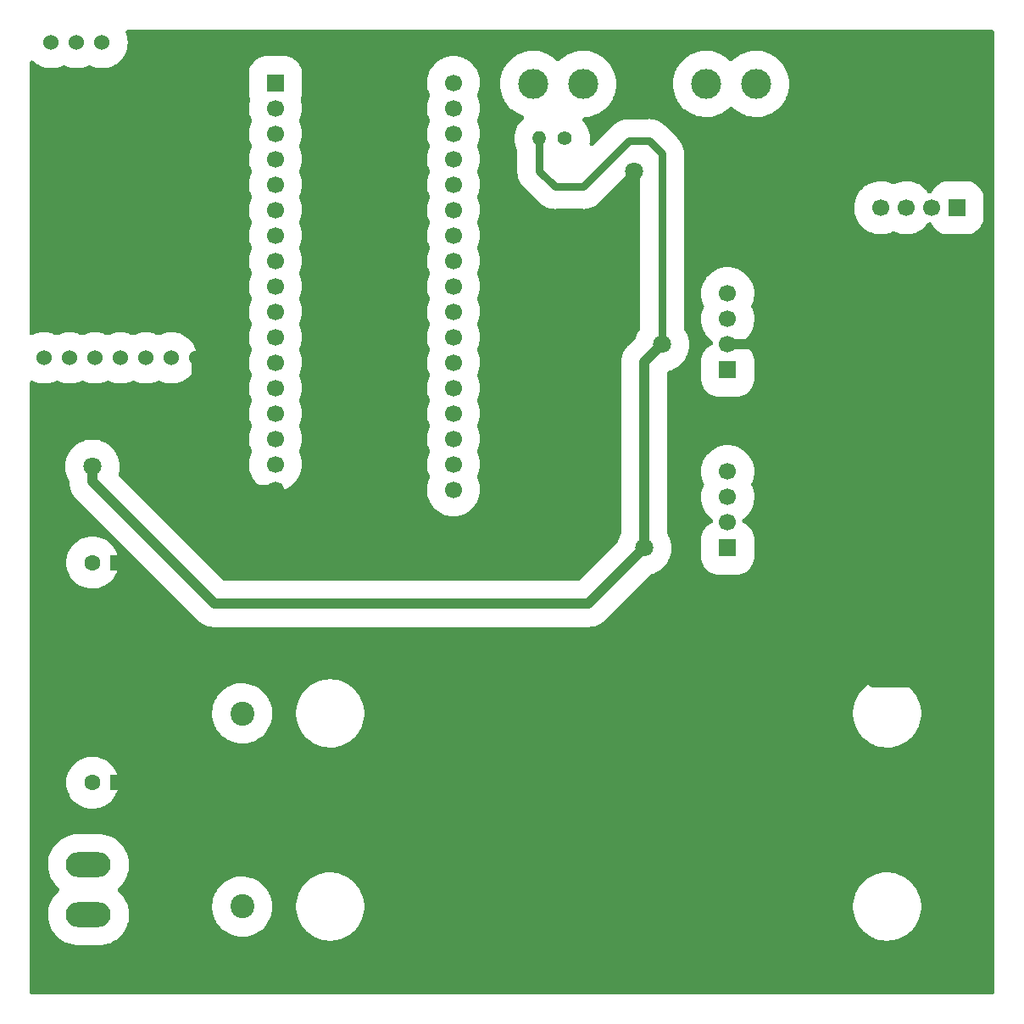
<source format=gbr>
%TF.GenerationSoftware,KiCad,Pcbnew,(6.0.8)*%
%TF.CreationDate,2022-10-31T22:25:17+07:00*%
%TF.ProjectId,stm32,73746d33-322e-46b6-9963-61645f706362,rev?*%
%TF.SameCoordinates,Original*%
%TF.FileFunction,Copper,L1,Top*%
%TF.FilePolarity,Positive*%
%FSLAX46Y46*%
G04 Gerber Fmt 4.6, Leading zero omitted, Abs format (unit mm)*
G04 Created by KiCad (PCBNEW (6.0.8)) date 2022-10-31 22:25:17*
%MOMM*%
%LPD*%
G01*
G04 APERTURE LIST*
%TA.AperFunction,ComponentPad*%
%ADD10C,1.600000*%
%TD*%
%TA.AperFunction,ComponentPad*%
%ADD11R,1.600000X1.600000*%
%TD*%
%TA.AperFunction,ComponentPad*%
%ADD12C,3.000000*%
%TD*%
%TA.AperFunction,ComponentPad*%
%ADD13R,1.700000X1.700000*%
%TD*%
%TA.AperFunction,ComponentPad*%
%ADD14C,1.700000*%
%TD*%
%TA.AperFunction,ComponentPad*%
%ADD15O,4.500000X2.500000*%
%TD*%
%TA.AperFunction,ComponentPad*%
%ADD16C,2.400000*%
%TD*%
%TA.AperFunction,ComponentPad*%
%ADD17C,1.524000*%
%TD*%
%TA.AperFunction,ComponentPad*%
%ADD18C,1.400000*%
%TD*%
%TA.AperFunction,ComponentPad*%
%ADD19O,1.400000X1.400000*%
%TD*%
%TA.AperFunction,ViaPad*%
%ADD20C,1.800000*%
%TD*%
%TA.AperFunction,Conductor*%
%ADD21C,1.000000*%
%TD*%
%TA.AperFunction,Conductor*%
%ADD22C,0.800000*%
%TD*%
G04 APERTURE END LIST*
D10*
%TO.P,U10,1,Vin*%
%TO.N,Net-(U10-Pad1)*%
X108966000Y-119712000D03*
D11*
%TO.P,U10,2,gnd*%
%TO.N,GND*%
X111506000Y-119712000D03*
D10*
%TO.P,U10,3,Vout*%
%TO.N,+3.3V*%
X108966000Y-97712000D03*
D11*
%TO.P,U10,4,gnd*%
%TO.N,GND*%
X111506000Y-97712000D03*
%TD*%
D12*
%TO.P,U9,1,vcc*%
%TO.N,+3.3V*%
X170260000Y-49911000D03*
%TO.P,U9,2,data*%
%TO.N,Net-(U2-Pad29)*%
X175260000Y-49911000D03*
%TO.P,U9,3,gnd*%
%TO.N,GND*%
X180260000Y-49911000D03*
%TD*%
%TO.P,U8,1,vcc*%
%TO.N,+3.3V*%
X152988000Y-49911000D03*
%TO.P,U8,2,data*%
%TO.N,Net-(R1-Pad1)*%
X157988000Y-49911000D03*
%TO.P,U8,3,gnd*%
%TO.N,GND*%
X162988000Y-49911000D03*
%TD*%
D13*
%TO.P,U7,1,VCC*%
%TO.N,+3.3V*%
X195326000Y-62276000D03*
D14*
%TO.P,U7,2,GND*%
%TO.N,GND*%
X192786000Y-62276000D03*
%TO.P,U7,3,DO*%
%TO.N,unconnected-(U7-Pad3)*%
X190246000Y-62276000D03*
%TO.P,U7,4,AO*%
%TO.N,Net-(U2-Pad23)*%
X187706000Y-62276000D03*
%TD*%
%TO.P,U6,4,AO*%
%TO.N,Net-(U2-Pad24)*%
X172420000Y-88646000D03*
%TO.P,U6,3,DO*%
%TO.N,unconnected-(U6-Pad3)*%
X172420000Y-91186000D03*
%TO.P,U6,2,GND*%
%TO.N,GND*%
X172420000Y-93726000D03*
D13*
%TO.P,U6,1,VCC*%
%TO.N,+3.3V*%
X172420000Y-96266000D03*
%TD*%
D14*
%TO.P,U5,4,AO*%
%TO.N,Net-(U2-Pad25)*%
X172420000Y-70866000D03*
%TO.P,U5,3,DO*%
%TO.N,unconnected-(U5-Pad3)*%
X172420000Y-73406000D03*
%TO.P,U5,2,GND*%
%TO.N,GND*%
X172420000Y-75946000D03*
D13*
%TO.P,U5,1,VCC*%
%TO.N,+3.3V*%
X172420000Y-78486000D03*
%TD*%
D15*
%TO.P,U4,1,1*%
%TO.N,Net-(U3-Pad1+)*%
X108585000Y-132888000D03*
%TO.P,U4,2,2*%
%TO.N,Net-(U10-Pad1)*%
X108585000Y-127888000D03*
%TD*%
D16*
%TO.P,U3,1+,+*%
%TO.N,Net-(U3-Pad1+)*%
X123928000Y-112778000D03*
%TO.P,U3,1-,-*%
%TO.N,GND*%
X196828000Y-112778000D03*
%TO.P,U3,2-,-*%
X196828000Y-132078000D03*
%TO.P,U3,2+,+*%
%TO.N,Net-(U3-Pad1+)*%
X123928000Y-132078000D03*
%TD*%
D14*
%TO.P,U2,34,PB11*%
%TO.N,unconnected-(U2-Pad34)*%
X145034000Y-49792000D03*
D13*
%TO.P,U2,1,PB12*%
%TO.N,unconnected-(U2-Pad1)*%
X127254000Y-49792000D03*
D14*
%TO.P,U2,33,PB10*%
%TO.N,unconnected-(U2-Pad33)*%
X145034000Y-52332000D03*
%TO.P,U2,2,PB13*%
%TO.N,unconnected-(U2-Pad2)*%
X127254000Y-52332000D03*
%TO.P,U2,32,PB1*%
%TO.N,unconnected-(U2-Pad32)*%
X145034000Y-54872000D03*
%TO.P,U2,3,PB14*%
%TO.N,unconnected-(U2-Pad3)*%
X127254000Y-54872000D03*
%TO.P,U2,31,PB0*%
%TO.N,unconnected-(U2-Pad31)*%
X145034000Y-57412000D03*
%TO.P,U2,4,PB15*%
%TO.N,unconnected-(U2-Pad4)*%
X127254000Y-57412000D03*
%TO.P,U2,30,PA7*%
%TO.N,Net-(R1-Pad1)*%
X145034000Y-59952000D03*
%TO.P,U2,5,PA8*%
%TO.N,unconnected-(U2-Pad5)*%
X127254000Y-59952000D03*
%TO.P,U2,29,PA6*%
%TO.N,Net-(U2-Pad29)*%
X145034000Y-62492000D03*
%TO.P,U2,6,PA9*%
%TO.N,Net-(U1-Pad3)*%
X127254000Y-62492000D03*
%TO.P,U2,28,PA5*%
%TO.N,unconnected-(U2-Pad28)*%
X145034000Y-65032000D03*
%TO.P,U2,7,PA10*%
%TO.N,Net-(U1-Pad4)*%
X127254000Y-65032000D03*
%TO.P,U2,27,PA4*%
%TO.N,unconnected-(U2-Pad27)*%
X145034000Y-67572000D03*
%TO.P,U2,8,PA11*%
%TO.N,Net-(U1-Pad2)*%
X127254000Y-67572000D03*
%TO.P,U2,26,PA3*%
%TO.N,unconnected-(U2-Pad26)*%
X145034000Y-70112000D03*
%TO.P,U2,9,PA12*%
%TO.N,Net-(U1-Pad1)*%
X127254000Y-70112000D03*
%TO.P,U2,25,PA2*%
%TO.N,Net-(U2-Pad25)*%
X145034000Y-72652000D03*
%TO.P,U2,10,PA15*%
%TO.N,unconnected-(U2-Pad10)*%
X127254000Y-72652000D03*
%TO.P,U2,24,PA1*%
%TO.N,Net-(U2-Pad24)*%
X145034000Y-75192000D03*
%TO.P,U2,11,PB3*%
%TO.N,unconnected-(U2-Pad11)*%
X127254000Y-75192000D03*
%TO.P,U2,23,PA0*%
%TO.N,Net-(U2-Pad23)*%
X145034000Y-77732000D03*
%TO.P,U2,12,PB4*%
%TO.N,unconnected-(U2-Pad12)*%
X127254000Y-77732000D03*
%TO.P,U2,22,RST*%
%TO.N,unconnected-(U2-Pad22)*%
X145034000Y-80272000D03*
%TO.P,U2,13,PB5*%
%TO.N,unconnected-(U2-Pad13)*%
X127254000Y-80272000D03*
%TO.P,U2,21,PC13*%
%TO.N,unconnected-(U2-Pad21)*%
X145034000Y-82812000D03*
%TO.P,U2,14,PB6*%
%TO.N,unconnected-(U2-Pad14)*%
X127254000Y-82812000D03*
%TO.P,U2,20,PB9*%
%TO.N,unconnected-(U2-Pad20)*%
X145034000Y-85352000D03*
%TO.P,U2,15,PB7*%
%TO.N,unconnected-(U2-Pad15)*%
X127254000Y-85352000D03*
%TO.P,U2,19,PB8*%
%TO.N,unconnected-(U2-Pad19)*%
X145034000Y-87892000D03*
%TO.P,U2,16,3V3*%
%TO.N,+3.3V*%
X127254000Y-87892000D03*
%TO.P,U2,18,GND*%
%TO.N,unconnected-(U2-Pad18)*%
X145034000Y-90432000D03*
%TO.P,U2,17,GND*%
%TO.N,GND*%
X127254000Y-90432000D03*
%TD*%
D17*
%TO.P,U1,1,M0*%
%TO.N,Net-(U1-Pad1)*%
X104155000Y-77277000D03*
%TO.P,U1,2,M1*%
%TO.N,Net-(U1-Pad2)*%
X106695000Y-77277000D03*
%TO.P,U1,3,RXD*%
%TO.N,Net-(U1-Pad3)*%
X109235000Y-77277000D03*
%TO.P,U1,4,TXD*%
%TO.N,Net-(U1-Pad4)*%
X111775000Y-77277000D03*
%TO.P,U1,5,AUX*%
%TO.N,unconnected-(U1-Pad5)*%
X114315000Y-77277000D03*
%TO.P,U1,6,VCC*%
%TO.N,+3.3V*%
X116855000Y-77277000D03*
%TO.P,U1,7,GND*%
%TO.N,GND*%
X119395000Y-77277000D03*
%TO.P,U1,8,Fixing_Hole*%
%TO.N,unconnected-(U1-Pad8)*%
X109935000Y-45777000D03*
%TO.P,U1,9,Fixing_Hole*%
%TO.N,unconnected-(U1-Pad9)*%
X107395000Y-45777000D03*
%TO.P,U1,10,Fixing_Hole*%
%TO.N,unconnected-(U1-Pad10)*%
X104855000Y-45777000D03*
%TD*%
D18*
%TO.P,R1,1*%
%TO.N,Net-(R1-Pad1)*%
X156160000Y-55372000D03*
D19*
%TO.P,R1,2*%
%TO.N,+3.3V*%
X153620000Y-55372000D03*
%TD*%
D20*
%TO.N,GND*%
X179324000Y-93726000D03*
%TO.N,+3.3V*%
X164084000Y-96266000D03*
%TO.N,GND*%
X180340000Y-55118000D03*
X163068000Y-58674000D03*
%TO.N,+3.3V*%
X108966000Y-88138000D03*
%TO.N,GND*%
X116332000Y-119634000D03*
X193548000Y-109474000D03*
X192786000Y-67818000D03*
%TO.N,+3.3V*%
X165862000Y-75946000D03*
%TD*%
D21*
%TO.N,GND*%
X189972000Y-119634000D02*
X196828000Y-112778000D01*
X116332000Y-119634000D02*
X189972000Y-119634000D01*
X177292000Y-75946000D02*
X180340000Y-72898000D01*
X172420000Y-75946000D02*
X177292000Y-75946000D01*
X186944000Y-109728000D02*
X193294000Y-109728000D01*
X179324000Y-102108000D02*
X186944000Y-109728000D01*
X179324000Y-93726000D02*
X179324000Y-102108000D01*
X193294000Y-109728000D02*
X193548000Y-109474000D01*
X184658000Y-75946000D02*
X192786000Y-67818000D01*
X172420000Y-75946000D02*
X184658000Y-75946000D01*
X192786000Y-80264000D02*
X179324000Y-93726000D01*
X192786000Y-67818000D02*
X192786000Y-80264000D01*
X180340000Y-55118000D02*
X180340000Y-72898000D01*
X162988000Y-49911000D02*
X168195000Y-55118000D01*
X168195000Y-55118000D02*
X180340000Y-55118000D01*
D22*
%TO.N,+3.3V*%
X165862000Y-56896000D02*
X165862000Y-75946000D01*
X164592000Y-55626000D02*
X165862000Y-56896000D01*
X155194000Y-60198000D02*
X157988000Y-60198000D01*
X162560000Y-55626000D02*
X164592000Y-55626000D01*
X153620000Y-58624000D02*
X155194000Y-60198000D01*
X157988000Y-60198000D02*
X162560000Y-55626000D01*
X153620000Y-55372000D02*
X153620000Y-58624000D01*
D21*
%TO.N,GND*%
X133850000Y-97028000D02*
X127254000Y-90432000D01*
X158496000Y-65610500D02*
X158496000Y-89154000D01*
X150622000Y-97028000D02*
X133850000Y-97028000D01*
X163068000Y-61038500D02*
X158496000Y-65610500D01*
X163068000Y-58674000D02*
X163068000Y-61038500D01*
X158496000Y-89154000D02*
X150622000Y-97028000D01*
%TO.N,+3.3V*%
X158496000Y-101854000D02*
X164084000Y-96266000D01*
X121158000Y-101854000D02*
X158496000Y-101854000D01*
X108966000Y-88138000D02*
X108966000Y-89662000D01*
X108966000Y-89662000D02*
X121158000Y-101854000D01*
%TO.N,GND*%
X123960000Y-90432000D02*
X127254000Y-90432000D01*
X119395000Y-85867000D02*
X123960000Y-90432000D01*
X119395000Y-77277000D02*
X119395000Y-85867000D01*
%TO.N,+3.3V*%
X164084000Y-77724000D02*
X164084000Y-96266000D01*
X165862000Y-75946000D02*
X164084000Y-77724000D01*
%TD*%
%TA.AperFunction,Conductor*%
%TO.N,GND*%
G36*
X198921788Y-44491454D02*
G01*
X199002570Y-44545430D01*
X199056546Y-44626212D01*
X199075500Y-44721500D01*
X199075500Y-140622500D01*
X199056546Y-140717788D01*
X199002570Y-140798570D01*
X198921788Y-140852546D01*
X198826500Y-140871500D01*
X102925500Y-140871500D01*
X102830212Y-140852546D01*
X102749430Y-140798570D01*
X102695454Y-140717788D01*
X102676500Y-140622500D01*
X102676500Y-132941326D01*
X104529982Y-132941326D01*
X104530506Y-132948374D01*
X104548302Y-133187842D01*
X104555657Y-133286821D01*
X104620278Y-133627188D01*
X104723014Y-133958053D01*
X104725863Y-133964527D01*
X104725863Y-133964528D01*
X104823195Y-134185730D01*
X104862545Y-134275160D01*
X104945826Y-134417964D01*
X105019423Y-134544163D01*
X105037076Y-134574434D01*
X105041301Y-134580092D01*
X105041303Y-134580095D01*
X105064765Y-134611514D01*
X105244364Y-134852027D01*
X105249203Y-134857171D01*
X105447022Y-135067458D01*
X105481744Y-135104369D01*
X105746164Y-135328217D01*
X106034225Y-135520693D01*
X106040492Y-135523921D01*
X106040501Y-135523926D01*
X106260021Y-135636986D01*
X106342223Y-135679323D01*
X106348821Y-135681823D01*
X106348826Y-135681825D01*
X106659594Y-135799564D01*
X106659600Y-135799566D01*
X106666199Y-135802066D01*
X107001986Y-135887345D01*
X107345270Y-135934064D01*
X107351238Y-135934298D01*
X107351244Y-135934299D01*
X107455730Y-135938404D01*
X107455731Y-135938404D01*
X107458174Y-135938500D01*
X109672754Y-135938500D01*
X109676253Y-135938301D01*
X109676264Y-135938301D01*
X109923833Y-135924243D01*
X109923838Y-135924242D01*
X109930890Y-135923842D01*
X109937858Y-135922645D01*
X109937864Y-135922644D01*
X110153392Y-135885609D01*
X110272334Y-135865171D01*
X110604941Y-135768225D01*
X110652515Y-135748276D01*
X110917912Y-135636986D01*
X110917916Y-135636984D01*
X110924436Y-135634250D01*
X111226710Y-135464968D01*
X111317434Y-135399656D01*
X111502140Y-135266687D01*
X111502143Y-135266685D01*
X111507878Y-135262556D01*
X111724315Y-135065959D01*
X111759099Y-135034363D01*
X111764325Y-135029616D01*
X111768972Y-135024317D01*
X111768979Y-135024310D01*
X111988089Y-134774461D01*
X111992753Y-134769143D01*
X112190228Y-134484485D01*
X112354208Y-134179303D01*
X112373892Y-134129966D01*
X112428866Y-133992172D01*
X112482587Y-133857519D01*
X112573713Y-133523271D01*
X112603589Y-133329167D01*
X112625341Y-133187842D01*
X112625342Y-133187835D01*
X112626416Y-133180855D01*
X112632994Y-133013455D01*
X112639741Y-132841733D01*
X112639741Y-132841727D01*
X112640018Y-132834674D01*
X112625608Y-132640771D01*
X112614867Y-132496227D01*
X112614866Y-132496223D01*
X112614343Y-132489179D01*
X112549722Y-132148812D01*
X112498420Y-131983592D01*
X120923898Y-131983592D01*
X120932956Y-132329501D01*
X120981712Y-132672076D01*
X120983530Y-132679005D01*
X120983531Y-132679011D01*
X121050496Y-132934267D01*
X121069519Y-133006777D01*
X121195214Y-133329167D01*
X121198569Y-133335503D01*
X121198571Y-133335508D01*
X121294293Y-133516295D01*
X121357130Y-133634974D01*
X121553122Y-133920144D01*
X121780592Y-134180898D01*
X121785900Y-134185727D01*
X121785902Y-134185730D01*
X122031215Y-134408948D01*
X122031223Y-134408955D01*
X122036524Y-134413778D01*
X122317527Y-134615699D01*
X122323792Y-134619186D01*
X122323795Y-134619188D01*
X122613603Y-134780494D01*
X122613610Y-134780497D01*
X122619876Y-134783985D01*
X122939563Y-134916403D01*
X122946462Y-134918368D01*
X122946467Y-134918370D01*
X123265439Y-135009232D01*
X123265443Y-135009233D01*
X123272352Y-135011201D01*
X123613831Y-135067120D01*
X123669106Y-135069727D01*
X123952318Y-135083083D01*
X123952326Y-135083083D01*
X123959474Y-135083420D01*
X124069499Y-135075919D01*
X124297549Y-135060373D01*
X124297558Y-135060372D01*
X124304700Y-135059885D01*
X124337085Y-135053883D01*
X124637878Y-134998135D01*
X124637885Y-134998133D01*
X124644933Y-134996827D01*
X124975663Y-134895081D01*
X124982240Y-134892194D01*
X125285933Y-134758882D01*
X125285936Y-134758880D01*
X125292507Y-134755996D01*
X125298704Y-134752375D01*
X125585083Y-134585029D01*
X125585090Y-134585025D01*
X125591265Y-134581416D01*
X125596989Y-134577118D01*
X125596994Y-134577115D01*
X125862243Y-134377960D01*
X125867978Y-134373654D01*
X126118977Y-134135465D01*
X126238789Y-133992172D01*
X126336340Y-133875502D01*
X126336342Y-133875500D01*
X126340936Y-133870005D01*
X126530913Y-133580792D01*
X126686390Y-133271662D01*
X126805305Y-132946710D01*
X126871239Y-132672076D01*
X126884410Y-132617217D01*
X126884411Y-132617212D01*
X126886084Y-132610243D01*
X126927654Y-132266722D01*
X126927984Y-132256230D01*
X129317173Y-132256230D01*
X129356313Y-132622474D01*
X129367128Y-132672076D01*
X129428477Y-132953445D01*
X129434779Y-132982350D01*
X129551652Y-133331646D01*
X129554459Y-133337748D01*
X129554461Y-133337754D01*
X129684392Y-133620244D01*
X129705565Y-133666277D01*
X129779699Y-133790146D01*
X129891257Y-133976546D01*
X129891262Y-133976553D01*
X129894718Y-133982328D01*
X130116897Y-134276102D01*
X130121515Y-134281003D01*
X130121518Y-134281006D01*
X130313267Y-134484485D01*
X130369505Y-134544163D01*
X130649585Y-134783374D01*
X130953862Y-134990938D01*
X130959800Y-134994109D01*
X130959804Y-134994111D01*
X131016362Y-135024310D01*
X131278776Y-135164426D01*
X131285024Y-135166938D01*
X131285029Y-135166940D01*
X131291226Y-135169431D01*
X131620526Y-135301808D01*
X131975115Y-135401479D01*
X131981756Y-135402590D01*
X131981759Y-135402591D01*
X132331751Y-135461160D01*
X132331760Y-135461161D01*
X132338393Y-135462271D01*
X132345111Y-135462658D01*
X132345117Y-135462659D01*
X132616269Y-135478293D01*
X132616277Y-135478293D01*
X132619863Y-135478500D01*
X132810211Y-135478500D01*
X132813545Y-135478319D01*
X132813561Y-135478319D01*
X133060070Y-135464968D01*
X133085791Y-135463575D01*
X133449280Y-135404052D01*
X133626747Y-135354836D01*
X133797714Y-135307423D01*
X133797721Y-135307421D01*
X133804214Y-135305620D01*
X134146442Y-135169431D01*
X134471959Y-134997078D01*
X134776959Y-134790578D01*
X134795964Y-134774461D01*
X135052731Y-134556706D01*
X135052732Y-134556705D01*
X135057872Y-134552346D01*
X135311414Y-134285168D01*
X135534618Y-133992172D01*
X135724873Y-133676783D01*
X135744762Y-133633937D01*
X135877117Y-133348801D01*
X135877118Y-133348798D01*
X135879953Y-133342691D01*
X135991393Y-133013455D01*
X135995884Y-133000188D01*
X135995886Y-133000179D01*
X135998044Y-132993805D01*
X136002043Y-132975770D01*
X136076311Y-132640771D01*
X136076312Y-132640763D01*
X136077766Y-132634206D01*
X136079062Y-132622474D01*
X136117445Y-132274792D01*
X136118184Y-132268100D01*
X136118205Y-132256230D01*
X184937173Y-132256230D01*
X184976313Y-132622474D01*
X184987128Y-132672076D01*
X185048477Y-132953445D01*
X185054779Y-132982350D01*
X185171652Y-133331646D01*
X185174459Y-133337748D01*
X185174461Y-133337754D01*
X185304392Y-133620244D01*
X185325565Y-133666277D01*
X185399699Y-133790146D01*
X185511257Y-133976546D01*
X185511262Y-133976553D01*
X185514718Y-133982328D01*
X185736897Y-134276102D01*
X185741515Y-134281003D01*
X185741518Y-134281006D01*
X185933267Y-134484485D01*
X185989505Y-134544163D01*
X186269585Y-134783374D01*
X186573862Y-134990938D01*
X186579800Y-134994109D01*
X186579804Y-134994111D01*
X186636362Y-135024310D01*
X186898776Y-135164426D01*
X186905024Y-135166938D01*
X186905029Y-135166940D01*
X186911226Y-135169431D01*
X187240526Y-135301808D01*
X187595115Y-135401479D01*
X187601756Y-135402590D01*
X187601759Y-135402591D01*
X187951751Y-135461160D01*
X187951760Y-135461161D01*
X187958393Y-135462271D01*
X187965111Y-135462658D01*
X187965117Y-135462659D01*
X188236269Y-135478293D01*
X188236277Y-135478293D01*
X188239863Y-135478500D01*
X188430211Y-135478500D01*
X188433545Y-135478319D01*
X188433561Y-135478319D01*
X188680070Y-135464968D01*
X188705791Y-135463575D01*
X189069280Y-135404052D01*
X189246747Y-135354836D01*
X189417714Y-135307423D01*
X189417721Y-135307421D01*
X189424214Y-135305620D01*
X189766442Y-135169431D01*
X190091959Y-134997078D01*
X190396959Y-134790578D01*
X190415964Y-134774461D01*
X190672731Y-134556706D01*
X190672732Y-134556705D01*
X190677872Y-134552346D01*
X190931414Y-134285168D01*
X191154618Y-133992172D01*
X191344873Y-133676783D01*
X191364762Y-133633937D01*
X191497117Y-133348801D01*
X191497118Y-133348798D01*
X191499953Y-133342691D01*
X191611393Y-133013455D01*
X191615884Y-133000188D01*
X191615886Y-133000179D01*
X191618044Y-132993805D01*
X191622043Y-132975770D01*
X191696311Y-132640771D01*
X191696312Y-132640763D01*
X191697766Y-132634206D01*
X191699062Y-132622474D01*
X191737445Y-132274792D01*
X191738184Y-132268100D01*
X191738217Y-132249488D01*
X191738815Y-131906512D01*
X191738827Y-131899770D01*
X191699687Y-131533526D01*
X191648279Y-131297747D01*
X191622656Y-131180230D01*
X191622654Y-131180224D01*
X191621221Y-131173650D01*
X191504348Y-130824354D01*
X191470927Y-130751690D01*
X191353250Y-130495843D01*
X191353249Y-130495841D01*
X191350435Y-130489723D01*
X191271022Y-130357033D01*
X191164743Y-130179454D01*
X191164738Y-130179447D01*
X191161282Y-130173672D01*
X190939103Y-129879898D01*
X190925953Y-129865943D01*
X190691124Y-129616749D01*
X190691122Y-129616747D01*
X190686495Y-129611837D01*
X190406415Y-129372626D01*
X190102138Y-129165062D01*
X190084725Y-129155764D01*
X189943743Y-129080487D01*
X189777224Y-128991574D01*
X189770976Y-128989062D01*
X189770971Y-128989060D01*
X189460076Y-128864082D01*
X189435474Y-128854192D01*
X189080885Y-128754521D01*
X189074244Y-128753410D01*
X189074241Y-128753409D01*
X188724249Y-128694840D01*
X188724240Y-128694839D01*
X188717607Y-128693729D01*
X188710889Y-128693342D01*
X188710883Y-128693341D01*
X188439731Y-128677707D01*
X188439723Y-128677707D01*
X188436137Y-128677500D01*
X188245789Y-128677500D01*
X188242455Y-128677681D01*
X188242439Y-128677681D01*
X188006226Y-128690474D01*
X187970209Y-128692425D01*
X187606720Y-128751948D01*
X187429253Y-128801164D01*
X187258286Y-128848577D01*
X187258279Y-128848579D01*
X187251786Y-128850380D01*
X186909558Y-128986569D01*
X186584041Y-129158922D01*
X186279041Y-129365422D01*
X186273904Y-129369778D01*
X186273902Y-129369780D01*
X186138647Y-129484485D01*
X185998128Y-129603654D01*
X185978586Y-129624247D01*
X185757550Y-129857171D01*
X185744586Y-129870832D01*
X185521382Y-130163828D01*
X185331127Y-130479217D01*
X185328293Y-130485322D01*
X185328290Y-130485328D01*
X185178883Y-130807199D01*
X185176047Y-130813309D01*
X185136674Y-130929632D01*
X185060116Y-131155812D01*
X185060114Y-131155821D01*
X185057956Y-131162195D01*
X185056501Y-131168757D01*
X185056499Y-131168765D01*
X184982879Y-131500840D01*
X184978234Y-131521794D01*
X184977496Y-131528476D01*
X184977495Y-131528484D01*
X184964513Y-131646076D01*
X184937816Y-131887900D01*
X184937804Y-131894621D01*
X184937804Y-131894626D01*
X184937661Y-131976446D01*
X184937173Y-132256230D01*
X136118205Y-132256230D01*
X136118217Y-132249488D01*
X136118815Y-131906512D01*
X136118827Y-131899770D01*
X136079687Y-131533526D01*
X136028279Y-131297747D01*
X136002656Y-131180230D01*
X136002654Y-131180224D01*
X136001221Y-131173650D01*
X135884348Y-130824354D01*
X135850927Y-130751690D01*
X135733250Y-130495843D01*
X135733249Y-130495841D01*
X135730435Y-130489723D01*
X135651022Y-130357033D01*
X135544743Y-130179454D01*
X135544738Y-130179447D01*
X135541282Y-130173672D01*
X135319103Y-129879898D01*
X135305953Y-129865943D01*
X135071124Y-129616749D01*
X135071122Y-129616747D01*
X135066495Y-129611837D01*
X134786415Y-129372626D01*
X134482138Y-129165062D01*
X134464725Y-129155764D01*
X134323743Y-129080487D01*
X134157224Y-128991574D01*
X134150976Y-128989062D01*
X134150971Y-128989060D01*
X133840076Y-128864082D01*
X133815474Y-128854192D01*
X133460885Y-128754521D01*
X133454244Y-128753410D01*
X133454241Y-128753409D01*
X133104249Y-128694840D01*
X133104240Y-128694839D01*
X133097607Y-128693729D01*
X133090889Y-128693342D01*
X133090883Y-128693341D01*
X132819731Y-128677707D01*
X132819723Y-128677707D01*
X132816137Y-128677500D01*
X132625789Y-128677500D01*
X132622455Y-128677681D01*
X132622439Y-128677681D01*
X132386226Y-128690474D01*
X132350209Y-128692425D01*
X131986720Y-128751948D01*
X131809253Y-128801164D01*
X131638286Y-128848577D01*
X131638279Y-128848579D01*
X131631786Y-128850380D01*
X131289558Y-128986569D01*
X130964041Y-129158922D01*
X130659041Y-129365422D01*
X130653904Y-129369778D01*
X130653902Y-129369780D01*
X130518647Y-129484485D01*
X130378128Y-129603654D01*
X130358586Y-129624247D01*
X130137550Y-129857171D01*
X130124586Y-129870832D01*
X129901382Y-130163828D01*
X129711127Y-130479217D01*
X129708293Y-130485322D01*
X129708290Y-130485328D01*
X129558883Y-130807199D01*
X129556047Y-130813309D01*
X129516674Y-130929632D01*
X129440116Y-131155812D01*
X129440114Y-131155821D01*
X129437956Y-131162195D01*
X129436501Y-131168757D01*
X129436499Y-131168765D01*
X129362879Y-131500840D01*
X129358234Y-131521794D01*
X129357496Y-131528476D01*
X129357495Y-131528484D01*
X129344513Y-131646076D01*
X129317816Y-131887900D01*
X129317804Y-131894621D01*
X129317804Y-131894626D01*
X129317661Y-131976446D01*
X129317173Y-132256230D01*
X126927984Y-132256230D01*
X126928308Y-132245917D01*
X126933411Y-132083549D01*
X126933411Y-132083540D01*
X126933585Y-132078000D01*
X126913666Y-131732547D01*
X126891101Y-131603256D01*
X126855409Y-131398747D01*
X126855408Y-131398743D01*
X126854174Y-131391672D01*
X126755897Y-131059894D01*
X126620138Y-130741611D01*
X126572282Y-130657709D01*
X126452252Y-130447275D01*
X126452250Y-130447273D01*
X126448696Y-130441041D01*
X126243843Y-130162168D01*
X126008295Y-129908688D01*
X126002842Y-129904031D01*
X126002835Y-129904024D01*
X125750633Y-129688624D01*
X125750629Y-129688621D01*
X125745174Y-129683962D01*
X125739221Y-129679961D01*
X125739216Y-129679958D01*
X125463919Y-129494966D01*
X125463912Y-129494962D01*
X125457967Y-129490967D01*
X125451602Y-129487682D01*
X125451594Y-129487677D01*
X125156862Y-129335554D01*
X125150482Y-129332261D01*
X124999368Y-129275160D01*
X124833497Y-129212483D01*
X124833494Y-129212482D01*
X124826793Y-129209950D01*
X124491190Y-129125652D01*
X124148124Y-129080487D01*
X124140947Y-129080374D01*
X124140944Y-129080374D01*
X123981706Y-129077872D01*
X123802139Y-129075051D01*
X123457823Y-129109419D01*
X123119739Y-129183133D01*
X122792367Y-129295217D01*
X122480048Y-129444186D01*
X122415806Y-129484485D01*
X122193005Y-129624247D01*
X122192999Y-129624251D01*
X122186921Y-129628064D01*
X122181321Y-129632550D01*
X122181316Y-129632554D01*
X122004188Y-129774461D01*
X121916871Y-129844415D01*
X121911820Y-129849519D01*
X121911818Y-129849521D01*
X121857883Y-129904024D01*
X121673477Y-130090371D01*
X121669057Y-130096008D01*
X121464387Y-130357033D01*
X121464383Y-130357039D01*
X121459966Y-130362672D01*
X121456228Y-130368771D01*
X121456223Y-130368779D01*
X121388547Y-130479217D01*
X121279168Y-130657709D01*
X121133478Y-130971570D01*
X121024828Y-131300097D01*
X121023371Y-131307133D01*
X120962047Y-131603256D01*
X120954658Y-131638935D01*
X120923898Y-131983592D01*
X112498420Y-131983592D01*
X112446986Y-131817947D01*
X112444137Y-131811472D01*
X112310304Y-131507314D01*
X112310301Y-131507309D01*
X112307455Y-131500840D01*
X112132924Y-131201566D01*
X112108431Y-131168765D01*
X111983557Y-131001539D01*
X111925636Y-130923973D01*
X111688256Y-130671631D01*
X111578492Y-130578709D01*
X111518012Y-130502675D01*
X111491232Y-130409283D01*
X111502230Y-130312753D01*
X111549332Y-130227779D01*
X111571958Y-130204350D01*
X111759099Y-130034363D01*
X111764325Y-130029616D01*
X111768972Y-130024317D01*
X111768979Y-130024310D01*
X111988089Y-129774461D01*
X111992753Y-129769143D01*
X112190228Y-129484485D01*
X112354208Y-129179303D01*
X112361156Y-129161889D01*
X112432095Y-128984077D01*
X112482587Y-128857519D01*
X112573713Y-128523271D01*
X112609038Y-128293763D01*
X112625341Y-128187842D01*
X112625342Y-128187835D01*
X112626416Y-128180855D01*
X112635828Y-127941326D01*
X112639741Y-127841733D01*
X112639741Y-127841727D01*
X112640018Y-127834674D01*
X112622218Y-127595145D01*
X112614867Y-127496227D01*
X112614866Y-127496223D01*
X112614343Y-127489179D01*
X112549722Y-127148812D01*
X112446986Y-126817947D01*
X112444137Y-126811472D01*
X112310304Y-126507314D01*
X112310301Y-126507309D01*
X112307455Y-126500840D01*
X112132924Y-126201566D01*
X111925636Y-125923973D01*
X111688256Y-125671631D01*
X111423836Y-125447783D01*
X111135775Y-125255307D01*
X111129508Y-125252079D01*
X111129499Y-125252074D01*
X110834056Y-125099911D01*
X110827777Y-125096677D01*
X110821179Y-125094177D01*
X110821174Y-125094175D01*
X110510406Y-124976436D01*
X110510400Y-124976434D01*
X110503801Y-124973934D01*
X110168014Y-124888655D01*
X109824730Y-124841936D01*
X109818762Y-124841702D01*
X109818756Y-124841701D01*
X109714270Y-124837596D01*
X109714269Y-124837596D01*
X109711826Y-124837500D01*
X107497246Y-124837500D01*
X107493747Y-124837699D01*
X107493736Y-124837699D01*
X107246167Y-124851757D01*
X107246162Y-124851758D01*
X107239110Y-124852158D01*
X107232142Y-124853355D01*
X107232136Y-124853356D01*
X107060939Y-124882774D01*
X106897666Y-124910829D01*
X106565059Y-125007775D01*
X106558543Y-125010507D01*
X106558544Y-125010507D01*
X106252088Y-125139014D01*
X106252084Y-125139016D01*
X106245564Y-125141750D01*
X105943290Y-125311032D01*
X105937553Y-125315162D01*
X105937550Y-125315164D01*
X105758782Y-125443859D01*
X105662122Y-125513444D01*
X105405675Y-125746384D01*
X105401028Y-125751683D01*
X105401021Y-125751690D01*
X105254445Y-125918829D01*
X105177247Y-126006857D01*
X104979772Y-126291515D01*
X104815792Y-126596697D01*
X104687413Y-126918481D01*
X104596287Y-127252729D01*
X104595214Y-127259700D01*
X104595213Y-127259705D01*
X104559894Y-127489179D01*
X104543584Y-127595145D01*
X104543307Y-127602201D01*
X104543306Y-127602209D01*
X104533895Y-127841733D01*
X104529982Y-127941326D01*
X104530506Y-127948374D01*
X104548302Y-128187842D01*
X104555657Y-128286821D01*
X104620278Y-128627188D01*
X104723014Y-128958053D01*
X104725863Y-128964527D01*
X104725863Y-128964528D01*
X104833852Y-129209950D01*
X104862545Y-129275160D01*
X105037076Y-129574434D01*
X105041301Y-129580092D01*
X105041303Y-129580095D01*
X105062548Y-129608545D01*
X105244364Y-129852027D01*
X105481744Y-130104369D01*
X105563608Y-130173672D01*
X105591508Y-130197291D01*
X105651988Y-130273325D01*
X105678768Y-130366717D01*
X105667770Y-130463247D01*
X105620668Y-130548221D01*
X105598042Y-130571650D01*
X105496143Y-130664209D01*
X105405675Y-130746384D01*
X105401028Y-130751683D01*
X105401021Y-130751690D01*
X105254445Y-130918829D01*
X105177247Y-131006857D01*
X104979772Y-131291515D01*
X104815792Y-131596697D01*
X104813177Y-131603253D01*
X104813175Y-131603256D01*
X104798941Y-131638935D01*
X104687413Y-131918481D01*
X104596287Y-132252729D01*
X104595214Y-132259700D01*
X104595213Y-132259705D01*
X104559894Y-132489179D01*
X104543584Y-132595145D01*
X104543307Y-132602201D01*
X104543306Y-132602209D01*
X104533895Y-132841733D01*
X104529982Y-132941326D01*
X102676500Y-132941326D01*
X102676500Y-119684718D01*
X106360890Y-119684718D01*
X106376480Y-119997886D01*
X106429581Y-120306912D01*
X106519422Y-120607320D01*
X106644703Y-120894760D01*
X106648499Y-120901218D01*
X106648502Y-120901223D01*
X106690952Y-120973433D01*
X106803608Y-121165067D01*
X106808157Y-121171028D01*
X106808162Y-121171035D01*
X106965010Y-121376555D01*
X106993836Y-121414326D01*
X107212632Y-121638926D01*
X107456826Y-121835614D01*
X107722881Y-122001541D01*
X108006942Y-122134303D01*
X108014068Y-122136639D01*
X108297769Y-122229641D01*
X108297774Y-122229642D01*
X108304896Y-122231977D01*
X108612427Y-122293149D01*
X108797606Y-122307235D01*
X108917609Y-122316364D01*
X108917612Y-122316364D01*
X108925078Y-122316932D01*
X109089248Y-122309620D01*
X109230833Y-122303315D01*
X109230840Y-122303314D01*
X109238323Y-122302981D01*
X109245708Y-122301752D01*
X109245716Y-122301751D01*
X109540223Y-122252732D01*
X109540228Y-122252731D01*
X109547623Y-122251500D01*
X109554815Y-122249390D01*
X109554824Y-122249388D01*
X109748339Y-122192616D01*
X109848498Y-122163232D01*
X109855384Y-122160273D01*
X109855391Y-122160271D01*
X110129696Y-122042420D01*
X110129697Y-122042419D01*
X110136590Y-122039458D01*
X110143071Y-122035693D01*
X110143076Y-122035691D01*
X110401248Y-121885733D01*
X110407725Y-121881971D01*
X110413700Y-121877460D01*
X110413705Y-121877457D01*
X110651995Y-121697565D01*
X110657976Y-121693050D01*
X110883719Y-121475433D01*
X111081683Y-121232272D01*
X111249001Y-120967090D01*
X111280207Y-120901223D01*
X111380036Y-120690507D01*
X111383248Y-120683728D01*
X111482481Y-120386289D01*
X111545262Y-120079083D01*
X111551265Y-120005280D01*
X111570324Y-119770966D01*
X111570324Y-119770955D01*
X111570682Y-119766560D01*
X111571253Y-119712000D01*
X111569609Y-119684718D01*
X111552835Y-119406497D01*
X111552384Y-119399013D01*
X111546094Y-119364570D01*
X111497398Y-119097938D01*
X111497396Y-119097930D01*
X111496050Y-119090560D01*
X111485621Y-119056971D01*
X111405292Y-118798272D01*
X111403068Y-118791109D01*
X111274785Y-118504997D01*
X111113057Y-118236368D01*
X110920229Y-117989115D01*
X110899966Y-117968745D01*
X110704381Y-117772135D01*
X110699093Y-117766819D01*
X110452853Y-117572699D01*
X110185076Y-117409567D01*
X109899639Y-117279787D01*
X109600679Y-117185238D01*
X109558843Y-117177371D01*
X109299897Y-117128676D01*
X109299892Y-117128675D01*
X109292525Y-117127290D01*
X109285045Y-117126800D01*
X109285039Y-117126799D01*
X109120869Y-117116039D01*
X108979641Y-117106783D01*
X108972154Y-117107195D01*
X108972150Y-117107195D01*
X108674041Y-117123601D01*
X108674036Y-117123602D01*
X108666560Y-117124013D01*
X108659184Y-117125320D01*
X108659177Y-117125321D01*
X108365200Y-117177421D01*
X108365194Y-117177422D01*
X108357816Y-117178730D01*
X108350646Y-117180915D01*
X108350643Y-117180916D01*
X108225835Y-117218955D01*
X108057882Y-117270143D01*
X108036068Y-117279787D01*
X107777971Y-117393890D01*
X107777968Y-117393892D01*
X107771102Y-117396927D01*
X107501631Y-117557246D01*
X107495701Y-117561821D01*
X107495695Y-117561825D01*
X107475580Y-117577344D01*
X107253371Y-117748777D01*
X107248032Y-117754033D01*
X107248026Y-117754038D01*
X107235043Y-117766819D01*
X107029920Y-117968745D01*
X107025246Y-117974611D01*
X107025242Y-117974615D01*
X106930473Y-118093543D01*
X106834513Y-118213966D01*
X106830579Y-118220348D01*
X106830577Y-118220351D01*
X106673922Y-118474493D01*
X106673917Y-118474501D01*
X106669982Y-118480886D01*
X106538709Y-118765639D01*
X106442596Y-119064100D01*
X106441174Y-119071452D01*
X106441172Y-119071458D01*
X106436049Y-119097938D01*
X106383035Y-119371946D01*
X106360890Y-119684718D01*
X102676500Y-119684718D01*
X102676500Y-112683592D01*
X120923898Y-112683592D01*
X120932956Y-113029501D01*
X120981712Y-113372076D01*
X121069519Y-113706777D01*
X121195214Y-114029167D01*
X121198569Y-114035503D01*
X121198571Y-114035508D01*
X121325049Y-114274383D01*
X121357130Y-114334974D01*
X121553122Y-114620144D01*
X121780592Y-114880898D01*
X121785900Y-114885727D01*
X121785902Y-114885730D01*
X122031215Y-115108948D01*
X122031223Y-115108955D01*
X122036524Y-115113778D01*
X122317527Y-115315699D01*
X122323792Y-115319186D01*
X122323795Y-115319188D01*
X122613603Y-115480494D01*
X122613610Y-115480497D01*
X122619876Y-115483985D01*
X122939563Y-115616403D01*
X122946462Y-115618368D01*
X122946467Y-115618370D01*
X123265439Y-115709232D01*
X123265443Y-115709233D01*
X123272352Y-115711201D01*
X123613831Y-115767120D01*
X123669106Y-115769727D01*
X123952318Y-115783083D01*
X123952326Y-115783083D01*
X123959474Y-115783420D01*
X124069499Y-115775919D01*
X124297549Y-115760373D01*
X124297558Y-115760372D01*
X124304700Y-115759885D01*
X124337085Y-115753883D01*
X124637878Y-115698135D01*
X124637885Y-115698133D01*
X124644933Y-115696827D01*
X124975663Y-115595081D01*
X125205121Y-115494356D01*
X125285933Y-115458882D01*
X125285936Y-115458880D01*
X125292507Y-115455996D01*
X125298704Y-115452375D01*
X125585083Y-115285029D01*
X125585090Y-115285025D01*
X125591265Y-115281416D01*
X125596989Y-115277118D01*
X125596994Y-115277115D01*
X125862243Y-115077960D01*
X125867978Y-115073654D01*
X126118977Y-114835465D01*
X126238789Y-114692172D01*
X126336340Y-114575502D01*
X126336342Y-114575500D01*
X126340936Y-114570005D01*
X126530913Y-114280792D01*
X126686390Y-113971662D01*
X126805305Y-113646710D01*
X126871239Y-113372076D01*
X126884410Y-113317217D01*
X126884411Y-113317212D01*
X126886084Y-113310243D01*
X126927654Y-112966722D01*
X126927984Y-112956230D01*
X129317173Y-112956230D01*
X129356313Y-113322474D01*
X129367128Y-113372076D01*
X129428477Y-113653445D01*
X129434779Y-113682350D01*
X129551652Y-114031646D01*
X129554459Y-114037748D01*
X129554461Y-114037754D01*
X129688249Y-114328630D01*
X129705565Y-114366277D01*
X129779699Y-114490146D01*
X129891257Y-114676546D01*
X129891262Y-114676553D01*
X129894718Y-114682328D01*
X130116897Y-114976102D01*
X130121515Y-114981003D01*
X130121518Y-114981006D01*
X130204172Y-115068716D01*
X130369505Y-115244163D01*
X130649585Y-115483374D01*
X130953862Y-115690938D01*
X130959800Y-115694109D01*
X130959804Y-115694111D01*
X131080544Y-115758580D01*
X131278776Y-115864426D01*
X131285024Y-115866938D01*
X131285029Y-115866940D01*
X131291226Y-115869431D01*
X131620526Y-116001808D01*
X131975115Y-116101479D01*
X131981756Y-116102590D01*
X131981759Y-116102591D01*
X132331751Y-116161160D01*
X132331760Y-116161161D01*
X132338393Y-116162271D01*
X132345111Y-116162658D01*
X132345117Y-116162659D01*
X132616269Y-116178293D01*
X132616277Y-116178293D01*
X132619863Y-116178500D01*
X132810211Y-116178500D01*
X132813545Y-116178319D01*
X132813561Y-116178319D01*
X133049774Y-116165526D01*
X133085791Y-116163575D01*
X133449280Y-116104052D01*
X133626747Y-116054836D01*
X133797714Y-116007423D01*
X133797721Y-116007421D01*
X133804214Y-116005620D01*
X134146442Y-115869431D01*
X134471959Y-115697078D01*
X134776959Y-115490578D01*
X134822007Y-115452375D01*
X135052731Y-115256706D01*
X135052732Y-115256705D01*
X135057872Y-115252346D01*
X135311414Y-114985168D01*
X135534618Y-114692172D01*
X135724873Y-114376783D01*
X135769431Y-114280792D01*
X135877117Y-114048801D01*
X135877118Y-114048798D01*
X135879953Y-114042691D01*
X135991393Y-113713455D01*
X135995884Y-113700188D01*
X135995886Y-113700179D01*
X135998044Y-113693805D01*
X136002043Y-113675770D01*
X136076311Y-113340771D01*
X136076312Y-113340763D01*
X136077766Y-113334206D01*
X136079062Y-113322474D01*
X136117445Y-112974792D01*
X136118184Y-112968100D01*
X136118205Y-112956230D01*
X184937173Y-112956230D01*
X184976313Y-113322474D01*
X184987128Y-113372076D01*
X185048477Y-113653445D01*
X185054779Y-113682350D01*
X185171652Y-114031646D01*
X185174459Y-114037748D01*
X185174461Y-114037754D01*
X185308249Y-114328630D01*
X185325565Y-114366277D01*
X185399699Y-114490146D01*
X185511257Y-114676546D01*
X185511262Y-114676553D01*
X185514718Y-114682328D01*
X185736897Y-114976102D01*
X185741515Y-114981003D01*
X185741518Y-114981006D01*
X185824172Y-115068716D01*
X185989505Y-115244163D01*
X186269585Y-115483374D01*
X186573862Y-115690938D01*
X186579800Y-115694109D01*
X186579804Y-115694111D01*
X186700544Y-115758580D01*
X186898776Y-115864426D01*
X186905024Y-115866938D01*
X186905029Y-115866940D01*
X186911226Y-115869431D01*
X187240526Y-116001808D01*
X187595115Y-116101479D01*
X187601756Y-116102590D01*
X187601759Y-116102591D01*
X187951751Y-116161160D01*
X187951760Y-116161161D01*
X187958393Y-116162271D01*
X187965111Y-116162658D01*
X187965117Y-116162659D01*
X188236269Y-116178293D01*
X188236277Y-116178293D01*
X188239863Y-116178500D01*
X188430211Y-116178500D01*
X188433545Y-116178319D01*
X188433561Y-116178319D01*
X188669774Y-116165526D01*
X188705791Y-116163575D01*
X189069280Y-116104052D01*
X189246747Y-116054836D01*
X189417714Y-116007423D01*
X189417721Y-116007421D01*
X189424214Y-116005620D01*
X189766442Y-115869431D01*
X190091959Y-115697078D01*
X190396959Y-115490578D01*
X190442007Y-115452375D01*
X190672731Y-115256706D01*
X190672732Y-115256705D01*
X190677872Y-115252346D01*
X190931414Y-114985168D01*
X191154618Y-114692172D01*
X191344873Y-114376783D01*
X191389431Y-114280792D01*
X191497117Y-114048801D01*
X191497118Y-114048798D01*
X191499953Y-114042691D01*
X191611393Y-113713455D01*
X191615884Y-113700188D01*
X191615886Y-113700179D01*
X191618044Y-113693805D01*
X191622043Y-113675770D01*
X191696311Y-113340771D01*
X191696312Y-113340763D01*
X191697766Y-113334206D01*
X191699062Y-113322474D01*
X191737445Y-112974792D01*
X191738184Y-112968100D01*
X191738217Y-112949488D01*
X191738815Y-112606512D01*
X191738827Y-112599770D01*
X191699687Y-112233526D01*
X191648791Y-112000097D01*
X191622656Y-111880230D01*
X191622654Y-111880224D01*
X191621221Y-111873650D01*
X191504348Y-111524354D01*
X191466291Y-111441611D01*
X191353250Y-111195843D01*
X191353249Y-111195841D01*
X191350435Y-111189723D01*
X191271022Y-111057033D01*
X191164743Y-110879454D01*
X191164738Y-110879447D01*
X191161282Y-110873672D01*
X190939103Y-110579898D01*
X190925953Y-110565943D01*
X190691124Y-110316749D01*
X190691122Y-110316747D01*
X190686495Y-110311837D01*
X190406415Y-110072626D01*
X190102138Y-109865062D01*
X190084725Y-109855764D01*
X189943743Y-109780487D01*
X189777224Y-109691574D01*
X189770976Y-109689062D01*
X189770971Y-109689060D01*
X189608863Y-109623893D01*
X189435474Y-109554192D01*
X189080885Y-109454521D01*
X189074244Y-109453410D01*
X189074241Y-109453409D01*
X188724249Y-109394840D01*
X188724240Y-109394839D01*
X188717607Y-109393729D01*
X188710889Y-109393342D01*
X188710883Y-109393341D01*
X188439731Y-109377707D01*
X188439723Y-109377707D01*
X188436137Y-109377500D01*
X188245789Y-109377500D01*
X188242455Y-109377681D01*
X188242439Y-109377681D01*
X188006226Y-109390474D01*
X187970209Y-109392425D01*
X187606720Y-109451948D01*
X187429253Y-109501164D01*
X187258286Y-109548577D01*
X187258279Y-109548579D01*
X187251786Y-109550380D01*
X186909558Y-109686569D01*
X186584041Y-109858922D01*
X186279041Y-110065422D01*
X185998128Y-110303654D01*
X185978586Y-110324247D01*
X185769655Y-110544415D01*
X185744586Y-110570832D01*
X185521382Y-110863828D01*
X185331127Y-111179217D01*
X185328293Y-111185322D01*
X185328290Y-111185328D01*
X185178883Y-111507199D01*
X185176047Y-111513309D01*
X185124684Y-111665056D01*
X185060116Y-111855812D01*
X185060114Y-111855821D01*
X185057956Y-111862195D01*
X185056501Y-111868757D01*
X185056499Y-111868765D01*
X185005513Y-112098747D01*
X184978234Y-112221794D01*
X184977496Y-112228476D01*
X184977495Y-112228484D01*
X184964513Y-112346076D01*
X184937816Y-112587900D01*
X184937804Y-112594621D01*
X184937804Y-112594626D01*
X184937661Y-112676446D01*
X184937173Y-112956230D01*
X136118205Y-112956230D01*
X136118217Y-112949488D01*
X136118815Y-112606512D01*
X136118827Y-112599770D01*
X136079687Y-112233526D01*
X136028791Y-112000097D01*
X136002656Y-111880230D01*
X136002654Y-111880224D01*
X136001221Y-111873650D01*
X135884348Y-111524354D01*
X135846291Y-111441611D01*
X135733250Y-111195843D01*
X135733249Y-111195841D01*
X135730435Y-111189723D01*
X135651022Y-111057033D01*
X135544743Y-110879454D01*
X135544738Y-110879447D01*
X135541282Y-110873672D01*
X135319103Y-110579898D01*
X135305953Y-110565943D01*
X135071124Y-110316749D01*
X135071122Y-110316747D01*
X135066495Y-110311837D01*
X134786415Y-110072626D01*
X134482138Y-109865062D01*
X134464725Y-109855764D01*
X134323743Y-109780487D01*
X134157224Y-109691574D01*
X134150976Y-109689062D01*
X134150971Y-109689060D01*
X133988863Y-109623893D01*
X133815474Y-109554192D01*
X133460885Y-109454521D01*
X133454244Y-109453410D01*
X133454241Y-109453409D01*
X133104249Y-109394840D01*
X133104240Y-109394839D01*
X133097607Y-109393729D01*
X133090889Y-109393342D01*
X133090883Y-109393341D01*
X132819731Y-109377707D01*
X132819723Y-109377707D01*
X132816137Y-109377500D01*
X132625789Y-109377500D01*
X132622455Y-109377681D01*
X132622439Y-109377681D01*
X132386226Y-109390474D01*
X132350209Y-109392425D01*
X131986720Y-109451948D01*
X131809253Y-109501164D01*
X131638286Y-109548577D01*
X131638279Y-109548579D01*
X131631786Y-109550380D01*
X131289558Y-109686569D01*
X130964041Y-109858922D01*
X130659041Y-110065422D01*
X130378128Y-110303654D01*
X130358586Y-110324247D01*
X130149655Y-110544415D01*
X130124586Y-110570832D01*
X129901382Y-110863828D01*
X129711127Y-111179217D01*
X129708293Y-111185322D01*
X129708290Y-111185328D01*
X129558883Y-111507199D01*
X129556047Y-111513309D01*
X129504684Y-111665056D01*
X129440116Y-111855812D01*
X129440114Y-111855821D01*
X129437956Y-111862195D01*
X129436501Y-111868757D01*
X129436499Y-111868765D01*
X129385513Y-112098747D01*
X129358234Y-112221794D01*
X129357496Y-112228476D01*
X129357495Y-112228484D01*
X129344513Y-112346076D01*
X129317816Y-112587900D01*
X129317804Y-112594621D01*
X129317804Y-112594626D01*
X129317661Y-112676446D01*
X129317173Y-112956230D01*
X126927984Y-112956230D01*
X126933585Y-112778000D01*
X126913666Y-112432547D01*
X126880102Y-112240234D01*
X126855409Y-112098747D01*
X126855408Y-112098743D01*
X126854174Y-112091672D01*
X126755897Y-111759894D01*
X126620138Y-111441611D01*
X126572282Y-111357709D01*
X126452252Y-111147275D01*
X126452250Y-111147273D01*
X126448696Y-111141041D01*
X126243843Y-110862168D01*
X126008295Y-110608688D01*
X126002842Y-110604031D01*
X126002835Y-110604024D01*
X125750633Y-110388624D01*
X125750629Y-110388621D01*
X125745174Y-110383962D01*
X125739221Y-110379961D01*
X125739216Y-110379958D01*
X125463919Y-110194966D01*
X125463912Y-110194962D01*
X125457967Y-110190967D01*
X125451602Y-110187682D01*
X125451594Y-110187677D01*
X125156862Y-110035554D01*
X125150482Y-110032261D01*
X125043340Y-109991776D01*
X124833497Y-109912483D01*
X124833494Y-109912482D01*
X124826793Y-109909950D01*
X124491190Y-109825652D01*
X124148124Y-109780487D01*
X124140947Y-109780374D01*
X124140944Y-109780374D01*
X123981706Y-109777872D01*
X123802139Y-109775051D01*
X123457823Y-109809419D01*
X123119739Y-109883133D01*
X122792367Y-109995217D01*
X122480048Y-110144186D01*
X122473973Y-110147997D01*
X122193005Y-110324247D01*
X122192999Y-110324251D01*
X122186921Y-110328064D01*
X122181321Y-110332550D01*
X122181316Y-110332554D01*
X121922479Y-110539922D01*
X121916871Y-110544415D01*
X121911820Y-110549519D01*
X121911818Y-110549521D01*
X121857883Y-110604024D01*
X121673477Y-110790371D01*
X121669057Y-110796008D01*
X121464387Y-111057033D01*
X121464383Y-111057039D01*
X121459966Y-111062672D01*
X121456228Y-111068771D01*
X121456223Y-111068779D01*
X121388547Y-111179217D01*
X121279168Y-111357709D01*
X121133478Y-111671570D01*
X121024828Y-112000097D01*
X121023371Y-112007133D01*
X120977853Y-112226933D01*
X120954658Y-112338935D01*
X120923898Y-112683592D01*
X102676500Y-112683592D01*
X102676500Y-97684718D01*
X106360890Y-97684718D01*
X106376480Y-97997886D01*
X106429581Y-98306912D01*
X106519422Y-98607320D01*
X106644703Y-98894760D01*
X106648499Y-98901218D01*
X106648502Y-98901223D01*
X106690952Y-98973433D01*
X106803608Y-99165067D01*
X106808157Y-99171028D01*
X106808162Y-99171035D01*
X106965010Y-99376555D01*
X106993836Y-99414326D01*
X107212632Y-99638926D01*
X107456826Y-99835614D01*
X107722881Y-100001541D01*
X108006942Y-100134303D01*
X108014068Y-100136639D01*
X108297769Y-100229641D01*
X108297774Y-100229642D01*
X108304896Y-100231977D01*
X108612427Y-100293149D01*
X108797606Y-100307235D01*
X108917609Y-100316364D01*
X108917612Y-100316364D01*
X108925078Y-100316932D01*
X109089248Y-100309620D01*
X109230833Y-100303315D01*
X109230840Y-100303314D01*
X109238323Y-100302981D01*
X109245708Y-100301752D01*
X109245716Y-100301751D01*
X109540223Y-100252732D01*
X109540228Y-100252731D01*
X109547623Y-100251500D01*
X109554815Y-100249390D01*
X109554824Y-100249388D01*
X109748339Y-100192616D01*
X109848498Y-100163232D01*
X109855384Y-100160273D01*
X109855391Y-100160271D01*
X110129696Y-100042420D01*
X110129697Y-100042419D01*
X110136590Y-100039458D01*
X110143071Y-100035693D01*
X110143076Y-100035691D01*
X110401248Y-99885733D01*
X110407725Y-99881971D01*
X110413700Y-99877460D01*
X110413705Y-99877457D01*
X110651995Y-99697565D01*
X110657976Y-99693050D01*
X110883719Y-99475433D01*
X111081683Y-99232272D01*
X111249001Y-98967090D01*
X111273075Y-98916277D01*
X111341262Y-98772350D01*
X111383248Y-98683728D01*
X111411136Y-98600138D01*
X111480108Y-98393403D01*
X111480110Y-98393397D01*
X111482481Y-98386289D01*
X111520939Y-98198103D01*
X111543760Y-98086434D01*
X111543761Y-98086430D01*
X111545262Y-98079083D01*
X111551265Y-98005280D01*
X111570324Y-97770966D01*
X111570324Y-97770955D01*
X111570682Y-97766560D01*
X111571253Y-97712000D01*
X111569609Y-97684718D01*
X111552835Y-97406497D01*
X111552384Y-97399013D01*
X111540651Y-97334769D01*
X111497398Y-97097938D01*
X111497396Y-97097930D01*
X111496050Y-97090560D01*
X111485621Y-97056971D01*
X111405292Y-96798272D01*
X111403068Y-96791109D01*
X111274785Y-96504997D01*
X111113057Y-96236368D01*
X110920229Y-95989115D01*
X110899966Y-95968745D01*
X110704381Y-95772135D01*
X110699093Y-95766819D01*
X110452853Y-95572699D01*
X110185076Y-95409567D01*
X109899639Y-95279787D01*
X109600679Y-95185238D01*
X109558843Y-95177371D01*
X109299897Y-95128676D01*
X109299892Y-95128675D01*
X109292525Y-95127290D01*
X109285045Y-95126800D01*
X109285039Y-95126799D01*
X109120869Y-95116039D01*
X108979641Y-95106783D01*
X108972154Y-95107195D01*
X108972150Y-95107195D01*
X108674041Y-95123601D01*
X108674036Y-95123602D01*
X108666560Y-95124013D01*
X108659184Y-95125320D01*
X108659177Y-95125321D01*
X108365200Y-95177421D01*
X108365194Y-95177422D01*
X108357816Y-95178730D01*
X108350646Y-95180915D01*
X108350643Y-95180916D01*
X108280756Y-95202216D01*
X108057882Y-95270143D01*
X107931468Y-95326030D01*
X107777971Y-95393890D01*
X107777968Y-95393892D01*
X107771102Y-95396927D01*
X107501631Y-95557246D01*
X107495701Y-95561821D01*
X107495695Y-95561825D01*
X107323917Y-95694351D01*
X107253371Y-95748777D01*
X107248032Y-95754033D01*
X107248026Y-95754038D01*
X107235043Y-95766819D01*
X107029920Y-95968745D01*
X107025246Y-95974611D01*
X107025242Y-95974615D01*
X106930473Y-96093543D01*
X106834513Y-96213966D01*
X106830579Y-96220348D01*
X106830577Y-96220351D01*
X106673922Y-96474493D01*
X106673917Y-96474501D01*
X106669982Y-96480886D01*
X106538709Y-96765639D01*
X106442596Y-97064100D01*
X106441174Y-97071452D01*
X106441172Y-97071458D01*
X106416569Y-97198622D01*
X106383035Y-97371946D01*
X106381119Y-97399013D01*
X106366808Y-97601138D01*
X106360890Y-97684718D01*
X102676500Y-97684718D01*
X102676500Y-88109669D01*
X106260712Y-88109669D01*
X106276902Y-88434879D01*
X106278172Y-88442272D01*
X106278173Y-88442278D01*
X106290107Y-88511728D01*
X106332045Y-88755789D01*
X106425341Y-89067749D01*
X106555439Y-89366242D01*
X106559235Y-89372699D01*
X106559242Y-89372713D01*
X106628639Y-89490761D01*
X106660590Y-89582512D01*
X106662450Y-89633232D01*
X106661098Y-89653864D01*
X106660565Y-89662000D01*
X106665500Y-89737298D01*
X106665500Y-89737310D01*
X106676893Y-89911140D01*
X106680287Y-89962919D01*
X106739120Y-90258691D01*
X106836055Y-90544252D01*
X106839663Y-90551568D01*
X106961520Y-90798669D01*
X106969434Y-90814718D01*
X107136974Y-91065461D01*
X107285067Y-91234327D01*
X107335811Y-91292189D01*
X107341932Y-91297557D01*
X107341934Y-91297559D01*
X107386421Y-91336573D01*
X107398313Y-91347711D01*
X119472296Y-103421695D01*
X119483427Y-103433579D01*
X119527811Y-103484189D01*
X119533940Y-103489564D01*
X119533949Y-103489573D01*
X119584529Y-103533931D01*
X119584552Y-103533951D01*
X119584553Y-103533952D01*
X119754539Y-103683025D01*
X119761316Y-103687553D01*
X119761317Y-103687554D01*
X119874123Y-103762928D01*
X120005282Y-103850566D01*
X120275748Y-103983945D01*
X120561309Y-104080880D01*
X120569297Y-104082469D01*
X120569301Y-104082470D01*
X120849084Y-104138123D01*
X120849092Y-104138124D01*
X120857080Y-104139713D01*
X120865210Y-104140246D01*
X120865211Y-104140246D01*
X121082675Y-104154499D01*
X121082690Y-104154500D01*
X121158000Y-104159436D01*
X121166132Y-104158903D01*
X121225178Y-104155033D01*
X121241463Y-104154500D01*
X158412550Y-104154500D01*
X158428834Y-104155033D01*
X158487867Y-104158902D01*
X158487868Y-104158902D01*
X158496000Y-104159435D01*
X158504132Y-104158902D01*
X158504133Y-104158902D01*
X158571285Y-104154501D01*
X158571309Y-104154500D01*
X158571313Y-104154500D01*
X158571332Y-104154499D01*
X158788789Y-104140246D01*
X158788790Y-104140246D01*
X158796920Y-104139713D01*
X158804908Y-104138124D01*
X158804916Y-104138123D01*
X159084699Y-104082470D01*
X159084703Y-104082469D01*
X159092691Y-104080880D01*
X159378252Y-103983945D01*
X159648718Y-103850566D01*
X159899461Y-103683026D01*
X160069447Y-103533951D01*
X160069450Y-103533948D01*
X160126189Y-103484189D01*
X160170573Y-103433579D01*
X160181711Y-103421687D01*
X164660371Y-98943027D01*
X164741153Y-98889051D01*
X164766343Y-98880167D01*
X165000434Y-98811493D01*
X165299604Y-98682959D01*
X165306085Y-98679194D01*
X165306090Y-98679192D01*
X165574681Y-98523181D01*
X165581165Y-98519415D01*
X165587150Y-98514897D01*
X165835056Y-98327748D01*
X165835062Y-98327743D01*
X165841040Y-98323230D01*
X166075464Y-98097245D01*
X166281040Y-97844733D01*
X166333152Y-97762141D01*
X166450794Y-97575691D01*
X166450796Y-97575686D01*
X166454792Y-97569354D01*
X166564444Y-97337907D01*
X166590994Y-97281867D01*
X166590996Y-97281862D01*
X166594202Y-97275095D01*
X166655768Y-97090560D01*
X166694875Y-96973340D01*
X166694875Y-96973339D01*
X166697251Y-96966218D01*
X166762446Y-96647199D01*
X166773456Y-96511838D01*
X166788485Y-96327064D01*
X166788485Y-96327054D01*
X166788843Y-96322658D01*
X166789436Y-96266000D01*
X166785946Y-96208101D01*
X166771515Y-95968745D01*
X166769841Y-95940977D01*
X166711342Y-95620663D01*
X166622166Y-95333469D01*
X166617007Y-95316855D01*
X166617007Y-95316854D01*
X166614784Y-95309696D01*
X166606125Y-95290382D01*
X166484629Y-95019412D01*
X166481567Y-95012582D01*
X166477707Y-95006170D01*
X166477703Y-95006163D01*
X166420177Y-94910612D01*
X166387267Y-94819201D01*
X166384500Y-94782182D01*
X166384500Y-91158194D01*
X169764801Y-91158194D01*
X169780691Y-91477382D01*
X169796173Y-91567482D01*
X169821962Y-91717565D01*
X169834812Y-91792350D01*
X169926381Y-92098535D01*
X170054070Y-92391501D01*
X170057866Y-92397959D01*
X170057869Y-92397964D01*
X170097408Y-92465222D01*
X170216031Y-92667006D01*
X170220580Y-92672967D01*
X170220585Y-92672974D01*
X170317866Y-92800442D01*
X170409917Y-92921057D01*
X170415153Y-92926432D01*
X170415154Y-92926433D01*
X170421043Y-92932478D01*
X170632920Y-93149976D01*
X170873201Y-93343512D01*
X170881242Y-93349989D01*
X170943562Y-93424523D01*
X170972615Y-93517232D01*
X170963978Y-93614003D01*
X170918967Y-93700102D01*
X170844433Y-93762422D01*
X170841350Y-93763940D01*
X170841379Y-93763995D01*
X170616477Y-93883830D01*
X170605201Y-93889838D01*
X170597782Y-93895338D01*
X170400394Y-94041664D01*
X170390217Y-94049208D01*
X170201151Y-94238604D01*
X170195668Y-94246027D01*
X170195664Y-94246032D01*
X170047642Y-94446439D01*
X170047638Y-94446445D01*
X170042157Y-94453866D01*
X170037830Y-94462021D01*
X169921053Y-94682108D01*
X169921051Y-94682114D01*
X169916726Y-94690264D01*
X169913653Y-94698967D01*
X169913650Y-94698973D01*
X169830691Y-94933893D01*
X169830689Y-94933900D01*
X169827615Y-94942605D01*
X169776782Y-95205345D01*
X169769500Y-95329746D01*
X169769500Y-97202254D01*
X169769723Y-97205970D01*
X169773871Y-97275095D01*
X169777152Y-97329784D01*
X169778737Y-97337903D01*
X169778738Y-97337907D01*
X169786849Y-97379438D01*
X169828444Y-97592436D01*
X169917995Y-97844621D01*
X169922334Y-97852763D01*
X169922336Y-97852769D01*
X169995668Y-97990395D01*
X170043838Y-98080799D01*
X170203208Y-98295783D01*
X170209744Y-98302307D01*
X170209746Y-98302310D01*
X170230703Y-98323230D01*
X170392604Y-98484849D01*
X170400027Y-98490332D01*
X170400032Y-98490336D01*
X170600439Y-98638358D01*
X170600445Y-98638362D01*
X170607866Y-98643843D01*
X170616021Y-98648170D01*
X170836108Y-98764947D01*
X170836114Y-98764949D01*
X170844264Y-98769274D01*
X170852967Y-98772347D01*
X170852973Y-98772350D01*
X171087893Y-98855309D01*
X171087900Y-98855311D01*
X171096605Y-98858385D01*
X171359345Y-98909218D01*
X171483746Y-98916500D01*
X173356254Y-98916500D01*
X173376340Y-98915295D01*
X173475521Y-98909344D01*
X173475524Y-98909344D01*
X173483784Y-98908848D01*
X173491903Y-98907263D01*
X173491907Y-98907262D01*
X173737374Y-98859326D01*
X173737378Y-98859325D01*
X173746436Y-98857556D01*
X173998621Y-98768005D01*
X174006763Y-98763666D01*
X174006769Y-98763664D01*
X174226654Y-98646502D01*
X174226655Y-98646501D01*
X174234799Y-98642162D01*
X174406475Y-98514897D01*
X174442360Y-98488295D01*
X174442362Y-98488293D01*
X174449783Y-98482792D01*
X174638849Y-98293396D01*
X174644332Y-98285973D01*
X174644336Y-98285968D01*
X174792358Y-98085561D01*
X174792362Y-98085555D01*
X174797843Y-98078134D01*
X174917420Y-97852769D01*
X174918947Y-97849892D01*
X174918949Y-97849886D01*
X174923274Y-97841736D01*
X174926347Y-97833033D01*
X174926350Y-97833027D01*
X175009309Y-97598107D01*
X175009311Y-97598100D01*
X175012385Y-97589395D01*
X175063218Y-97326655D01*
X175070500Y-97202254D01*
X175070500Y-95329746D01*
X175062848Y-95202216D01*
X175059974Y-95187497D01*
X175013326Y-94948626D01*
X175013325Y-94948622D01*
X175011556Y-94939564D01*
X174922005Y-94687379D01*
X174917666Y-94679237D01*
X174917664Y-94679231D01*
X174800502Y-94459346D01*
X174800501Y-94459345D01*
X174796162Y-94451201D01*
X174636792Y-94236217D01*
X174447396Y-94047151D01*
X174439973Y-94041668D01*
X174439968Y-94041664D01*
X174239561Y-93893642D01*
X174239555Y-93893638D01*
X174232134Y-93888157D01*
X173995736Y-93762726D01*
X173996999Y-93760346D01*
X173931531Y-93714596D01*
X173879254Y-93632705D01*
X173862294Y-93537041D01*
X173883234Y-93442170D01*
X173938886Y-93362533D01*
X173961215Y-93343512D01*
X174138524Y-93209658D01*
X174144509Y-93205140D01*
X174374592Y-92983339D01*
X174576362Y-92735503D01*
X174746897Y-92465222D01*
X174777478Y-92400674D01*
X174804178Y-92344316D01*
X174883725Y-92176411D01*
X174984866Y-91873254D01*
X175002909Y-91784967D01*
X175047354Y-91567482D01*
X175047354Y-91567479D01*
X175048854Y-91560141D01*
X175059506Y-91429190D01*
X175074405Y-91246013D01*
X175074405Y-91246007D01*
X175074763Y-91241609D01*
X175075345Y-91186000D01*
X175071751Y-91126376D01*
X175056564Y-90874478D01*
X175056113Y-90866995D01*
X175054768Y-90859631D01*
X175054767Y-90859622D01*
X175000044Y-90559988D01*
X174998697Y-90552611D01*
X174903927Y-90247402D01*
X174895488Y-90228579D01*
X174800321Y-90016330D01*
X174778631Y-89921627D01*
X174794834Y-89825833D01*
X174802504Y-89807849D01*
X174856186Y-89694538D01*
X174883725Y-89636411D01*
X174971604Y-89373006D01*
X174982490Y-89340376D01*
X174982490Y-89340375D01*
X174984866Y-89333254D01*
X175002909Y-89244967D01*
X175047354Y-89027482D01*
X175047354Y-89027479D01*
X175048854Y-89020141D01*
X175052452Y-88975914D01*
X175074405Y-88706013D01*
X175074405Y-88706007D01*
X175074763Y-88701609D01*
X175075345Y-88646000D01*
X175071751Y-88586376D01*
X175056564Y-88334478D01*
X175056113Y-88326995D01*
X175054768Y-88319631D01*
X175054767Y-88319622D01*
X175000044Y-88019988D01*
X174998697Y-88012611D01*
X174903927Y-87707402D01*
X174895488Y-87688579D01*
X174776238Y-87422619D01*
X174773176Y-87415789D01*
X174608339Y-87141996D01*
X174466842Y-86960561D01*
X174416418Y-86895905D01*
X174416416Y-86895903D01*
X174411804Y-86889989D01*
X174391151Y-86869227D01*
X174245020Y-86722330D01*
X174186416Y-86663418D01*
X173935441Y-86465566D01*
X173662515Y-86299297D01*
X173634183Y-86286415D01*
X173570264Y-86257353D01*
X173371591Y-86167022D01*
X173350106Y-86160227D01*
X173174028Y-86104541D01*
X173066882Y-86070655D01*
X172937772Y-86046376D01*
X172760164Y-86012977D01*
X172760160Y-86012977D01*
X172752803Y-86011593D01*
X172745333Y-86011103D01*
X172745330Y-86011103D01*
X172620524Y-86002923D01*
X172433903Y-85990691D01*
X172426417Y-85991103D01*
X172426412Y-85991103D01*
X172122283Y-86007841D01*
X172122278Y-86007842D01*
X172114802Y-86008253D01*
X172107426Y-86009560D01*
X172107419Y-86009561D01*
X171807506Y-86062713D01*
X171807500Y-86062714D01*
X171800122Y-86064022D01*
X171494421Y-86157193D01*
X171487559Y-86160226D01*
X171487558Y-86160227D01*
X171251619Y-86264535D01*
X171202127Y-86286415D01*
X170927475Y-86449816D01*
X170921545Y-86454391D01*
X170921539Y-86454395D01*
X170701828Y-86623901D01*
X170674442Y-86645029D01*
X170669103Y-86650285D01*
X170669097Y-86650290D01*
X170595917Y-86722330D01*
X170446694Y-86869227D01*
X170442020Y-86875093D01*
X170442016Y-86875097D01*
X170385068Y-86946563D01*
X170247530Y-87119163D01*
X170243600Y-87125538D01*
X170243599Y-87125540D01*
X170225288Y-87155247D01*
X170079835Y-87391215D01*
X170076698Y-87398019D01*
X170076694Y-87398027D01*
X170049023Y-87458051D01*
X169946038Y-87681443D01*
X169848078Y-87985643D01*
X169787372Y-88299408D01*
X169786843Y-88306879D01*
X169786842Y-88306887D01*
X169765330Y-88610717D01*
X169764801Y-88618194D01*
X169780691Y-88937382D01*
X169796173Y-89027482D01*
X169821962Y-89177565D01*
X169834812Y-89252350D01*
X169926381Y-89558535D01*
X170035045Y-89807849D01*
X170039843Y-89818858D01*
X170060540Y-89913783D01*
X170043336Y-90009403D01*
X170037709Y-90022593D01*
X169992584Y-90120478D01*
X169946038Y-90221443D01*
X169848078Y-90525643D01*
X169787372Y-90839408D01*
X169786843Y-90846879D01*
X169786842Y-90846887D01*
X169765330Y-91150717D01*
X169764801Y-91158194D01*
X166384500Y-91158194D01*
X166384500Y-78793506D01*
X166403454Y-78698218D01*
X166457430Y-78617436D01*
X166538212Y-78563460D01*
X166563406Y-78554575D01*
X166679421Y-78520540D01*
X166778434Y-78491493D01*
X167077604Y-78362959D01*
X167084085Y-78359194D01*
X167084090Y-78359192D01*
X167352681Y-78203181D01*
X167359165Y-78199415D01*
X167482720Y-78106141D01*
X167613056Y-78007748D01*
X167613062Y-78007743D01*
X167619040Y-78003230D01*
X167853464Y-77777245D01*
X168059040Y-77524733D01*
X168118510Y-77430479D01*
X168228794Y-77255691D01*
X168228796Y-77255686D01*
X168232792Y-77249354D01*
X168273891Y-77162605D01*
X168368994Y-76961867D01*
X168368996Y-76961862D01*
X168372202Y-76955095D01*
X168410018Y-76841748D01*
X168472875Y-76653340D01*
X168472875Y-76653339D01*
X168475251Y-76646218D01*
X168478356Y-76631028D01*
X168526079Y-76397501D01*
X168540446Y-76327199D01*
X168541054Y-76319728D01*
X168566485Y-76007064D01*
X168566485Y-76007054D01*
X168566843Y-76002658D01*
X168567436Y-75946000D01*
X168566749Y-75934596D01*
X168550324Y-75662170D01*
X168547841Y-75620977D01*
X168489342Y-75300663D01*
X168392784Y-74989696D01*
X168389718Y-74982857D01*
X168262637Y-74699428D01*
X168262634Y-74699422D01*
X168259567Y-74692582D01*
X168098176Y-74424511D01*
X168065267Y-74333103D01*
X168062500Y-74296084D01*
X168062500Y-73378194D01*
X169764801Y-73378194D01*
X169780691Y-73697382D01*
X169796173Y-73787482D01*
X169821902Y-73937215D01*
X169834812Y-74012350D01*
X169926381Y-74318535D01*
X170054070Y-74611501D01*
X170057866Y-74617959D01*
X170057869Y-74617964D01*
X170184371Y-74833150D01*
X170216031Y-74887006D01*
X170220580Y-74892967D01*
X170220585Y-74892974D01*
X170376965Y-75097879D01*
X170409917Y-75141057D01*
X170632920Y-75369976D01*
X170876465Y-75566141D01*
X170881242Y-75569989D01*
X170943562Y-75644523D01*
X170972615Y-75737232D01*
X170963978Y-75834003D01*
X170918967Y-75920102D01*
X170844433Y-75982422D01*
X170841350Y-75983940D01*
X170841379Y-75983995D01*
X170616477Y-76103830D01*
X170605201Y-76109838D01*
X170597782Y-76115338D01*
X170400394Y-76261664D01*
X170390217Y-76269208D01*
X170201151Y-76458604D01*
X170195668Y-76466027D01*
X170195664Y-76466032D01*
X170047642Y-76666439D01*
X170047638Y-76666445D01*
X170042157Y-76673866D01*
X170037830Y-76682021D01*
X169921053Y-76902108D01*
X169921051Y-76902114D01*
X169916726Y-76910264D01*
X169913653Y-76918967D01*
X169913650Y-76918973D01*
X169830691Y-77153893D01*
X169830689Y-77153900D01*
X169827615Y-77162605D01*
X169776782Y-77425345D01*
X169769500Y-77549746D01*
X169769500Y-79422254D01*
X169777152Y-79549784D01*
X169778737Y-79557903D01*
X169778738Y-79557907D01*
X169810559Y-79720850D01*
X169828444Y-79812436D01*
X169917995Y-80064621D01*
X169922334Y-80072763D01*
X169922336Y-80072769D01*
X170009693Y-80236717D01*
X170043838Y-80300799D01*
X170203208Y-80515783D01*
X170392604Y-80704849D01*
X170400027Y-80710332D01*
X170400032Y-80710336D01*
X170600439Y-80858358D01*
X170600445Y-80858362D01*
X170607866Y-80863843D01*
X170616021Y-80868170D01*
X170836108Y-80984947D01*
X170836114Y-80984949D01*
X170844264Y-80989274D01*
X170852967Y-80992347D01*
X170852973Y-80992350D01*
X171087893Y-81075309D01*
X171087900Y-81075311D01*
X171096605Y-81078385D01*
X171359345Y-81129218D01*
X171483746Y-81136500D01*
X173356254Y-81136500D01*
X173376340Y-81135295D01*
X173475521Y-81129344D01*
X173475524Y-81129344D01*
X173483784Y-81128848D01*
X173491903Y-81127263D01*
X173491907Y-81127262D01*
X173737374Y-81079326D01*
X173737378Y-81079325D01*
X173746436Y-81077556D01*
X173998621Y-80988005D01*
X174006763Y-80983666D01*
X174006769Y-80983664D01*
X174226654Y-80866502D01*
X174226655Y-80866501D01*
X174234799Y-80862162D01*
X174334767Y-80788054D01*
X174442360Y-80708295D01*
X174442362Y-80708293D01*
X174449783Y-80702792D01*
X174638849Y-80513396D01*
X174644332Y-80505973D01*
X174644336Y-80505968D01*
X174792358Y-80305561D01*
X174792362Y-80305555D01*
X174797843Y-80298134D01*
X174826463Y-80244194D01*
X174918947Y-80069892D01*
X174918949Y-80069886D01*
X174923274Y-80061736D01*
X174926347Y-80053033D01*
X174926350Y-80053027D01*
X175009309Y-79818107D01*
X175009311Y-79818100D01*
X175012385Y-79809395D01*
X175063218Y-79546655D01*
X175070500Y-79422254D01*
X175070500Y-77549746D01*
X175062848Y-77422216D01*
X175061262Y-77414093D01*
X175013326Y-77168626D01*
X175013325Y-77168622D01*
X175011556Y-77159564D01*
X174922005Y-76907379D01*
X174917666Y-76899237D01*
X174917664Y-76899231D01*
X174800502Y-76679346D01*
X174800501Y-76679345D01*
X174796162Y-76671201D01*
X174652358Y-76477215D01*
X174642295Y-76463640D01*
X174642293Y-76463638D01*
X174636792Y-76456217D01*
X174447396Y-76267151D01*
X174439973Y-76261668D01*
X174439968Y-76261664D01*
X174239561Y-76113642D01*
X174239555Y-76113638D01*
X174232134Y-76108157D01*
X174121462Y-76049435D01*
X173995736Y-75982726D01*
X173996999Y-75980346D01*
X173931531Y-75934596D01*
X173879254Y-75852705D01*
X173862294Y-75757041D01*
X173883234Y-75662170D01*
X173938886Y-75582533D01*
X173961215Y-75563512D01*
X173967631Y-75558669D01*
X174144509Y-75425140D01*
X174374592Y-75203339D01*
X174576362Y-74955503D01*
X174746897Y-74685222D01*
X174785081Y-74604626D01*
X174823036Y-74524510D01*
X174883725Y-74396411D01*
X174984866Y-74093254D01*
X175002909Y-74004967D01*
X175047354Y-73787482D01*
X175047354Y-73787479D01*
X175048854Y-73780141D01*
X175059506Y-73649190D01*
X175074405Y-73466013D01*
X175074405Y-73466007D01*
X175074763Y-73461609D01*
X175075345Y-73406000D01*
X175071751Y-73346376D01*
X175056564Y-73094478D01*
X175056113Y-73086995D01*
X175054768Y-73079631D01*
X175054767Y-73079622D01*
X175000044Y-72779988D01*
X174998697Y-72772611D01*
X174903927Y-72467402D01*
X174895488Y-72448579D01*
X174800321Y-72236330D01*
X174778631Y-72141627D01*
X174794834Y-72045833D01*
X174802504Y-72027849D01*
X174880513Y-71863190D01*
X174883725Y-71856411D01*
X174984866Y-71553254D01*
X175002909Y-71464967D01*
X175047354Y-71247482D01*
X175047354Y-71247479D01*
X175048854Y-71240141D01*
X175059506Y-71109190D01*
X175074405Y-70926013D01*
X175074405Y-70926007D01*
X175074763Y-70921609D01*
X175075345Y-70866000D01*
X175071751Y-70806376D01*
X175056564Y-70554478D01*
X175056113Y-70546995D01*
X175054768Y-70539631D01*
X175054767Y-70539622D01*
X175000044Y-70239988D01*
X174998697Y-70232611D01*
X174903927Y-69927402D01*
X174895488Y-69908579D01*
X174776238Y-69642619D01*
X174773176Y-69635789D01*
X174608339Y-69361996D01*
X174466842Y-69180561D01*
X174416418Y-69115905D01*
X174416416Y-69115903D01*
X174411804Y-69109989D01*
X174391151Y-69089227D01*
X174245020Y-68942330D01*
X174186416Y-68883418D01*
X173935441Y-68685566D01*
X173662515Y-68519297D01*
X173634183Y-68506415D01*
X173570264Y-68477353D01*
X173371591Y-68387022D01*
X173350106Y-68380227D01*
X173074034Y-68292917D01*
X173074036Y-68292917D01*
X173066882Y-68290655D01*
X172937772Y-68266376D01*
X172760164Y-68232977D01*
X172760160Y-68232977D01*
X172752803Y-68231593D01*
X172745333Y-68231103D01*
X172745330Y-68231103D01*
X172620524Y-68222923D01*
X172433903Y-68210691D01*
X172426417Y-68211103D01*
X172426412Y-68211103D01*
X172122283Y-68227841D01*
X172122278Y-68227842D01*
X172114802Y-68228253D01*
X172107426Y-68229560D01*
X172107419Y-68229561D01*
X171807506Y-68282713D01*
X171807500Y-68282714D01*
X171800122Y-68284022D01*
X171494421Y-68377193D01*
X171487559Y-68380226D01*
X171487558Y-68380227D01*
X171251619Y-68484535D01*
X171202127Y-68506415D01*
X170927475Y-68669816D01*
X170921545Y-68674391D01*
X170921539Y-68674395D01*
X170701828Y-68843901D01*
X170674442Y-68865029D01*
X170669103Y-68870285D01*
X170669097Y-68870290D01*
X170595917Y-68942330D01*
X170446694Y-69089227D01*
X170442020Y-69095093D01*
X170442016Y-69095097D01*
X170385068Y-69166563D01*
X170247530Y-69339163D01*
X170243600Y-69345538D01*
X170243599Y-69345540D01*
X170229498Y-69368417D01*
X170079835Y-69611215D01*
X170076698Y-69618019D01*
X170076694Y-69618027D01*
X170012146Y-69758044D01*
X169946038Y-69901443D01*
X169848078Y-70205643D01*
X169787372Y-70519408D01*
X169786843Y-70526879D01*
X169786842Y-70526887D01*
X169765330Y-70830717D01*
X169764801Y-70838194D01*
X169780691Y-71157382D01*
X169796173Y-71247482D01*
X169821902Y-71397215D01*
X169834812Y-71472350D01*
X169926381Y-71778535D01*
X170035045Y-72027849D01*
X170039843Y-72038858D01*
X170060540Y-72133783D01*
X170043336Y-72229403D01*
X170037709Y-72242593D01*
X169992584Y-72340478D01*
X169946038Y-72441443D01*
X169848078Y-72745643D01*
X169787372Y-73059408D01*
X169786843Y-73066879D01*
X169786842Y-73066887D01*
X169765330Y-73370717D01*
X169764801Y-73378194D01*
X168062500Y-73378194D01*
X168062500Y-62248194D01*
X185050801Y-62248194D01*
X185066691Y-62567382D01*
X185067961Y-62574771D01*
X185118027Y-62866141D01*
X185120812Y-62882350D01*
X185212381Y-63188535D01*
X185340070Y-63481501D01*
X185502031Y-63757006D01*
X185506580Y-63762967D01*
X185506585Y-63762974D01*
X185662965Y-63967879D01*
X185695917Y-64011057D01*
X185918920Y-64239976D01*
X186167809Y-64440446D01*
X186438979Y-64609563D01*
X186728502Y-64744877D01*
X187032185Y-64844430D01*
X187039526Y-64845890D01*
X187039529Y-64845891D01*
X187121597Y-64862215D01*
X187345628Y-64906777D01*
X187353095Y-64907345D01*
X187656823Y-64930449D01*
X187656825Y-64930449D01*
X187664292Y-64931017D01*
X187983559Y-64916799D01*
X188107259Y-64896209D01*
X188291413Y-64865558D01*
X188291420Y-64865556D01*
X188298806Y-64864327D01*
X188439233Y-64823130D01*
X188598258Y-64776478D01*
X188598264Y-64776476D01*
X188605466Y-64774363D01*
X188829654Y-64678044D01*
X188881224Y-64655888D01*
X188976256Y-64635688D01*
X189071784Y-64653393D01*
X189084943Y-64659088D01*
X189261702Y-64741700D01*
X189261717Y-64741706D01*
X189268502Y-64744877D01*
X189572185Y-64844430D01*
X189579526Y-64845890D01*
X189579529Y-64845891D01*
X189661597Y-64862215D01*
X189885628Y-64906777D01*
X189893095Y-64907345D01*
X190196823Y-64930449D01*
X190196825Y-64930449D01*
X190204292Y-64931017D01*
X190523559Y-64916799D01*
X190647259Y-64896209D01*
X190831413Y-64865558D01*
X190831420Y-64865556D01*
X190838806Y-64864327D01*
X190979233Y-64823130D01*
X191138258Y-64776478D01*
X191138264Y-64776476D01*
X191145466Y-64774363D01*
X191374100Y-64676134D01*
X191432203Y-64651171D01*
X191432204Y-64651170D01*
X191439097Y-64648209D01*
X191445578Y-64644444D01*
X191445583Y-64644442D01*
X191613365Y-64546986D01*
X191715445Y-64487693D01*
X191778031Y-64440446D01*
X191869170Y-64371643D01*
X191970509Y-64295140D01*
X192200592Y-64073339D01*
X192402362Y-63825503D01*
X192403078Y-63824368D01*
X192472681Y-63759339D01*
X192563651Y-63725229D01*
X192660750Y-63728528D01*
X192749195Y-63768734D01*
X192815522Y-63839726D01*
X192823514Y-63854878D01*
X192823995Y-63854621D01*
X192949838Y-64090799D01*
X192955338Y-64098218D01*
X193060425Y-64239976D01*
X193109208Y-64305783D01*
X193115744Y-64312307D01*
X193115746Y-64312310D01*
X193202198Y-64398611D01*
X193298604Y-64494849D01*
X193306027Y-64500332D01*
X193306032Y-64500336D01*
X193506439Y-64648358D01*
X193506445Y-64648362D01*
X193513866Y-64653843D01*
X193522021Y-64658170D01*
X193742108Y-64774947D01*
X193742114Y-64774949D01*
X193750264Y-64779274D01*
X193758967Y-64782347D01*
X193758973Y-64782350D01*
X193993893Y-64865309D01*
X193993900Y-64865311D01*
X194002605Y-64868385D01*
X194265345Y-64919218D01*
X194389746Y-64926500D01*
X196262254Y-64926500D01*
X196282340Y-64925295D01*
X196381521Y-64919344D01*
X196381524Y-64919344D01*
X196389784Y-64918848D01*
X196397903Y-64917263D01*
X196397907Y-64917262D01*
X196643374Y-64869326D01*
X196643378Y-64869325D01*
X196652436Y-64867556D01*
X196904621Y-64778005D01*
X196912763Y-64773666D01*
X196912769Y-64773664D01*
X197132654Y-64656502D01*
X197132655Y-64656501D01*
X197140799Y-64652162D01*
X197240767Y-64578054D01*
X197348360Y-64498295D01*
X197348362Y-64498293D01*
X197355783Y-64492792D01*
X197365384Y-64483175D01*
X197483841Y-64364510D01*
X197544849Y-64303396D01*
X197550332Y-64295973D01*
X197550336Y-64295968D01*
X197698358Y-64095561D01*
X197698362Y-64095555D01*
X197703843Y-64088134D01*
X197714773Y-64067534D01*
X197824947Y-63859892D01*
X197824949Y-63859886D01*
X197829274Y-63851736D01*
X197832347Y-63843033D01*
X197832350Y-63843027D01*
X197915309Y-63608107D01*
X197915311Y-63608100D01*
X197918385Y-63599395D01*
X197969218Y-63336655D01*
X197976500Y-63212254D01*
X197976500Y-61339746D01*
X197974393Y-61304637D01*
X197969344Y-61220479D01*
X197969344Y-61220476D01*
X197968848Y-61212216D01*
X197958163Y-61157501D01*
X197919326Y-60958626D01*
X197919325Y-60958622D01*
X197917556Y-60949564D01*
X197828005Y-60697379D01*
X197823666Y-60689237D01*
X197823664Y-60689231D01*
X197706502Y-60469346D01*
X197706501Y-60469345D01*
X197702162Y-60461201D01*
X197602041Y-60326141D01*
X197548295Y-60253640D01*
X197548293Y-60253638D01*
X197542792Y-60246217D01*
X197353396Y-60057151D01*
X197345973Y-60051668D01*
X197345968Y-60051664D01*
X197145561Y-59903642D01*
X197145555Y-59903638D01*
X197138134Y-59898157D01*
X197115868Y-59886343D01*
X196909892Y-59777053D01*
X196909886Y-59777051D01*
X196901736Y-59772726D01*
X196893033Y-59769653D01*
X196893027Y-59769650D01*
X196658107Y-59686691D01*
X196658100Y-59686689D01*
X196649395Y-59683615D01*
X196386655Y-59632782D01*
X196262254Y-59625500D01*
X194389746Y-59625500D01*
X194369660Y-59626705D01*
X194270479Y-59632656D01*
X194270476Y-59632656D01*
X194262216Y-59633152D01*
X194254097Y-59634737D01*
X194254093Y-59634738D01*
X194008626Y-59682674D01*
X194008622Y-59682675D01*
X193999564Y-59684444D01*
X193990863Y-59687534D01*
X193990862Y-59687534D01*
X193972591Y-59694022D01*
X193747379Y-59773995D01*
X193739237Y-59778334D01*
X193739231Y-59778336D01*
X193521405Y-59894401D01*
X193511201Y-59899838D01*
X193434901Y-59956400D01*
X193306394Y-60051664D01*
X193296217Y-60059208D01*
X193289693Y-60065744D01*
X193289690Y-60065746D01*
X193259922Y-60095566D01*
X193107151Y-60248604D01*
X193101668Y-60256027D01*
X193101664Y-60256032D01*
X192953642Y-60456439D01*
X192953638Y-60456445D01*
X192948157Y-60463866D01*
X192855098Y-60639254D01*
X192822880Y-60699974D01*
X192761475Y-60775263D01*
X192675932Y-60821323D01*
X192579274Y-60831141D01*
X192486217Y-60803223D01*
X192406576Y-60736395D01*
X192242427Y-60525915D01*
X192242415Y-60525901D01*
X192237804Y-60519989D01*
X192217151Y-60499227D01*
X192017704Y-60298734D01*
X192012416Y-60293418D01*
X191761441Y-60095566D01*
X191488515Y-59929297D01*
X191460183Y-59916415D01*
X191410509Y-59893830D01*
X191197591Y-59797022D01*
X191176106Y-59790227D01*
X191017353Y-59740020D01*
X190892882Y-59700655D01*
X190790623Y-59681425D01*
X190586164Y-59642977D01*
X190586160Y-59642977D01*
X190578803Y-59641593D01*
X190571333Y-59641103D01*
X190571330Y-59641103D01*
X190437005Y-59632299D01*
X190259903Y-59620691D01*
X190252417Y-59621103D01*
X190252412Y-59621103D01*
X189948283Y-59637841D01*
X189948278Y-59637842D01*
X189940802Y-59638253D01*
X189933426Y-59639560D01*
X189933419Y-59639561D01*
X189633506Y-59692713D01*
X189633500Y-59692714D01*
X189626122Y-59694022D01*
X189320421Y-59787193D01*
X189313559Y-59790226D01*
X189313558Y-59790227D01*
X189075508Y-59895468D01*
X188980692Y-59916662D01*
X188884984Y-59899958D01*
X188871765Y-59894401D01*
X188868119Y-59892743D01*
X188839038Y-59879521D01*
X188664421Y-59800127D01*
X188664415Y-59800125D01*
X188657591Y-59797022D01*
X188636106Y-59790227D01*
X188477353Y-59740020D01*
X188352882Y-59700655D01*
X188250623Y-59681425D01*
X188046164Y-59642977D01*
X188046160Y-59642977D01*
X188038803Y-59641593D01*
X188031333Y-59641103D01*
X188031330Y-59641103D01*
X187897005Y-59632299D01*
X187719903Y-59620691D01*
X187712417Y-59621103D01*
X187712412Y-59621103D01*
X187408283Y-59637841D01*
X187408278Y-59637842D01*
X187400802Y-59638253D01*
X187393426Y-59639560D01*
X187393419Y-59639561D01*
X187093506Y-59692713D01*
X187093500Y-59692714D01*
X187086122Y-59694022D01*
X186780421Y-59787193D01*
X186773559Y-59790226D01*
X186773558Y-59790227D01*
X186513183Y-59905338D01*
X186488127Y-59916415D01*
X186481681Y-59920250D01*
X186237125Y-60065746D01*
X186213475Y-60079816D01*
X186207545Y-60084391D01*
X186207539Y-60084395D01*
X185966377Y-60270450D01*
X185960442Y-60275029D01*
X185955103Y-60280285D01*
X185955097Y-60280290D01*
X185901063Y-60333482D01*
X185732694Y-60499227D01*
X185728020Y-60505093D01*
X185728016Y-60505097D01*
X185711427Y-60525915D01*
X185533530Y-60749163D01*
X185529600Y-60755538D01*
X185529599Y-60755540D01*
X185408127Y-60952605D01*
X185365835Y-61021215D01*
X185362698Y-61028019D01*
X185362694Y-61028027D01*
X185354506Y-61045789D01*
X185232038Y-61311443D01*
X185134078Y-61615643D01*
X185073372Y-61929408D01*
X185072843Y-61936879D01*
X185072842Y-61936887D01*
X185051330Y-62240717D01*
X185050801Y-62248194D01*
X168062500Y-62248194D01*
X168062500Y-56940939D01*
X168062652Y-56932249D01*
X168066049Y-56834978D01*
X168066049Y-56834975D01*
X168066337Y-56826725D01*
X168061620Y-56778611D01*
X168055830Y-56719565D01*
X168055189Y-56711769D01*
X168048599Y-56612556D01*
X168048052Y-56604318D01*
X168043687Y-56582673D01*
X168039964Y-56557757D01*
X168038617Y-56544013D01*
X168038616Y-56544006D01*
X168037811Y-56535797D01*
X168018761Y-56454579D01*
X168013229Y-56430992D01*
X168011562Y-56423349D01*
X168010290Y-56417038D01*
X167990272Y-56317761D01*
X167983081Y-56296876D01*
X167976096Y-56272675D01*
X167972945Y-56259240D01*
X167972944Y-56259237D01*
X167971058Y-56251196D01*
X167965059Y-56235403D01*
X167932825Y-56150544D01*
X167930163Y-56143192D01*
X167898705Y-56051833D01*
X167895100Y-56041363D01*
X167889909Y-56030996D01*
X167885217Y-56021628D01*
X167875086Y-55998549D01*
X167870188Y-55985654D01*
X167867252Y-55977924D01*
X167863318Y-55970648D01*
X167816040Y-55883208D01*
X167812429Y-55876272D01*
X167767907Y-55787365D01*
X167764209Y-55779980D01*
X167751796Y-55761714D01*
X167738714Y-55740197D01*
X167732149Y-55728054D01*
X167732146Y-55728049D01*
X167728216Y-55720781D01*
X167664916Y-55633657D01*
X167660418Y-55627257D01*
X167599899Y-55538205D01*
X167585178Y-55521740D01*
X167569365Y-55502142D01*
X167560481Y-55489915D01*
X167560479Y-55489913D01*
X167556391Y-55484286D01*
X167544229Y-55470967D01*
X167496565Y-55418767D01*
X167496550Y-55418751D01*
X167494676Y-55416699D01*
X167467327Y-55389350D01*
X167457792Y-55379267D01*
X167405055Y-55320284D01*
X167398793Y-55314916D01*
X167398787Y-55314911D01*
X167364774Y-55285759D01*
X167350747Y-55272770D01*
X166179745Y-54101768D01*
X166173708Y-54095515D01*
X166156860Y-54077448D01*
X166101717Y-54018314D01*
X166018505Y-53949963D01*
X166012538Y-53944902D01*
X166006915Y-53939979D01*
X165931522Y-53873977D01*
X165924655Y-53869414D01*
X165924645Y-53869407D01*
X165913131Y-53861758D01*
X165892884Y-53846776D01*
X165875829Y-53832767D01*
X165784333Y-53776037D01*
X165777751Y-53771812D01*
X165694923Y-53716781D01*
X165694916Y-53716777D01*
X165688039Y-53712208D01*
X165668202Y-53702533D01*
X165646148Y-53690359D01*
X165627384Y-53678725D01*
X165547620Y-53642878D01*
X165529158Y-53634581D01*
X165522116Y-53631283D01*
X165425299Y-53584062D01*
X165417459Y-53581454D01*
X165417454Y-53581452D01*
X165404357Y-53577095D01*
X165380886Y-53567944D01*
X165368290Y-53562283D01*
X165368281Y-53562280D01*
X165360750Y-53558895D01*
X165257493Y-53528113D01*
X165250100Y-53525781D01*
X165155768Y-53494400D01*
X165155758Y-53494397D01*
X165147920Y-53491790D01*
X165126242Y-53487655D01*
X165101766Y-53481688D01*
X165088522Y-53477739D01*
X165088509Y-53477736D01*
X165080609Y-53475381D01*
X165072460Y-53474090D01*
X165072454Y-53474089D01*
X164974279Y-53458540D01*
X164966574Y-53457196D01*
X164883662Y-53441380D01*
X164860774Y-53437014D01*
X164838734Y-53435782D01*
X164813677Y-53433104D01*
X164811827Y-53432811D01*
X164791883Y-53429652D01*
X164784944Y-53429337D01*
X164784935Y-53429336D01*
X164703260Y-53425627D01*
X164703239Y-53425627D01*
X164700453Y-53425500D01*
X164661791Y-53425500D01*
X164647891Y-53425112D01*
X164641702Y-53424766D01*
X164568905Y-53420696D01*
X164560679Y-53421329D01*
X164560673Y-53421329D01*
X164516009Y-53424766D01*
X164496907Y-53425500D01*
X162604931Y-53425500D01*
X162596240Y-53425348D01*
X162498978Y-53421951D01*
X162498975Y-53421951D01*
X162490725Y-53421663D01*
X162482517Y-53422468D01*
X162482511Y-53422468D01*
X162412468Y-53429336D01*
X162383559Y-53432170D01*
X162375771Y-53432811D01*
X162268318Y-53439948D01*
X162246673Y-53444313D01*
X162221757Y-53448036D01*
X162208017Y-53449383D01*
X162208016Y-53449383D01*
X162199797Y-53450189D01*
X162191753Y-53452076D01*
X162191751Y-53452076D01*
X162094971Y-53474775D01*
X162087331Y-53476441D01*
X162043441Y-53485291D01*
X161981761Y-53497728D01*
X161960889Y-53504915D01*
X161936678Y-53511903D01*
X161923241Y-53515054D01*
X161923228Y-53515058D01*
X161915195Y-53516942D01*
X161907478Y-53519873D01*
X161907476Y-53519874D01*
X161814548Y-53555174D01*
X161807194Y-53557836D01*
X161713173Y-53590210D01*
X161713163Y-53590214D01*
X161705363Y-53592900D01*
X161685628Y-53602783D01*
X161662557Y-53612910D01*
X161641924Y-53620748D01*
X161634649Y-53624682D01*
X161634648Y-53624682D01*
X161547208Y-53671960D01*
X161540272Y-53675571D01*
X161500669Y-53695403D01*
X161443980Y-53723791D01*
X161425714Y-53736204D01*
X161404201Y-53749283D01*
X161399640Y-53751750D01*
X161392054Y-53755851D01*
X161392049Y-53755854D01*
X161384781Y-53759784D01*
X161378095Y-53764642D01*
X161297657Y-53823084D01*
X161291274Y-53827570D01*
X161202205Y-53888101D01*
X161189638Y-53899337D01*
X161185740Y-53902822D01*
X161166142Y-53918635D01*
X161155231Y-53926563D01*
X161148286Y-53931609D01*
X161143153Y-53936296D01*
X161082767Y-53991435D01*
X161082751Y-53991450D01*
X161080699Y-53993324D01*
X161053350Y-54020673D01*
X161043267Y-54030208D01*
X160984284Y-54082945D01*
X160978916Y-54089207D01*
X160978911Y-54089213D01*
X160949759Y-54123226D01*
X160936770Y-54137253D01*
X159043027Y-56030996D01*
X158962245Y-56084972D01*
X158866957Y-56103926D01*
X158771669Y-56084972D01*
X158690887Y-56030996D01*
X158636911Y-55950214D01*
X158617957Y-55854926D01*
X158622367Y-55808268D01*
X158635352Y-55740197D01*
X158645688Y-55686015D01*
X158665444Y-55372000D01*
X158645688Y-55057985D01*
X158586731Y-54748921D01*
X158511715Y-54518044D01*
X158491923Y-54457132D01*
X158491921Y-54457128D01*
X158489503Y-54449685D01*
X158355537Y-54164993D01*
X158186947Y-53899337D01*
X157986390Y-53656906D01*
X157971449Y-53642876D01*
X157914965Y-53563831D01*
X157893028Y-53469185D01*
X157908980Y-53373349D01*
X157960393Y-53290912D01*
X158039440Y-53234426D01*
X158136053Y-53213892D01*
X158135994Y-53212696D01*
X158142727Y-53212367D01*
X158149465Y-53212402D01*
X158156168Y-53211709D01*
X158156174Y-53211709D01*
X158498375Y-53176346D01*
X158498378Y-53176346D01*
X158505070Y-53175654D01*
X158736392Y-53126062D01*
X158848040Y-53102127D01*
X158848044Y-53102126D01*
X158854626Y-53100715D01*
X159183151Y-52992066D01*
X159187647Y-52990579D01*
X159187648Y-52990579D01*
X159194045Y-52988463D01*
X159519355Y-52840211D01*
X159525145Y-52836773D01*
X159525153Y-52836769D01*
X159820947Y-52661139D01*
X159826751Y-52657693D01*
X160112637Y-52443043D01*
X160373669Y-52198774D01*
X160550760Y-51992887D01*
X160602399Y-51932851D01*
X160602403Y-51932846D01*
X160606793Y-51927742D01*
X160787708Y-51664509D01*
X160805475Y-51638658D01*
X160805479Y-51638651D01*
X160809282Y-51633118D01*
X160933604Y-51402228D01*
X160975576Y-51324278D01*
X160975579Y-51324271D01*
X160978768Y-51318349D01*
X161057642Y-51124107D01*
X161110736Y-50993353D01*
X161110739Y-50993343D01*
X161113268Y-50987116D01*
X161115112Y-50980643D01*
X161209366Y-50649762D01*
X161209367Y-50649759D01*
X161211208Y-50643295D01*
X161215876Y-50615990D01*
X161270308Y-50297545D01*
X161271443Y-50290907D01*
X161283684Y-50090771D01*
X161293048Y-49937658D01*
X161293048Y-49937653D01*
X161293267Y-49934075D01*
X161293348Y-49911000D01*
X161292723Y-49899462D01*
X166954672Y-49899462D01*
X166972759Y-50256503D01*
X167029300Y-50609502D01*
X167123635Y-50954330D01*
X167254658Y-51286953D01*
X167257785Y-51292909D01*
X167360091Y-51487772D01*
X167420839Y-51603480D01*
X167424589Y-51609060D01*
X167424591Y-51609064D01*
X167616475Y-51894617D01*
X167620232Y-51900208D01*
X167624574Y-51905364D01*
X167846166Y-52168514D01*
X167846172Y-52168520D01*
X167850505Y-52173666D01*
X168108965Y-52420656D01*
X168114301Y-52424751D01*
X168114304Y-52424753D01*
X168363399Y-52615890D01*
X168392587Y-52638287D01*
X168698055Y-52824015D01*
X168848034Y-52894270D01*
X169015699Y-52972810D01*
X169015708Y-52972813D01*
X169021795Y-52975665D01*
X169028167Y-52977847D01*
X169028168Y-52977847D01*
X169055579Y-52987232D01*
X169360019Y-53091465D01*
X169708771Y-53170060D01*
X170063972Y-53210530D01*
X170224017Y-53211368D01*
X170414725Y-53212367D01*
X170414730Y-53212367D01*
X170421465Y-53212402D01*
X170428168Y-53211709D01*
X170428174Y-53211709D01*
X170770375Y-53176346D01*
X170770378Y-53176346D01*
X170777070Y-53175654D01*
X171008392Y-53126062D01*
X171120040Y-53102127D01*
X171120044Y-53102126D01*
X171126626Y-53100715D01*
X171455151Y-52992066D01*
X171459647Y-52990579D01*
X171459648Y-52990579D01*
X171466045Y-52988463D01*
X171791355Y-52840211D01*
X171797145Y-52836773D01*
X171797153Y-52836769D01*
X172092947Y-52661139D01*
X172098751Y-52657693D01*
X172384637Y-52443043D01*
X172389567Y-52438430D01*
X172590506Y-52250395D01*
X172673032Y-52199126D01*
X172768897Y-52183342D01*
X172863504Y-52205445D01*
X172932671Y-52252186D01*
X172994927Y-52311679D01*
X173108965Y-52420656D01*
X173114301Y-52424751D01*
X173114304Y-52424753D01*
X173363399Y-52615890D01*
X173392587Y-52638287D01*
X173698055Y-52824015D01*
X173848034Y-52894270D01*
X174015699Y-52972810D01*
X174015708Y-52972813D01*
X174021795Y-52975665D01*
X174028167Y-52977847D01*
X174028168Y-52977847D01*
X174055579Y-52987232D01*
X174360019Y-53091465D01*
X174708771Y-53170060D01*
X175063972Y-53210530D01*
X175224017Y-53211368D01*
X175414725Y-53212367D01*
X175414730Y-53212367D01*
X175421465Y-53212402D01*
X175428168Y-53211709D01*
X175428174Y-53211709D01*
X175770375Y-53176346D01*
X175770378Y-53176346D01*
X175777070Y-53175654D01*
X176008392Y-53126062D01*
X176120040Y-53102127D01*
X176120044Y-53102126D01*
X176126626Y-53100715D01*
X176455151Y-52992066D01*
X176459647Y-52990579D01*
X176459648Y-52990579D01*
X176466045Y-52988463D01*
X176791355Y-52840211D01*
X176797145Y-52836773D01*
X176797153Y-52836769D01*
X177092947Y-52661139D01*
X177098751Y-52657693D01*
X177384637Y-52443043D01*
X177645669Y-52198774D01*
X177822760Y-51992887D01*
X177874399Y-51932851D01*
X177874403Y-51932846D01*
X177878793Y-51927742D01*
X178059708Y-51664509D01*
X178077475Y-51638658D01*
X178077479Y-51638651D01*
X178081282Y-51633118D01*
X178205604Y-51402228D01*
X178247576Y-51324278D01*
X178247579Y-51324271D01*
X178250768Y-51318349D01*
X178329642Y-51124107D01*
X178382736Y-50993353D01*
X178382739Y-50993343D01*
X178385268Y-50987116D01*
X178387112Y-50980643D01*
X178481366Y-50649762D01*
X178481367Y-50649759D01*
X178483208Y-50643295D01*
X178487876Y-50615990D01*
X178542308Y-50297545D01*
X178543443Y-50290907D01*
X178555684Y-50090771D01*
X178565048Y-49937658D01*
X178565048Y-49937653D01*
X178565267Y-49934075D01*
X178565348Y-49911000D01*
X178562154Y-49852013D01*
X178546379Y-49560747D01*
X178546015Y-49554025D01*
X178488242Y-49201225D01*
X178392704Y-48856728D01*
X178260520Y-48524565D01*
X178093236Y-48208620D01*
X177942069Y-47985346D01*
X177896587Y-47918170D01*
X177896586Y-47918169D01*
X177892809Y-47912590D01*
X177771579Y-47769640D01*
X177665942Y-47645078D01*
X177665941Y-47645077D01*
X177661582Y-47639937D01*
X177656697Y-47635301D01*
X177656691Y-47635295D01*
X177407151Y-47398490D01*
X177407142Y-47398482D01*
X177402262Y-47393851D01*
X177392466Y-47386388D01*
X177123242Y-47181295D01*
X177117881Y-47177211D01*
X176811767Y-46992551D01*
X176805661Y-46989717D01*
X176805656Y-46989714D01*
X176493610Y-46844867D01*
X176493607Y-46844866D01*
X176487500Y-46842031D01*
X176251733Y-46762229D01*
X176155265Y-46729576D01*
X176155261Y-46729575D01*
X176148874Y-46727413D01*
X176091728Y-46714744D01*
X175806422Y-46651493D01*
X175806418Y-46651492D01*
X175799849Y-46650036D01*
X175444509Y-46610806D01*
X175437788Y-46610794D01*
X175437783Y-46610794D01*
X175256006Y-46610477D01*
X175087011Y-46610182D01*
X175080302Y-46610899D01*
X174738245Y-46647454D01*
X174738243Y-46647454D01*
X174731537Y-46648171D01*
X174522976Y-46693645D01*
X174388825Y-46722894D01*
X174388819Y-46722896D01*
X174382245Y-46724329D01*
X174211645Y-46781411D01*
X174049603Y-46835629D01*
X174049598Y-46835631D01*
X174043220Y-46837765D01*
X173718430Y-46987152D01*
X173411673Y-47170742D01*
X173359736Y-47210022D01*
X173239435Y-47301005D01*
X173126538Y-47386388D01*
X173121633Y-47391010D01*
X173121624Y-47391018D01*
X172930554Y-47571073D01*
X172848207Y-47622630D01*
X172752398Y-47638748D01*
X172657714Y-47616976D01*
X172588389Y-47570479D01*
X172402262Y-47393851D01*
X172392466Y-47386388D01*
X172123242Y-47181295D01*
X172117881Y-47177211D01*
X171811767Y-46992551D01*
X171805661Y-46989717D01*
X171805656Y-46989714D01*
X171493610Y-46844867D01*
X171493607Y-46844866D01*
X171487500Y-46842031D01*
X171251733Y-46762229D01*
X171155265Y-46729576D01*
X171155261Y-46729575D01*
X171148874Y-46727413D01*
X171091728Y-46714744D01*
X170806422Y-46651493D01*
X170806418Y-46651492D01*
X170799849Y-46650036D01*
X170444509Y-46610806D01*
X170437788Y-46610794D01*
X170437783Y-46610794D01*
X170256006Y-46610477D01*
X170087011Y-46610182D01*
X170080302Y-46610899D01*
X169738245Y-46647454D01*
X169738243Y-46647454D01*
X169731537Y-46648171D01*
X169522976Y-46693645D01*
X169388825Y-46722894D01*
X169388819Y-46722896D01*
X169382245Y-46724329D01*
X169211645Y-46781411D01*
X169049603Y-46835629D01*
X169049598Y-46835631D01*
X169043220Y-46837765D01*
X168718430Y-46987152D01*
X168411673Y-47170742D01*
X168359736Y-47210022D01*
X168239435Y-47301005D01*
X168126538Y-47386388D01*
X167975643Y-47528584D01*
X167875844Y-47622630D01*
X167866360Y-47631567D01*
X167634183Y-47903411D01*
X167432723Y-48198740D01*
X167429552Y-48204678D01*
X167429550Y-48204682D01*
X167267509Y-48508159D01*
X167264337Y-48514100D01*
X167261825Y-48520348D01*
X167261823Y-48520353D01*
X167173686Y-48739602D01*
X167130995Y-48845800D01*
X167034255Y-49189961D01*
X166975251Y-49542556D01*
X166974864Y-49549275D01*
X166974863Y-49549280D01*
X166957408Y-49852013D01*
X166954672Y-49899462D01*
X161292723Y-49899462D01*
X161290154Y-49852013D01*
X161274379Y-49560747D01*
X161274015Y-49554025D01*
X161216242Y-49201225D01*
X161120704Y-48856728D01*
X160988520Y-48524565D01*
X160821236Y-48208620D01*
X160670069Y-47985346D01*
X160624587Y-47918170D01*
X160624586Y-47918169D01*
X160620809Y-47912590D01*
X160499579Y-47769640D01*
X160393942Y-47645078D01*
X160393941Y-47645077D01*
X160389582Y-47639937D01*
X160384697Y-47635301D01*
X160384691Y-47635295D01*
X160135151Y-47398490D01*
X160135142Y-47398482D01*
X160130262Y-47393851D01*
X160120466Y-47386388D01*
X159851242Y-47181295D01*
X159845881Y-47177211D01*
X159539767Y-46992551D01*
X159533661Y-46989717D01*
X159533656Y-46989714D01*
X159221610Y-46844867D01*
X159221607Y-46844866D01*
X159215500Y-46842031D01*
X158979733Y-46762229D01*
X158883265Y-46729576D01*
X158883261Y-46729575D01*
X158876874Y-46727413D01*
X158819728Y-46714744D01*
X158534422Y-46651493D01*
X158534418Y-46651492D01*
X158527849Y-46650036D01*
X158172509Y-46610806D01*
X158165788Y-46610794D01*
X158165783Y-46610794D01*
X157984006Y-46610477D01*
X157815011Y-46610182D01*
X157808302Y-46610899D01*
X157466245Y-46647454D01*
X157466243Y-46647454D01*
X157459537Y-46648171D01*
X157250976Y-46693645D01*
X157116825Y-46722894D01*
X157116819Y-46722896D01*
X157110245Y-46724329D01*
X156939645Y-46781411D01*
X156777603Y-46835629D01*
X156777598Y-46835631D01*
X156771220Y-46837765D01*
X156446430Y-46987152D01*
X156139673Y-47170742D01*
X156087736Y-47210022D01*
X155967435Y-47301005D01*
X155854538Y-47386388D01*
X155849633Y-47391010D01*
X155849624Y-47391018D01*
X155658554Y-47571073D01*
X155576207Y-47622630D01*
X155480398Y-47638748D01*
X155385714Y-47616976D01*
X155316389Y-47570479D01*
X155130262Y-47393851D01*
X155120466Y-47386388D01*
X154851242Y-47181295D01*
X154845881Y-47177211D01*
X154539767Y-46992551D01*
X154533661Y-46989717D01*
X154533656Y-46989714D01*
X154221610Y-46844867D01*
X154221607Y-46844866D01*
X154215500Y-46842031D01*
X153979733Y-46762229D01*
X153883265Y-46729576D01*
X153883261Y-46729575D01*
X153876874Y-46727413D01*
X153819728Y-46714744D01*
X153534422Y-46651493D01*
X153534418Y-46651492D01*
X153527849Y-46650036D01*
X153172509Y-46610806D01*
X153165788Y-46610794D01*
X153165783Y-46610794D01*
X152984006Y-46610477D01*
X152815011Y-46610182D01*
X152808302Y-46610899D01*
X152466245Y-46647454D01*
X152466243Y-46647454D01*
X152459537Y-46648171D01*
X152250976Y-46693645D01*
X152116825Y-46722894D01*
X152116819Y-46722896D01*
X152110245Y-46724329D01*
X151939645Y-46781411D01*
X151777603Y-46835629D01*
X151777598Y-46835631D01*
X151771220Y-46837765D01*
X151446430Y-46987152D01*
X151139673Y-47170742D01*
X151087736Y-47210022D01*
X150967435Y-47301005D01*
X150854538Y-47386388D01*
X150703643Y-47528584D01*
X150603844Y-47622630D01*
X150594360Y-47631567D01*
X150362183Y-47903411D01*
X150160723Y-48198740D01*
X150157552Y-48204678D01*
X150157550Y-48204682D01*
X149995509Y-48508159D01*
X149992337Y-48514100D01*
X149989825Y-48520348D01*
X149989823Y-48520353D01*
X149901686Y-48739602D01*
X149858995Y-48845800D01*
X149762255Y-49189961D01*
X149703251Y-49542556D01*
X149702864Y-49549275D01*
X149702863Y-49549280D01*
X149685408Y-49852013D01*
X149682672Y-49899462D01*
X149700759Y-50256503D01*
X149757300Y-50609502D01*
X149851635Y-50954330D01*
X149982658Y-51286953D01*
X149985785Y-51292909D01*
X150088091Y-51487772D01*
X150148839Y-51603480D01*
X150152589Y-51609060D01*
X150152591Y-51609064D01*
X150344475Y-51894617D01*
X150348232Y-51900208D01*
X150352574Y-51905364D01*
X150574166Y-52168514D01*
X150574172Y-52168520D01*
X150578505Y-52173666D01*
X150836965Y-52420656D01*
X150842301Y-52424751D01*
X150842304Y-52424753D01*
X151091399Y-52615890D01*
X151120587Y-52638287D01*
X151426055Y-52824015D01*
X151576034Y-52894270D01*
X151743699Y-52972810D01*
X151743708Y-52972813D01*
X151749795Y-52975665D01*
X151756161Y-52977844D01*
X151756162Y-52977845D01*
X151922237Y-53034705D01*
X152006248Y-53083503D01*
X152065190Y-53160735D01*
X152090090Y-53254645D01*
X152077156Y-53350936D01*
X152028358Y-53434947D01*
X152012038Y-53451788D01*
X151955524Y-53504858D01*
X151817384Y-53634581D01*
X151793610Y-53656906D01*
X151593053Y-53899337D01*
X151424463Y-54164993D01*
X151290497Y-54449685D01*
X151288079Y-54457128D01*
X151288077Y-54457132D01*
X151268286Y-54518044D01*
X151193269Y-54748921D01*
X151134312Y-55057985D01*
X151114556Y-55372000D01*
X151134312Y-55686015D01*
X151193269Y-55995079D01*
X151195684Y-56002513D01*
X151195686Y-56002519D01*
X151287456Y-56284957D01*
X151290497Y-56294315D01*
X151293827Y-56301393D01*
X151293830Y-56301399D01*
X151395802Y-56518099D01*
X151419224Y-56612388D01*
X151419500Y-56624118D01*
X151419500Y-58579061D01*
X151419348Y-58587750D01*
X151415663Y-58693275D01*
X151416468Y-58701484D01*
X151416468Y-58701488D01*
X151426170Y-58800435D01*
X151426811Y-58808229D01*
X151433948Y-58915682D01*
X151438313Y-58937327D01*
X151442036Y-58962243D01*
X151444189Y-58984203D01*
X151446074Y-58992239D01*
X151446074Y-58992240D01*
X151468771Y-59089008D01*
X151470438Y-59096651D01*
X151491728Y-59202239D01*
X151494417Y-59210047D01*
X151494417Y-59210049D01*
X151498919Y-59223124D01*
X151505903Y-59247323D01*
X151510942Y-59268804D01*
X151513876Y-59276529D01*
X151513877Y-59276531D01*
X151549175Y-59369456D01*
X151551837Y-59376808D01*
X151586900Y-59478637D01*
X151590599Y-59486023D01*
X151590600Y-59486026D01*
X151596783Y-59498372D01*
X151606910Y-59521443D01*
X151614748Y-59542076D01*
X151618682Y-59549351D01*
X151618682Y-59549352D01*
X151665960Y-59636792D01*
X151669571Y-59643728D01*
X151717791Y-59740020D01*
X151730204Y-59758286D01*
X151743286Y-59779803D01*
X151747282Y-59787193D01*
X151753784Y-59799219D01*
X151758642Y-59805905D01*
X151817084Y-59886343D01*
X151821570Y-59892726D01*
X151882101Y-59981795D01*
X151894010Y-59995114D01*
X151896822Y-59998260D01*
X151912635Y-60017858D01*
X151921519Y-60030085D01*
X151925609Y-60035714D01*
X151930296Y-60040847D01*
X151985435Y-60101233D01*
X151985450Y-60101249D01*
X151987324Y-60103301D01*
X152014673Y-60130650D01*
X152024208Y-60140733D01*
X152076945Y-60199716D01*
X152083207Y-60205084D01*
X152083213Y-60205089D01*
X152117226Y-60234241D01*
X152131253Y-60247230D01*
X153606255Y-61722232D01*
X153612291Y-61728484D01*
X153684283Y-61805686D01*
X153717006Y-61832565D01*
X153767481Y-61874026D01*
X153773446Y-61879085D01*
X153848252Y-61944573D01*
X153848265Y-61944583D01*
X153854478Y-61950022D01*
X153872860Y-61962235D01*
X153893109Y-61977219D01*
X153903777Y-61985982D01*
X153903787Y-61985989D01*
X153910171Y-61991233D01*
X153925789Y-62000916D01*
X154001691Y-62047977D01*
X154008234Y-62052177D01*
X154097961Y-62111792D01*
X154105377Y-62115409D01*
X154105384Y-62115413D01*
X154117796Y-62121466D01*
X154139852Y-62133641D01*
X154158616Y-62145275D01*
X154166155Y-62148663D01*
X154256842Y-62189419D01*
X154263884Y-62192717D01*
X154360701Y-62239938D01*
X154368541Y-62242546D01*
X154368546Y-62242548D01*
X154381643Y-62246905D01*
X154405114Y-62256056D01*
X154417710Y-62261717D01*
X154417719Y-62261720D01*
X154425250Y-62265105D01*
X154528507Y-62295887D01*
X154535900Y-62298219D01*
X154630232Y-62329600D01*
X154630242Y-62329603D01*
X154638080Y-62332210D01*
X154659758Y-62336345D01*
X154684234Y-62342312D01*
X154697478Y-62346261D01*
X154697491Y-62346264D01*
X154705391Y-62348619D01*
X154713540Y-62349910D01*
X154713546Y-62349911D01*
X154811721Y-62365460D01*
X154819426Y-62366804D01*
X154901290Y-62382420D01*
X154925226Y-62386986D01*
X154947266Y-62388218D01*
X154972322Y-62390896D01*
X154994117Y-62394348D01*
X155001056Y-62394663D01*
X155001065Y-62394664D01*
X155082740Y-62398373D01*
X155082761Y-62398373D01*
X155085547Y-62398500D01*
X155124209Y-62398500D01*
X155138109Y-62398888D01*
X155217095Y-62403304D01*
X155225321Y-62402671D01*
X155225327Y-62402671D01*
X155269989Y-62399234D01*
X155289092Y-62398500D01*
X157943061Y-62398500D01*
X157951751Y-62398652D01*
X158049022Y-62402049D01*
X158049025Y-62402049D01*
X158057275Y-62402337D01*
X158065484Y-62401532D01*
X158065488Y-62401532D01*
X158138793Y-62394344D01*
X158164441Y-62391830D01*
X158172231Y-62391189D01*
X158279682Y-62384052D01*
X158301327Y-62379687D01*
X158326243Y-62375964D01*
X158339987Y-62374617D01*
X158339994Y-62374616D01*
X158348203Y-62373811D01*
X158381181Y-62366076D01*
X158453008Y-62349229D01*
X158460651Y-62347562D01*
X158486688Y-62342312D01*
X158566239Y-62326272D01*
X158587123Y-62319081D01*
X158611323Y-62312097D01*
X158616626Y-62310853D01*
X158624760Y-62308945D01*
X158624763Y-62308944D01*
X158632804Y-62307058D01*
X158640531Y-62304123D01*
X158733456Y-62268825D01*
X158740808Y-62266163D01*
X158771255Y-62255679D01*
X158842637Y-62231100D01*
X158862376Y-62221215D01*
X158885443Y-62211090D01*
X158906076Y-62203252D01*
X159000792Y-62152040D01*
X159007728Y-62148429D01*
X159061571Y-62121466D01*
X159104020Y-62100209D01*
X159122286Y-62087796D01*
X159143799Y-62074717D01*
X159148360Y-62072250D01*
X159155946Y-62068149D01*
X159155951Y-62068146D01*
X159163219Y-62064216D01*
X159250343Y-62000916D01*
X159256726Y-61996430D01*
X159345795Y-61935899D01*
X159362260Y-61921178D01*
X159381858Y-61905365D01*
X159394085Y-61896481D01*
X159394087Y-61896479D01*
X159399714Y-61892391D01*
X159417096Y-61876519D01*
X159465233Y-61832565D01*
X159465249Y-61832550D01*
X159467301Y-61830676D01*
X159494650Y-61803327D01*
X159504733Y-61793792D01*
X159563716Y-61741055D01*
X159569084Y-61734793D01*
X159569089Y-61734787D01*
X159598241Y-61700774D01*
X159611230Y-61686747D01*
X163236430Y-58061547D01*
X163317212Y-58007571D01*
X163412500Y-57988617D01*
X163507788Y-58007571D01*
X163588570Y-58061547D01*
X163642546Y-58142329D01*
X163661500Y-58237617D01*
X163661500Y-74298771D01*
X163642546Y-74394059D01*
X163624466Y-74429428D01*
X163481630Y-74661151D01*
X163481625Y-74661160D01*
X163477690Y-74667544D01*
X163341369Y-74963247D01*
X163339073Y-74970377D01*
X163339071Y-74970382D01*
X163324918Y-75014332D01*
X163241560Y-75273185D01*
X163239455Y-75272507D01*
X163203288Y-75347805D01*
X163180251Y-75374351D01*
X162516305Y-76038297D01*
X162504412Y-76049435D01*
X162453811Y-76093811D01*
X162448443Y-76099932D01*
X162448441Y-76099934D01*
X162434932Y-76115338D01*
X162404052Y-76150550D01*
X162404049Y-76150553D01*
X162254974Y-76320539D01*
X162164318Y-76456217D01*
X162133868Y-76501789D01*
X162094756Y-76560324D01*
X162087434Y-76571282D01*
X161954055Y-76841748D01*
X161857120Y-77127309D01*
X161855531Y-77135297D01*
X161855530Y-77135301D01*
X161799877Y-77415084D01*
X161799876Y-77415092D01*
X161798287Y-77423080D01*
X161783500Y-77648690D01*
X161783500Y-77648702D01*
X161778565Y-77724000D01*
X161779098Y-77732132D01*
X161779098Y-77732133D01*
X161782967Y-77791166D01*
X161783500Y-77807450D01*
X161783500Y-94781001D01*
X161764546Y-94876289D01*
X161746466Y-94911658D01*
X161703630Y-94981151D01*
X161703625Y-94981160D01*
X161699690Y-94987544D01*
X161696553Y-94994348D01*
X161696549Y-94994356D01*
X161595476Y-95213602D01*
X161563369Y-95283247D01*
X161561073Y-95290377D01*
X161561071Y-95290382D01*
X161549565Y-95326112D01*
X161463560Y-95593185D01*
X161461455Y-95592507D01*
X161425288Y-95667805D01*
X161402251Y-95694351D01*
X157616032Y-99480570D01*
X157535250Y-99534546D01*
X157439962Y-99553500D01*
X122214039Y-99553500D01*
X122118751Y-99534546D01*
X122037969Y-99480570D01*
X111641729Y-89084331D01*
X111587753Y-89003549D01*
X111568799Y-88908261D01*
X111577219Y-88844308D01*
X111579251Y-88838218D01*
X111644446Y-88519199D01*
X111646142Y-88498350D01*
X111670485Y-88199064D01*
X111670485Y-88199054D01*
X111670843Y-88194658D01*
X111671436Y-88138000D01*
X111654929Y-87864194D01*
X124598801Y-87864194D01*
X124614691Y-88183382D01*
X124668812Y-88498350D01*
X124695137Y-88586376D01*
X124729600Y-88701609D01*
X124760381Y-88804535D01*
X124888070Y-89097501D01*
X124891866Y-89103959D01*
X124891869Y-89103964D01*
X124974761Y-89244967D01*
X125050031Y-89373006D01*
X125054580Y-89378967D01*
X125054585Y-89378974D01*
X125196868Y-89565408D01*
X125243917Y-89627057D01*
X125466920Y-89855976D01*
X125715809Y-90056446D01*
X125986979Y-90225563D01*
X126276502Y-90360877D01*
X126580185Y-90460430D01*
X126587526Y-90461890D01*
X126587529Y-90461891D01*
X126669597Y-90478215D01*
X126893628Y-90522777D01*
X126901095Y-90523345D01*
X127204823Y-90546449D01*
X127204825Y-90546449D01*
X127212292Y-90547017D01*
X127531559Y-90532799D01*
X127655259Y-90512209D01*
X127839413Y-90481558D01*
X127839420Y-90481556D01*
X127846806Y-90480327D01*
X128026482Y-90427616D01*
X128106321Y-90404194D01*
X142378801Y-90404194D01*
X142394691Y-90723382D01*
X142448812Y-91038350D01*
X142475137Y-91126376D01*
X142509600Y-91241609D01*
X142540381Y-91344535D01*
X142668070Y-91637501D01*
X142671866Y-91643959D01*
X142671869Y-91643964D01*
X142711408Y-91711222D01*
X142830031Y-91913006D01*
X142834580Y-91918967D01*
X142834585Y-91918974D01*
X142976868Y-92105408D01*
X143023917Y-92167057D01*
X143246920Y-92395976D01*
X143495809Y-92596446D01*
X143766979Y-92765563D01*
X144056502Y-92900877D01*
X144063629Y-92903213D01*
X144063628Y-92903213D01*
X144290342Y-92977534D01*
X144360185Y-93000430D01*
X144367526Y-93001890D01*
X144367529Y-93001891D01*
X144449597Y-93018215D01*
X144673628Y-93062777D01*
X144681095Y-93063345D01*
X144984823Y-93086449D01*
X144984825Y-93086449D01*
X144992292Y-93087017D01*
X145311559Y-93072799D01*
X145435259Y-93052209D01*
X145619413Y-93021558D01*
X145619420Y-93021556D01*
X145626806Y-93020327D01*
X145772674Y-92977534D01*
X145926258Y-92932478D01*
X145926264Y-92932476D01*
X145933466Y-92930363D01*
X146227097Y-92804209D01*
X146233578Y-92800444D01*
X146233583Y-92800442D01*
X146496961Y-92647459D01*
X146503445Y-92643693D01*
X146566031Y-92596446D01*
X146752524Y-92455658D01*
X146758509Y-92451140D01*
X146988592Y-92229339D01*
X147190362Y-91981503D01*
X147360897Y-91711222D01*
X147399081Y-91630626D01*
X147432474Y-91560141D01*
X147497725Y-91422411D01*
X147598866Y-91119254D01*
X147608607Y-91071592D01*
X147661354Y-90813482D01*
X147661354Y-90813479D01*
X147662854Y-90806141D01*
X147685088Y-90532799D01*
X147688405Y-90492013D01*
X147688405Y-90492007D01*
X147688763Y-90487609D01*
X147689345Y-90432000D01*
X147686963Y-90392478D01*
X147670564Y-90120478D01*
X147670113Y-90112995D01*
X147668768Y-90105631D01*
X147668767Y-90105622D01*
X147632129Y-89905012D01*
X147612697Y-89798611D01*
X147517927Y-89493402D01*
X147509488Y-89474579D01*
X147414321Y-89262330D01*
X147392631Y-89167627D01*
X147408834Y-89071833D01*
X147416504Y-89053849D01*
X147494513Y-88889190D01*
X147497725Y-88882411D01*
X147598866Y-88579254D01*
X147616909Y-88490967D01*
X147661354Y-88273482D01*
X147661354Y-88273479D01*
X147662854Y-88266141D01*
X147668669Y-88194658D01*
X147688405Y-87952013D01*
X147688405Y-87952007D01*
X147688763Y-87947609D01*
X147689345Y-87892000D01*
X147684137Y-87805603D01*
X147670564Y-87580478D01*
X147670113Y-87572995D01*
X147668768Y-87565631D01*
X147668767Y-87565622D01*
X147614044Y-87265988D01*
X147612697Y-87258611D01*
X147517927Y-86953402D01*
X147509488Y-86934579D01*
X147414321Y-86722330D01*
X147392631Y-86627627D01*
X147408834Y-86531833D01*
X147416504Y-86513849D01*
X147449561Y-86444074D01*
X147497725Y-86342411D01*
X147578839Y-86099282D01*
X147596490Y-86046376D01*
X147596490Y-86046375D01*
X147598866Y-86039254D01*
X147605202Y-86008253D01*
X147661354Y-85733482D01*
X147661354Y-85733479D01*
X147662854Y-85726141D01*
X147679920Y-85516335D01*
X147688405Y-85412013D01*
X147688405Y-85412007D01*
X147688763Y-85407609D01*
X147689345Y-85352000D01*
X147670113Y-85032995D01*
X147668768Y-85025631D01*
X147668767Y-85025622D01*
X147614044Y-84725988D01*
X147612697Y-84718611D01*
X147517927Y-84413402D01*
X147509488Y-84394579D01*
X147414321Y-84182330D01*
X147392631Y-84087627D01*
X147408834Y-83991833D01*
X147416504Y-83973849D01*
X147494513Y-83809190D01*
X147497725Y-83802411D01*
X147598866Y-83499254D01*
X147616909Y-83410967D01*
X147661354Y-83193482D01*
X147661354Y-83193479D01*
X147662854Y-83186141D01*
X147688763Y-82867609D01*
X147689345Y-82812000D01*
X147670113Y-82492995D01*
X147668768Y-82485631D01*
X147668767Y-82485622D01*
X147614044Y-82185988D01*
X147612697Y-82178611D01*
X147517927Y-81873402D01*
X147509488Y-81854579D01*
X147414321Y-81642330D01*
X147392631Y-81547627D01*
X147408834Y-81451833D01*
X147416504Y-81433849D01*
X147494513Y-81269190D01*
X147497725Y-81262411D01*
X147598866Y-80959254D01*
X147616909Y-80870967D01*
X147661354Y-80653482D01*
X147661354Y-80653479D01*
X147662854Y-80646141D01*
X147673652Y-80513396D01*
X147688405Y-80332013D01*
X147688405Y-80332007D01*
X147688763Y-80327609D01*
X147689345Y-80272000D01*
X147670113Y-79952995D01*
X147668768Y-79945631D01*
X147668767Y-79945622D01*
X147614044Y-79645988D01*
X147612697Y-79638611D01*
X147517927Y-79333402D01*
X147509488Y-79314579D01*
X147414321Y-79102330D01*
X147392631Y-79007627D01*
X147408834Y-78911833D01*
X147416504Y-78893849D01*
X147467514Y-78786178D01*
X147497725Y-78722411D01*
X147598866Y-78419254D01*
X147610371Y-78362959D01*
X147661354Y-78113482D01*
X147661354Y-78113479D01*
X147662854Y-78106141D01*
X147678984Y-77907842D01*
X147688405Y-77792013D01*
X147688405Y-77792007D01*
X147688763Y-77787609D01*
X147689345Y-77732000D01*
X147688373Y-77715868D01*
X147671167Y-77430479D01*
X147670113Y-77412995D01*
X147668768Y-77405631D01*
X147668767Y-77405622D01*
X147622793Y-77153893D01*
X147612697Y-77098611D01*
X147517927Y-76793402D01*
X147509488Y-76774579D01*
X147414321Y-76562330D01*
X147392631Y-76467627D01*
X147408834Y-76371833D01*
X147416504Y-76353849D01*
X147494513Y-76189190D01*
X147497725Y-76182411D01*
X147564345Y-75982726D01*
X147596490Y-75886376D01*
X147596490Y-75886375D01*
X147598866Y-75879254D01*
X147606320Y-75842782D01*
X147661354Y-75573482D01*
X147661354Y-75573479D01*
X147662854Y-75566141D01*
X147673956Y-75429658D01*
X147688405Y-75252013D01*
X147688405Y-75252007D01*
X147688763Y-75247609D01*
X147689345Y-75192000D01*
X147684122Y-75105356D01*
X147670564Y-74880478D01*
X147670113Y-74872995D01*
X147668768Y-74865631D01*
X147668767Y-74865622D01*
X147614044Y-74565988D01*
X147612697Y-74558611D01*
X147517927Y-74253402D01*
X147509488Y-74234579D01*
X147414321Y-74022330D01*
X147392631Y-73927627D01*
X147408834Y-73831833D01*
X147416504Y-73813849D01*
X147494513Y-73649190D01*
X147497725Y-73642411D01*
X147598866Y-73339254D01*
X147616909Y-73250967D01*
X147661354Y-73033482D01*
X147661354Y-73033479D01*
X147662854Y-73026141D01*
X147685670Y-72745643D01*
X147688405Y-72712013D01*
X147688405Y-72712007D01*
X147688763Y-72707609D01*
X147689345Y-72652000D01*
X147670113Y-72332995D01*
X147668768Y-72325631D01*
X147668767Y-72325622D01*
X147622356Y-72071501D01*
X147612697Y-72018611D01*
X147517927Y-71713402D01*
X147509488Y-71694579D01*
X147414321Y-71482330D01*
X147392631Y-71387627D01*
X147408834Y-71291833D01*
X147416504Y-71273849D01*
X147494513Y-71109190D01*
X147497725Y-71102411D01*
X147598866Y-70799254D01*
X147616909Y-70710967D01*
X147661354Y-70493482D01*
X147661354Y-70493479D01*
X147662854Y-70486141D01*
X147685670Y-70205643D01*
X147688405Y-70172013D01*
X147688405Y-70172007D01*
X147688763Y-70167609D01*
X147689345Y-70112000D01*
X147670113Y-69792995D01*
X147668768Y-69785631D01*
X147668767Y-69785622D01*
X147614044Y-69485988D01*
X147612697Y-69478611D01*
X147517927Y-69173402D01*
X147509488Y-69154579D01*
X147414321Y-68942330D01*
X147392631Y-68847627D01*
X147408834Y-68751833D01*
X147416504Y-68733849D01*
X147494513Y-68569190D01*
X147497725Y-68562411D01*
X147588852Y-68289269D01*
X147596490Y-68266376D01*
X147596490Y-68266375D01*
X147598866Y-68259254D01*
X147605202Y-68228253D01*
X147661354Y-67953482D01*
X147661354Y-67953479D01*
X147662854Y-67946141D01*
X147688763Y-67627609D01*
X147689345Y-67572000D01*
X147670113Y-67252995D01*
X147668768Y-67245631D01*
X147668767Y-67245622D01*
X147614044Y-66945988D01*
X147612697Y-66938611D01*
X147517927Y-66633402D01*
X147509488Y-66614579D01*
X147414321Y-66402330D01*
X147392631Y-66307627D01*
X147408834Y-66211833D01*
X147416504Y-66193849D01*
X147494513Y-66029190D01*
X147497725Y-66022411D01*
X147598866Y-65719254D01*
X147616909Y-65630967D01*
X147661354Y-65413482D01*
X147661354Y-65413479D01*
X147662854Y-65406141D01*
X147688763Y-65087609D01*
X147689345Y-65032000D01*
X147682524Y-64918848D01*
X147671844Y-64741702D01*
X147670113Y-64712995D01*
X147668768Y-64705631D01*
X147668767Y-64705622D01*
X147614044Y-64405988D01*
X147612697Y-64398611D01*
X147517927Y-64093402D01*
X147511263Y-64078538D01*
X147414321Y-63862330D01*
X147392631Y-63767627D01*
X147408834Y-63671833D01*
X147416504Y-63653849D01*
X147494513Y-63489190D01*
X147497725Y-63482411D01*
X147598866Y-63179254D01*
X147616909Y-63090967D01*
X147661354Y-62873482D01*
X147661354Y-62873479D01*
X147662854Y-62866141D01*
X147688763Y-62547609D01*
X147689345Y-62492000D01*
X147683940Y-62402337D01*
X147670564Y-62180478D01*
X147670113Y-62172995D01*
X147668768Y-62165631D01*
X147668767Y-62165622D01*
X147627660Y-61940542D01*
X147612697Y-61858611D01*
X147517927Y-61553402D01*
X147509488Y-61534579D01*
X147414321Y-61322330D01*
X147392631Y-61227627D01*
X147408834Y-61131833D01*
X147416504Y-61113849D01*
X147494513Y-60949190D01*
X147497725Y-60942411D01*
X147566457Y-60736395D01*
X147596490Y-60646376D01*
X147596490Y-60646375D01*
X147598866Y-60639254D01*
X147616909Y-60550967D01*
X147661354Y-60333482D01*
X147661354Y-60333479D01*
X147662854Y-60326141D01*
X147665894Y-60288775D01*
X147688405Y-60012013D01*
X147688405Y-60012007D01*
X147688763Y-60007609D01*
X147689345Y-59952000D01*
X147687977Y-59929297D01*
X147670564Y-59640478D01*
X147670113Y-59632995D01*
X147668768Y-59625631D01*
X147668767Y-59625622D01*
X147632129Y-59425012D01*
X147612697Y-59318611D01*
X147517927Y-59013402D01*
X147509488Y-58994579D01*
X147414321Y-58782330D01*
X147392631Y-58687627D01*
X147408834Y-58591833D01*
X147416504Y-58573849D01*
X147494513Y-58409190D01*
X147497725Y-58402411D01*
X147598866Y-58099254D01*
X147616909Y-58010967D01*
X147661354Y-57793482D01*
X147661354Y-57793479D01*
X147662854Y-57786141D01*
X147688763Y-57467609D01*
X147689345Y-57412000D01*
X147670113Y-57092995D01*
X147668768Y-57085631D01*
X147668767Y-57085622D01*
X147614044Y-56785988D01*
X147612697Y-56778611D01*
X147517927Y-56473402D01*
X147509488Y-56454579D01*
X147414321Y-56242330D01*
X147392631Y-56147627D01*
X147408834Y-56051833D01*
X147416504Y-56033849D01*
X147494513Y-55869190D01*
X147497725Y-55862411D01*
X147598866Y-55559254D01*
X147606533Y-55521740D01*
X147661354Y-55253482D01*
X147661354Y-55253479D01*
X147662854Y-55246141D01*
X147677524Y-55065793D01*
X147688405Y-54932013D01*
X147688405Y-54932007D01*
X147688763Y-54927609D01*
X147689345Y-54872000D01*
X147670113Y-54552995D01*
X147668768Y-54545631D01*
X147668767Y-54545622D01*
X147614044Y-54245988D01*
X147612697Y-54238611D01*
X147517927Y-53933402D01*
X147509488Y-53914579D01*
X147414321Y-53702330D01*
X147392631Y-53607627D01*
X147408834Y-53511833D01*
X147416504Y-53493849D01*
X147494513Y-53329190D01*
X147497725Y-53322411D01*
X147598866Y-53019254D01*
X147605159Y-52988463D01*
X147661354Y-52713482D01*
X147661354Y-52713479D01*
X147662854Y-52706141D01*
X147666515Y-52661139D01*
X147688405Y-52392013D01*
X147688405Y-52392007D01*
X147688763Y-52387609D01*
X147689345Y-52332000D01*
X147679800Y-52173666D01*
X147670564Y-52020478D01*
X147670113Y-52012995D01*
X147668768Y-52005631D01*
X147668767Y-52005622D01*
X147614044Y-51705988D01*
X147612697Y-51698611D01*
X147517927Y-51393402D01*
X147509488Y-51374579D01*
X147414321Y-51162330D01*
X147392631Y-51067627D01*
X147408834Y-50971833D01*
X147416504Y-50953849D01*
X147494513Y-50789190D01*
X147497725Y-50782411D01*
X147598866Y-50479254D01*
X147616909Y-50390967D01*
X147661354Y-50173482D01*
X147661354Y-50173479D01*
X147662854Y-50166141D01*
X147684546Y-49899462D01*
X147688405Y-49852013D01*
X147688405Y-49852007D01*
X147688763Y-49847609D01*
X147689345Y-49792000D01*
X147670113Y-49472995D01*
X147668768Y-49465631D01*
X147668767Y-49465622D01*
X147621694Y-49207874D01*
X147612697Y-49158611D01*
X147517927Y-48853402D01*
X147514519Y-48845800D01*
X147390238Y-48568619D01*
X147387176Y-48561789D01*
X147222339Y-48287996D01*
X147025804Y-48035989D01*
X147005151Y-48015227D01*
X146805704Y-47814734D01*
X146800416Y-47809418D01*
X146549441Y-47611566D01*
X146276515Y-47445297D01*
X146248183Y-47432415D01*
X146173568Y-47398490D01*
X145985591Y-47313022D01*
X145964106Y-47306227D01*
X145688034Y-47218917D01*
X145688036Y-47218917D01*
X145680882Y-47216655D01*
X145578623Y-47197425D01*
X145374164Y-47158977D01*
X145374160Y-47158977D01*
X145366803Y-47157593D01*
X145359333Y-47157103D01*
X145359330Y-47157103D01*
X145225005Y-47148299D01*
X145047903Y-47136691D01*
X145040417Y-47137103D01*
X145040412Y-47137103D01*
X144736283Y-47153841D01*
X144736278Y-47153842D01*
X144728802Y-47154253D01*
X144721426Y-47155560D01*
X144721419Y-47155561D01*
X144421506Y-47208713D01*
X144421500Y-47208714D01*
X144414122Y-47210022D01*
X144108421Y-47303193D01*
X144101559Y-47306226D01*
X144101558Y-47306227D01*
X143841183Y-47421338D01*
X143816127Y-47432415D01*
X143809681Y-47436250D01*
X143565125Y-47581746D01*
X143541475Y-47595816D01*
X143535545Y-47600391D01*
X143535539Y-47600395D01*
X143294377Y-47786450D01*
X143288442Y-47791029D01*
X143283103Y-47796285D01*
X143283097Y-47796290D01*
X143170177Y-47907451D01*
X143060694Y-48015227D01*
X143056020Y-48021093D01*
X143056016Y-48021097D01*
X142995985Y-48096432D01*
X142861530Y-48265163D01*
X142857600Y-48271538D01*
X142857599Y-48271540D01*
X142697773Y-48530827D01*
X142693835Y-48537215D01*
X142690698Y-48544019D01*
X142690694Y-48544027D01*
X142612213Y-48714268D01*
X142560038Y-48827443D01*
X142462078Y-49131643D01*
X142401372Y-49445408D01*
X142400843Y-49452879D01*
X142400842Y-49452887D01*
X142379330Y-49756717D01*
X142378801Y-49764194D01*
X142394691Y-50083382D01*
X142448812Y-50398350D01*
X142540381Y-50704535D01*
X142649045Y-50953849D01*
X142653843Y-50964858D01*
X142674540Y-51059783D01*
X142657336Y-51155403D01*
X142651709Y-51168593D01*
X142582671Y-51318349D01*
X142560038Y-51367443D01*
X142462078Y-51671643D01*
X142401372Y-51985408D01*
X142400843Y-51992879D01*
X142400842Y-51992887D01*
X142382610Y-52250395D01*
X142378801Y-52304194D01*
X142394691Y-52623382D01*
X142410173Y-52713482D01*
X142444436Y-52912882D01*
X142448812Y-52938350D01*
X142540381Y-53244535D01*
X142651908Y-53500418D01*
X142653843Y-53504858D01*
X142674540Y-53599783D01*
X142657336Y-53695403D01*
X142651709Y-53708593D01*
X142568955Y-53888101D01*
X142560038Y-53907443D01*
X142462078Y-54211643D01*
X142401372Y-54525408D01*
X142400843Y-54532879D01*
X142400842Y-54532887D01*
X142379330Y-54836717D01*
X142378801Y-54844194D01*
X142394691Y-55163382D01*
X142410173Y-55253482D01*
X142432676Y-55384441D01*
X142448812Y-55478350D01*
X142475137Y-55566376D01*
X142523490Y-55728054D01*
X142540381Y-55784535D01*
X142652320Y-56041363D01*
X142653843Y-56044858D01*
X142674540Y-56139783D01*
X142657336Y-56235403D01*
X142651709Y-56248593D01*
X142569383Y-56427173D01*
X142560038Y-56447443D01*
X142557740Y-56454579D01*
X142509520Y-56604318D01*
X142462078Y-56751643D01*
X142401372Y-57065408D01*
X142400843Y-57072879D01*
X142400842Y-57072887D01*
X142379330Y-57376717D01*
X142378801Y-57384194D01*
X142394691Y-57703382D01*
X142410173Y-57793482D01*
X142446960Y-58007571D01*
X142448812Y-58018350D01*
X142540381Y-58324535D01*
X142653207Y-58583398D01*
X142653843Y-58584858D01*
X142674540Y-58679783D01*
X142657336Y-58775403D01*
X142651709Y-58788593D01*
X142577444Y-58949687D01*
X142560038Y-58987443D01*
X142557740Y-58994579D01*
X142472023Y-59260760D01*
X142462078Y-59291643D01*
X142401372Y-59605408D01*
X142400843Y-59612879D01*
X142400842Y-59612887D01*
X142379334Y-59916662D01*
X142378801Y-59924194D01*
X142394691Y-60243382D01*
X142410173Y-60333482D01*
X142443239Y-60525915D01*
X142448812Y-60558350D01*
X142540381Y-60864535D01*
X142649045Y-61113849D01*
X142653843Y-61124858D01*
X142674540Y-61219783D01*
X142657336Y-61315403D01*
X142651709Y-61328593D01*
X142646568Y-61339746D01*
X142560038Y-61527443D01*
X142462078Y-61831643D01*
X142401372Y-62145408D01*
X142400843Y-62152879D01*
X142400842Y-62152887D01*
X142383112Y-62403304D01*
X142378801Y-62464194D01*
X142394691Y-62783382D01*
X142448812Y-63098350D01*
X142473635Y-63181353D01*
X142520081Y-63336655D01*
X142540381Y-63404535D01*
X142649045Y-63653849D01*
X142653843Y-63664858D01*
X142674540Y-63759783D01*
X142657336Y-63855403D01*
X142651709Y-63868593D01*
X142588783Y-64005091D01*
X142560038Y-64067443D01*
X142462078Y-64371643D01*
X142401372Y-64685408D01*
X142400843Y-64692879D01*
X142400842Y-64692887D01*
X142383982Y-64931017D01*
X142378801Y-65004194D01*
X142394691Y-65323382D01*
X142448812Y-65638350D01*
X142540381Y-65944535D01*
X142649045Y-66193849D01*
X142653843Y-66204858D01*
X142674540Y-66299783D01*
X142657336Y-66395403D01*
X142651709Y-66408593D01*
X142560038Y-66607443D01*
X142462078Y-66911643D01*
X142401372Y-67225408D01*
X142400843Y-67232879D01*
X142400842Y-67232887D01*
X142379330Y-67536717D01*
X142378801Y-67544194D01*
X142394691Y-67863382D01*
X142448812Y-68178350D01*
X142540381Y-68484535D01*
X142649045Y-68733849D01*
X142653843Y-68744858D01*
X142674540Y-68839783D01*
X142657336Y-68935403D01*
X142651709Y-68948593D01*
X142577305Y-69109989D01*
X142560038Y-69147443D01*
X142462078Y-69451643D01*
X142401372Y-69765408D01*
X142400843Y-69772879D01*
X142400842Y-69772887D01*
X142389902Y-69927402D01*
X142378801Y-70084194D01*
X142394691Y-70403382D01*
X142448812Y-70718350D01*
X142475137Y-70806376D01*
X142509600Y-70921609D01*
X142540381Y-71024535D01*
X142649045Y-71273849D01*
X142653843Y-71284858D01*
X142674540Y-71379783D01*
X142657336Y-71475403D01*
X142651709Y-71488593D01*
X142560038Y-71687443D01*
X142462078Y-71991643D01*
X142401372Y-72305408D01*
X142400843Y-72312879D01*
X142400842Y-72312887D01*
X142389902Y-72467402D01*
X142378801Y-72624194D01*
X142394691Y-72943382D01*
X142448812Y-73258350D01*
X142475137Y-73346376D01*
X142509600Y-73461609D01*
X142540381Y-73564535D01*
X142649045Y-73813849D01*
X142653843Y-73824858D01*
X142674540Y-73919783D01*
X142657336Y-74015403D01*
X142651709Y-74028593D01*
X142560038Y-74227443D01*
X142462078Y-74531643D01*
X142401372Y-74845408D01*
X142400843Y-74852879D01*
X142400842Y-74852887D01*
X142379330Y-75156717D01*
X142378801Y-75164194D01*
X142394691Y-75483382D01*
X142409573Y-75569989D01*
X142444702Y-75774429D01*
X142448812Y-75798350D01*
X142475137Y-75886376D01*
X142523903Y-76049435D01*
X142540381Y-76104535D01*
X142649045Y-76353849D01*
X142653843Y-76364858D01*
X142674540Y-76459783D01*
X142657336Y-76555403D01*
X142651709Y-76568593D01*
X142603178Y-76673866D01*
X142560038Y-76767443D01*
X142557740Y-76774579D01*
X142464375Y-77064510D01*
X142462078Y-77071643D01*
X142401372Y-77385408D01*
X142400843Y-77392879D01*
X142400842Y-77392887D01*
X142382730Y-77648702D01*
X142378801Y-77704194D01*
X142394691Y-78023382D01*
X142448812Y-78338350D01*
X142475137Y-78426376D01*
X142503299Y-78520540D01*
X142540381Y-78644535D01*
X142649045Y-78893849D01*
X142653843Y-78904858D01*
X142674540Y-78999783D01*
X142657336Y-79095403D01*
X142651709Y-79108593D01*
X142586524Y-79249991D01*
X142560038Y-79307443D01*
X142462078Y-79611643D01*
X142401372Y-79925408D01*
X142400843Y-79932879D01*
X142400842Y-79932887D01*
X142391515Y-80064621D01*
X142378801Y-80244194D01*
X142394691Y-80563382D01*
X142410173Y-80653482D01*
X142447063Y-80868170D01*
X142448812Y-80878350D01*
X142540381Y-81184535D01*
X142649045Y-81433849D01*
X142653843Y-81444858D01*
X142674540Y-81539783D01*
X142657336Y-81635403D01*
X142651709Y-81648593D01*
X142560038Y-81847443D01*
X142462078Y-82151643D01*
X142401372Y-82465408D01*
X142400843Y-82472879D01*
X142400842Y-82472887D01*
X142379330Y-82776717D01*
X142378801Y-82784194D01*
X142394691Y-83103382D01*
X142448812Y-83418350D01*
X142540381Y-83724535D01*
X142649045Y-83973849D01*
X142653843Y-83984858D01*
X142674540Y-84079783D01*
X142657336Y-84175403D01*
X142651709Y-84188593D01*
X142560038Y-84387443D01*
X142462078Y-84691643D01*
X142401372Y-85005408D01*
X142400843Y-85012879D01*
X142400842Y-85012887D01*
X142379330Y-85316717D01*
X142378801Y-85324194D01*
X142394691Y-85643382D01*
X142410173Y-85733482D01*
X142442407Y-85921072D01*
X142448812Y-85958350D01*
X142540381Y-86264535D01*
X142649045Y-86513849D01*
X142653843Y-86524858D01*
X142674540Y-86619783D01*
X142657336Y-86715403D01*
X142651709Y-86728593D01*
X142577305Y-86889989D01*
X142560038Y-86927443D01*
X142462078Y-87231643D01*
X142401372Y-87545408D01*
X142400843Y-87552879D01*
X142400842Y-87552887D01*
X142384417Y-87784870D01*
X142378801Y-87864194D01*
X142394691Y-88183382D01*
X142448812Y-88498350D01*
X142475137Y-88586376D01*
X142509600Y-88701609D01*
X142540381Y-88804535D01*
X142651973Y-89060567D01*
X142653843Y-89064858D01*
X142674540Y-89159783D01*
X142657336Y-89255403D01*
X142651709Y-89268593D01*
X142571997Y-89441503D01*
X142560038Y-89467443D01*
X142557740Y-89474579D01*
X142508638Y-89627057D01*
X142462078Y-89771643D01*
X142401372Y-90085408D01*
X142400843Y-90092879D01*
X142400842Y-90092887D01*
X142379330Y-90396717D01*
X142378801Y-90404194D01*
X128106321Y-90404194D01*
X128146258Y-90392478D01*
X128146264Y-90392476D01*
X128153466Y-90390363D01*
X128447097Y-90264209D01*
X128453578Y-90260444D01*
X128453583Y-90260442D01*
X128621365Y-90162986D01*
X128723445Y-90103693D01*
X128786031Y-90056446D01*
X128972524Y-89915658D01*
X128978509Y-89911140D01*
X129208592Y-89689339D01*
X129410362Y-89441503D01*
X129580897Y-89171222D01*
X129584366Y-89163901D01*
X129652474Y-89020141D01*
X129717725Y-88882411D01*
X129818866Y-88579254D01*
X129836909Y-88490967D01*
X129881354Y-88273482D01*
X129881354Y-88273479D01*
X129882854Y-88266141D01*
X129888669Y-88194658D01*
X129908405Y-87952013D01*
X129908405Y-87952007D01*
X129908763Y-87947609D01*
X129909345Y-87892000D01*
X129904137Y-87805603D01*
X129890564Y-87580478D01*
X129890113Y-87572995D01*
X129888768Y-87565631D01*
X129888767Y-87565622D01*
X129834044Y-87265988D01*
X129832697Y-87258611D01*
X129737927Y-86953402D01*
X129729488Y-86934579D01*
X129634321Y-86722330D01*
X129612631Y-86627627D01*
X129628834Y-86531833D01*
X129636504Y-86513849D01*
X129669561Y-86444074D01*
X129717725Y-86342411D01*
X129798839Y-86099282D01*
X129816490Y-86046376D01*
X129816490Y-86046375D01*
X129818866Y-86039254D01*
X129825202Y-86008253D01*
X129881354Y-85733482D01*
X129881354Y-85733479D01*
X129882854Y-85726141D01*
X129899920Y-85516335D01*
X129908405Y-85412013D01*
X129908405Y-85412007D01*
X129908763Y-85407609D01*
X129909345Y-85352000D01*
X129890113Y-85032995D01*
X129888768Y-85025631D01*
X129888767Y-85025622D01*
X129834044Y-84725988D01*
X129832697Y-84718611D01*
X129737927Y-84413402D01*
X129729488Y-84394579D01*
X129634321Y-84182330D01*
X129612631Y-84087627D01*
X129628834Y-83991833D01*
X129636504Y-83973849D01*
X129714513Y-83809190D01*
X129717725Y-83802411D01*
X129818866Y-83499254D01*
X129836909Y-83410967D01*
X129881354Y-83193482D01*
X129881354Y-83193479D01*
X129882854Y-83186141D01*
X129908763Y-82867609D01*
X129909345Y-82812000D01*
X129890113Y-82492995D01*
X129888768Y-82485631D01*
X129888767Y-82485622D01*
X129834044Y-82185988D01*
X129832697Y-82178611D01*
X129737927Y-81873402D01*
X129729488Y-81854579D01*
X129634321Y-81642330D01*
X129612631Y-81547627D01*
X129628834Y-81451833D01*
X129636504Y-81433849D01*
X129714513Y-81269190D01*
X129717725Y-81262411D01*
X129818866Y-80959254D01*
X129836909Y-80870967D01*
X129881354Y-80653482D01*
X129881354Y-80653479D01*
X129882854Y-80646141D01*
X129893652Y-80513396D01*
X129908405Y-80332013D01*
X129908405Y-80332007D01*
X129908763Y-80327609D01*
X129909345Y-80272000D01*
X129890113Y-79952995D01*
X129888768Y-79945631D01*
X129888767Y-79945622D01*
X129834044Y-79645988D01*
X129832697Y-79638611D01*
X129737927Y-79333402D01*
X129729488Y-79314579D01*
X129634321Y-79102330D01*
X129612631Y-79007627D01*
X129628834Y-78911833D01*
X129636504Y-78893849D01*
X129687514Y-78786178D01*
X129717725Y-78722411D01*
X129818866Y-78419254D01*
X129830371Y-78362959D01*
X129881354Y-78113482D01*
X129881354Y-78113479D01*
X129882854Y-78106141D01*
X129898984Y-77907842D01*
X129908405Y-77792013D01*
X129908405Y-77792007D01*
X129908763Y-77787609D01*
X129909345Y-77732000D01*
X129908373Y-77715868D01*
X129891167Y-77430479D01*
X129890113Y-77412995D01*
X129888768Y-77405631D01*
X129888767Y-77405622D01*
X129842793Y-77153893D01*
X129832697Y-77098611D01*
X129737927Y-76793402D01*
X129729488Y-76774579D01*
X129634321Y-76562330D01*
X129612631Y-76467627D01*
X129628834Y-76371833D01*
X129636504Y-76353849D01*
X129714513Y-76189190D01*
X129717725Y-76182411D01*
X129784345Y-75982726D01*
X129816490Y-75886376D01*
X129816490Y-75886375D01*
X129818866Y-75879254D01*
X129826320Y-75842782D01*
X129881354Y-75573482D01*
X129881354Y-75573479D01*
X129882854Y-75566141D01*
X129893956Y-75429658D01*
X129908405Y-75252013D01*
X129908405Y-75252007D01*
X129908763Y-75247609D01*
X129909345Y-75192000D01*
X129904122Y-75105356D01*
X129890564Y-74880478D01*
X129890113Y-74872995D01*
X129888768Y-74865631D01*
X129888767Y-74865622D01*
X129834044Y-74565988D01*
X129832697Y-74558611D01*
X129737927Y-74253402D01*
X129729488Y-74234579D01*
X129634321Y-74022330D01*
X129612631Y-73927627D01*
X129628834Y-73831833D01*
X129636504Y-73813849D01*
X129714513Y-73649190D01*
X129717725Y-73642411D01*
X129818866Y-73339254D01*
X129836909Y-73250967D01*
X129881354Y-73033482D01*
X129881354Y-73033479D01*
X129882854Y-73026141D01*
X129905670Y-72745643D01*
X129908405Y-72712013D01*
X129908405Y-72712007D01*
X129908763Y-72707609D01*
X129909345Y-72652000D01*
X129890113Y-72332995D01*
X129888768Y-72325631D01*
X129888767Y-72325622D01*
X129842356Y-72071501D01*
X129832697Y-72018611D01*
X129737927Y-71713402D01*
X129729488Y-71694579D01*
X129634321Y-71482330D01*
X129612631Y-71387627D01*
X129628834Y-71291833D01*
X129636504Y-71273849D01*
X129714513Y-71109190D01*
X129717725Y-71102411D01*
X129818866Y-70799254D01*
X129836909Y-70710967D01*
X129881354Y-70493482D01*
X129881354Y-70493479D01*
X129882854Y-70486141D01*
X129905670Y-70205643D01*
X129908405Y-70172013D01*
X129908405Y-70172007D01*
X129908763Y-70167609D01*
X129909345Y-70112000D01*
X129890113Y-69792995D01*
X129888768Y-69785631D01*
X129888767Y-69785622D01*
X129834044Y-69485988D01*
X129832697Y-69478611D01*
X129737927Y-69173402D01*
X129729488Y-69154579D01*
X129634321Y-68942330D01*
X129612631Y-68847627D01*
X129628834Y-68751833D01*
X129636504Y-68733849D01*
X129714513Y-68569190D01*
X129717725Y-68562411D01*
X129808852Y-68289269D01*
X129816490Y-68266376D01*
X129816490Y-68266375D01*
X129818866Y-68259254D01*
X129825202Y-68228253D01*
X129881354Y-67953482D01*
X129881354Y-67953479D01*
X129882854Y-67946141D01*
X129908763Y-67627609D01*
X129909345Y-67572000D01*
X129890113Y-67252995D01*
X129888768Y-67245631D01*
X129888767Y-67245622D01*
X129834044Y-66945988D01*
X129832697Y-66938611D01*
X129737927Y-66633402D01*
X129729488Y-66614579D01*
X129634321Y-66402330D01*
X129612631Y-66307627D01*
X129628834Y-66211833D01*
X129636504Y-66193849D01*
X129714513Y-66029190D01*
X129717725Y-66022411D01*
X129818866Y-65719254D01*
X129836909Y-65630967D01*
X129881354Y-65413482D01*
X129881354Y-65413479D01*
X129882854Y-65406141D01*
X129908763Y-65087609D01*
X129909345Y-65032000D01*
X129902524Y-64918848D01*
X129891844Y-64741702D01*
X129890113Y-64712995D01*
X129888768Y-64705631D01*
X129888767Y-64705622D01*
X129834044Y-64405988D01*
X129832697Y-64398611D01*
X129737927Y-64093402D01*
X129731263Y-64078538D01*
X129634321Y-63862330D01*
X129612631Y-63767627D01*
X129628834Y-63671833D01*
X129636504Y-63653849D01*
X129714513Y-63489190D01*
X129717725Y-63482411D01*
X129818866Y-63179254D01*
X129836909Y-63090967D01*
X129881354Y-62873482D01*
X129881354Y-62873479D01*
X129882854Y-62866141D01*
X129908763Y-62547609D01*
X129909345Y-62492000D01*
X129903940Y-62402337D01*
X129890564Y-62180478D01*
X129890113Y-62172995D01*
X129888768Y-62165631D01*
X129888767Y-62165622D01*
X129847660Y-61940542D01*
X129832697Y-61858611D01*
X129737927Y-61553402D01*
X129729488Y-61534579D01*
X129634321Y-61322330D01*
X129612631Y-61227627D01*
X129628834Y-61131833D01*
X129636504Y-61113849D01*
X129714513Y-60949190D01*
X129717725Y-60942411D01*
X129786457Y-60736395D01*
X129816490Y-60646376D01*
X129816490Y-60646375D01*
X129818866Y-60639254D01*
X129836909Y-60550967D01*
X129881354Y-60333482D01*
X129881354Y-60333479D01*
X129882854Y-60326141D01*
X129885894Y-60288775D01*
X129908405Y-60012013D01*
X129908405Y-60012007D01*
X129908763Y-60007609D01*
X129909345Y-59952000D01*
X129907977Y-59929297D01*
X129890564Y-59640478D01*
X129890113Y-59632995D01*
X129888768Y-59625631D01*
X129888767Y-59625622D01*
X129852129Y-59425012D01*
X129832697Y-59318611D01*
X129737927Y-59013402D01*
X129729488Y-58994579D01*
X129634321Y-58782330D01*
X129612631Y-58687627D01*
X129628834Y-58591833D01*
X129636504Y-58573849D01*
X129714513Y-58409190D01*
X129717725Y-58402411D01*
X129818866Y-58099254D01*
X129836909Y-58010967D01*
X129881354Y-57793482D01*
X129881354Y-57793479D01*
X129882854Y-57786141D01*
X129908763Y-57467609D01*
X129909345Y-57412000D01*
X129890113Y-57092995D01*
X129888768Y-57085631D01*
X129888767Y-57085622D01*
X129834044Y-56785988D01*
X129832697Y-56778611D01*
X129737927Y-56473402D01*
X129729488Y-56454579D01*
X129634321Y-56242330D01*
X129612631Y-56147627D01*
X129628834Y-56051833D01*
X129636504Y-56033849D01*
X129714513Y-55869190D01*
X129717725Y-55862411D01*
X129818866Y-55559254D01*
X129826533Y-55521740D01*
X129881354Y-55253482D01*
X129881354Y-55253479D01*
X129882854Y-55246141D01*
X129897524Y-55065793D01*
X129908405Y-54932013D01*
X129908405Y-54932007D01*
X129908763Y-54927609D01*
X129909345Y-54872000D01*
X129890113Y-54552995D01*
X129888768Y-54545631D01*
X129888767Y-54545622D01*
X129834044Y-54245988D01*
X129832697Y-54238611D01*
X129737927Y-53933402D01*
X129729488Y-53914579D01*
X129634321Y-53702330D01*
X129612631Y-53607627D01*
X129628834Y-53511833D01*
X129636504Y-53493849D01*
X129714513Y-53329190D01*
X129717725Y-53322411D01*
X129818866Y-53019254D01*
X129825159Y-52988463D01*
X129881354Y-52713482D01*
X129881354Y-52713479D01*
X129882854Y-52706141D01*
X129886515Y-52661139D01*
X129908405Y-52392013D01*
X129908405Y-52392007D01*
X129908763Y-52387609D01*
X129909345Y-52332000D01*
X129899800Y-52173666D01*
X129890564Y-52020478D01*
X129890113Y-52012995D01*
X129888768Y-52005631D01*
X129888767Y-52005622D01*
X129834044Y-51705988D01*
X129832697Y-51698611D01*
X129767230Y-51487772D01*
X129757075Y-51391149D01*
X129770240Y-51331020D01*
X129843309Y-51124107D01*
X129843311Y-51124100D01*
X129846385Y-51115395D01*
X129897218Y-50852655D01*
X129904500Y-50728254D01*
X129904500Y-48855746D01*
X129896848Y-48728216D01*
X129865681Y-48568619D01*
X129847326Y-48474626D01*
X129847325Y-48474622D01*
X129845556Y-48465564D01*
X129756005Y-48213379D01*
X129751666Y-48205237D01*
X129751664Y-48205231D01*
X129634502Y-47985346D01*
X129634501Y-47985345D01*
X129630162Y-47977201D01*
X129515035Y-47821899D01*
X129476295Y-47769640D01*
X129476293Y-47769638D01*
X129470792Y-47762217D01*
X129281396Y-47573151D01*
X129273973Y-47567668D01*
X129273968Y-47567664D01*
X129073561Y-47419642D01*
X129073555Y-47419638D01*
X129066134Y-47414157D01*
X129013798Y-47386388D01*
X128837892Y-47293053D01*
X128837886Y-47293051D01*
X128829736Y-47288726D01*
X128821033Y-47285653D01*
X128821027Y-47285650D01*
X128586107Y-47202691D01*
X128586100Y-47202689D01*
X128577395Y-47199615D01*
X128314655Y-47148782D01*
X128190254Y-47141500D01*
X126317746Y-47141500D01*
X126297660Y-47142705D01*
X126198479Y-47148656D01*
X126198476Y-47148656D01*
X126190216Y-47149152D01*
X126182097Y-47150737D01*
X126182093Y-47150738D01*
X125936626Y-47198674D01*
X125936622Y-47198675D01*
X125927564Y-47200444D01*
X125918863Y-47203534D01*
X125918862Y-47203534D01*
X125900591Y-47210022D01*
X125675379Y-47289995D01*
X125667237Y-47294334D01*
X125667231Y-47294336D01*
X125447346Y-47411498D01*
X125439201Y-47415838D01*
X125411666Y-47436250D01*
X125234394Y-47567664D01*
X125224217Y-47575208D01*
X125217693Y-47581744D01*
X125217690Y-47581746D01*
X125154469Y-47645078D01*
X125035151Y-47764604D01*
X125029668Y-47772027D01*
X125029664Y-47772032D01*
X124881642Y-47972439D01*
X124881638Y-47972445D01*
X124876157Y-47979866D01*
X124871830Y-47988021D01*
X124755053Y-48208108D01*
X124755051Y-48208114D01*
X124750726Y-48216264D01*
X124747653Y-48224967D01*
X124747650Y-48224973D01*
X124664691Y-48459893D01*
X124664689Y-48459900D01*
X124661615Y-48468605D01*
X124610782Y-48731345D01*
X124603500Y-48855746D01*
X124603500Y-50728254D01*
X124603723Y-50731970D01*
X124606750Y-50782411D01*
X124611152Y-50855784D01*
X124612737Y-50863903D01*
X124612738Y-50863907D01*
X124652522Y-51067627D01*
X124662444Y-51118436D01*
X124665533Y-51127136D01*
X124665535Y-51127142D01*
X124737961Y-51331102D01*
X124751986Y-51427239D01*
X124740330Y-51490748D01*
X124694484Y-51633118D01*
X124682078Y-51671643D01*
X124621372Y-51985408D01*
X124620843Y-51992879D01*
X124620842Y-51992887D01*
X124602610Y-52250395D01*
X124598801Y-52304194D01*
X124614691Y-52623382D01*
X124630173Y-52713482D01*
X124664436Y-52912882D01*
X124668812Y-52938350D01*
X124760381Y-53244535D01*
X124871908Y-53500418D01*
X124873843Y-53504858D01*
X124894540Y-53599783D01*
X124877336Y-53695403D01*
X124871709Y-53708593D01*
X124788955Y-53888101D01*
X124780038Y-53907443D01*
X124682078Y-54211643D01*
X124621372Y-54525408D01*
X124620843Y-54532879D01*
X124620842Y-54532887D01*
X124599330Y-54836717D01*
X124598801Y-54844194D01*
X124614691Y-55163382D01*
X124630173Y-55253482D01*
X124652676Y-55384441D01*
X124668812Y-55478350D01*
X124695137Y-55566376D01*
X124743490Y-55728054D01*
X124760381Y-55784535D01*
X124872320Y-56041363D01*
X124873843Y-56044858D01*
X124894540Y-56139783D01*
X124877336Y-56235403D01*
X124871709Y-56248593D01*
X124789383Y-56427173D01*
X124780038Y-56447443D01*
X124777740Y-56454579D01*
X124729520Y-56604318D01*
X124682078Y-56751643D01*
X124621372Y-57065408D01*
X124620843Y-57072879D01*
X124620842Y-57072887D01*
X124599330Y-57376717D01*
X124598801Y-57384194D01*
X124614691Y-57703382D01*
X124630173Y-57793482D01*
X124666960Y-58007571D01*
X124668812Y-58018350D01*
X124760381Y-58324535D01*
X124873207Y-58583398D01*
X124873843Y-58584858D01*
X124894540Y-58679783D01*
X124877336Y-58775403D01*
X124871709Y-58788593D01*
X124797444Y-58949687D01*
X124780038Y-58987443D01*
X124777740Y-58994579D01*
X124692023Y-59260760D01*
X124682078Y-59291643D01*
X124621372Y-59605408D01*
X124620843Y-59612879D01*
X124620842Y-59612887D01*
X124599334Y-59916662D01*
X124598801Y-59924194D01*
X124614691Y-60243382D01*
X124630173Y-60333482D01*
X124663239Y-60525915D01*
X124668812Y-60558350D01*
X124760381Y-60864535D01*
X124869045Y-61113849D01*
X124873843Y-61124858D01*
X124894540Y-61219783D01*
X124877336Y-61315403D01*
X124871709Y-61328593D01*
X124866568Y-61339746D01*
X124780038Y-61527443D01*
X124682078Y-61831643D01*
X124621372Y-62145408D01*
X124620843Y-62152879D01*
X124620842Y-62152887D01*
X124603112Y-62403304D01*
X124598801Y-62464194D01*
X124614691Y-62783382D01*
X124668812Y-63098350D01*
X124693635Y-63181353D01*
X124740081Y-63336655D01*
X124760381Y-63404535D01*
X124869045Y-63653849D01*
X124873843Y-63664858D01*
X124894540Y-63759783D01*
X124877336Y-63855403D01*
X124871709Y-63868593D01*
X124808783Y-64005091D01*
X124780038Y-64067443D01*
X124682078Y-64371643D01*
X124621372Y-64685408D01*
X124620843Y-64692879D01*
X124620842Y-64692887D01*
X124603982Y-64931017D01*
X124598801Y-65004194D01*
X124614691Y-65323382D01*
X124668812Y-65638350D01*
X124760381Y-65944535D01*
X124869045Y-66193849D01*
X124873843Y-66204858D01*
X124894540Y-66299783D01*
X124877336Y-66395403D01*
X124871709Y-66408593D01*
X124780038Y-66607443D01*
X124682078Y-66911643D01*
X124621372Y-67225408D01*
X124620843Y-67232879D01*
X124620842Y-67232887D01*
X124599330Y-67536717D01*
X124598801Y-67544194D01*
X124614691Y-67863382D01*
X124668812Y-68178350D01*
X124760381Y-68484535D01*
X124869045Y-68733849D01*
X124873843Y-68744858D01*
X124894540Y-68839783D01*
X124877336Y-68935403D01*
X124871709Y-68948593D01*
X124797305Y-69109989D01*
X124780038Y-69147443D01*
X124682078Y-69451643D01*
X124621372Y-69765408D01*
X124620843Y-69772879D01*
X124620842Y-69772887D01*
X124609902Y-69927402D01*
X124598801Y-70084194D01*
X124614691Y-70403382D01*
X124668812Y-70718350D01*
X124695137Y-70806376D01*
X124729600Y-70921609D01*
X124760381Y-71024535D01*
X124869045Y-71273849D01*
X124873843Y-71284858D01*
X124894540Y-71379783D01*
X124877336Y-71475403D01*
X124871709Y-71488593D01*
X124780038Y-71687443D01*
X124682078Y-71991643D01*
X124621372Y-72305408D01*
X124620843Y-72312879D01*
X124620842Y-72312887D01*
X124609902Y-72467402D01*
X124598801Y-72624194D01*
X124614691Y-72943382D01*
X124668812Y-73258350D01*
X124695137Y-73346376D01*
X124729600Y-73461609D01*
X124760381Y-73564535D01*
X124869045Y-73813849D01*
X124873843Y-73824858D01*
X124894540Y-73919783D01*
X124877336Y-74015403D01*
X124871709Y-74028593D01*
X124780038Y-74227443D01*
X124682078Y-74531643D01*
X124621372Y-74845408D01*
X124620843Y-74852879D01*
X124620842Y-74852887D01*
X124599330Y-75156717D01*
X124598801Y-75164194D01*
X124614691Y-75483382D01*
X124629573Y-75569989D01*
X124664702Y-75774429D01*
X124668812Y-75798350D01*
X124695137Y-75886376D01*
X124743903Y-76049435D01*
X124760381Y-76104535D01*
X124869045Y-76353849D01*
X124873843Y-76364858D01*
X124894540Y-76459783D01*
X124877336Y-76555403D01*
X124871709Y-76568593D01*
X124823178Y-76673866D01*
X124780038Y-76767443D01*
X124777740Y-76774579D01*
X124684375Y-77064510D01*
X124682078Y-77071643D01*
X124621372Y-77385408D01*
X124620843Y-77392879D01*
X124620842Y-77392887D01*
X124602730Y-77648702D01*
X124598801Y-77704194D01*
X124614691Y-78023382D01*
X124668812Y-78338350D01*
X124695137Y-78426376D01*
X124723299Y-78520540D01*
X124760381Y-78644535D01*
X124869045Y-78893849D01*
X124873843Y-78904858D01*
X124894540Y-78999783D01*
X124877336Y-79095403D01*
X124871709Y-79108593D01*
X124806524Y-79249991D01*
X124780038Y-79307443D01*
X124682078Y-79611643D01*
X124621372Y-79925408D01*
X124620843Y-79932879D01*
X124620842Y-79932887D01*
X124611515Y-80064621D01*
X124598801Y-80244194D01*
X124614691Y-80563382D01*
X124630173Y-80653482D01*
X124667063Y-80868170D01*
X124668812Y-80878350D01*
X124760381Y-81184535D01*
X124869045Y-81433849D01*
X124873843Y-81444858D01*
X124894540Y-81539783D01*
X124877336Y-81635403D01*
X124871709Y-81648593D01*
X124780038Y-81847443D01*
X124682078Y-82151643D01*
X124621372Y-82465408D01*
X124620843Y-82472879D01*
X124620842Y-82472887D01*
X124599330Y-82776717D01*
X124598801Y-82784194D01*
X124614691Y-83103382D01*
X124668812Y-83418350D01*
X124760381Y-83724535D01*
X124869045Y-83973849D01*
X124873843Y-83984858D01*
X124894540Y-84079783D01*
X124877336Y-84175403D01*
X124871709Y-84188593D01*
X124780038Y-84387443D01*
X124682078Y-84691643D01*
X124621372Y-85005408D01*
X124620843Y-85012879D01*
X124620842Y-85012887D01*
X124599330Y-85316717D01*
X124598801Y-85324194D01*
X124614691Y-85643382D01*
X124630173Y-85733482D01*
X124662407Y-85921072D01*
X124668812Y-85958350D01*
X124760381Y-86264535D01*
X124869045Y-86513849D01*
X124873843Y-86524858D01*
X124894540Y-86619783D01*
X124877336Y-86715403D01*
X124871709Y-86728593D01*
X124797305Y-86889989D01*
X124780038Y-86927443D01*
X124682078Y-87231643D01*
X124621372Y-87545408D01*
X124620843Y-87552879D01*
X124620842Y-87552887D01*
X124604417Y-87784870D01*
X124598801Y-87864194D01*
X111654929Y-87864194D01*
X111651841Y-87812977D01*
X111593342Y-87492663D01*
X111496784Y-87181696D01*
X111493718Y-87174857D01*
X111366637Y-86891428D01*
X111366634Y-86891422D01*
X111363567Y-86884582D01*
X111352597Y-86866360D01*
X111199488Y-86612047D01*
X111199488Y-86612046D01*
X111195621Y-86605624D01*
X110995377Y-86348863D01*
X110765738Y-86118018D01*
X110705659Y-86070655D01*
X110625979Y-86007841D01*
X110510029Y-85916433D01*
X110503634Y-85912537D01*
X110503628Y-85912533D01*
X110238363Y-85750933D01*
X110238358Y-85750930D01*
X110231954Y-85747029D01*
X110225123Y-85743923D01*
X110225119Y-85743921D01*
X109942372Y-85615363D01*
X109942366Y-85615361D01*
X109935542Y-85612258D01*
X109625085Y-85514073D01*
X109305081Y-85453897D01*
X109297594Y-85453406D01*
X109297592Y-85453406D01*
X109190579Y-85446392D01*
X108980166Y-85432601D01*
X108972679Y-85433013D01*
X108972675Y-85433013D01*
X108662526Y-85450082D01*
X108662521Y-85450083D01*
X108655045Y-85450494D01*
X108647669Y-85451801D01*
X108647662Y-85451802D01*
X108341813Y-85506006D01*
X108341807Y-85506007D01*
X108334429Y-85507315D01*
X108022961Y-85602244D01*
X107913195Y-85650771D01*
X107732022Y-85730866D01*
X107732018Y-85730868D01*
X107725153Y-85733903D01*
X107445319Y-85900386D01*
X107439386Y-85904963D01*
X107439382Y-85904966D01*
X107306037Y-86007841D01*
X107187513Y-86099282D01*
X106955469Y-86327710D01*
X106752548Y-86582360D01*
X106748614Y-86588742D01*
X106748612Y-86588745D01*
X106585630Y-86853151D01*
X106585625Y-86853160D01*
X106581690Y-86859544D01*
X106445369Y-87155247D01*
X106443073Y-87162377D01*
X106443071Y-87162382D01*
X106367187Y-87398027D01*
X106345560Y-87465185D01*
X106344138Y-87472536D01*
X106344136Y-87472543D01*
X106302339Y-87688579D01*
X106283709Y-87784870D01*
X106283180Y-87792344D01*
X106269494Y-87985643D01*
X106260712Y-88109669D01*
X102676500Y-88109669D01*
X102676500Y-79809428D01*
X102695454Y-79714140D01*
X102749430Y-79633358D01*
X102830212Y-79579382D01*
X102925500Y-79560428D01*
X103020788Y-79579382D01*
X103045454Y-79591227D01*
X103061783Y-79600204D01*
X103069061Y-79603085D01*
X103069064Y-79603087D01*
X103158788Y-79638611D01*
X103361578Y-79718901D01*
X103369160Y-79720848D01*
X103369167Y-79720850D01*
X103564783Y-79771075D01*
X103673886Y-79799088D01*
X103737744Y-79807155D01*
X103986021Y-79838520D01*
X103986026Y-79838520D01*
X103993781Y-79839500D01*
X104316219Y-79839500D01*
X104323974Y-79838520D01*
X104323979Y-79838520D01*
X104572256Y-79807155D01*
X104636114Y-79799088D01*
X104745217Y-79771075D01*
X104940833Y-79720850D01*
X104940840Y-79720848D01*
X104948422Y-79718901D01*
X105248217Y-79600204D01*
X105255068Y-79596438D01*
X105255080Y-79596432D01*
X105305043Y-79568964D01*
X105397676Y-79539668D01*
X105494468Y-79548051D01*
X105544957Y-79568964D01*
X105594920Y-79596432D01*
X105594932Y-79596438D01*
X105601783Y-79600204D01*
X105901578Y-79718901D01*
X105909160Y-79720848D01*
X105909167Y-79720850D01*
X106104783Y-79771075D01*
X106213886Y-79799088D01*
X106277744Y-79807155D01*
X106526021Y-79838520D01*
X106526026Y-79838520D01*
X106533781Y-79839500D01*
X106856219Y-79839500D01*
X106863974Y-79838520D01*
X106863979Y-79838520D01*
X107112256Y-79807155D01*
X107176114Y-79799088D01*
X107285217Y-79771075D01*
X107480833Y-79720850D01*
X107480840Y-79720848D01*
X107488422Y-79718901D01*
X107788217Y-79600204D01*
X107795068Y-79596438D01*
X107795080Y-79596432D01*
X107845043Y-79568964D01*
X107937676Y-79539668D01*
X108034468Y-79548051D01*
X108084957Y-79568964D01*
X108134920Y-79596432D01*
X108134932Y-79596438D01*
X108141783Y-79600204D01*
X108441578Y-79718901D01*
X108449160Y-79720848D01*
X108449167Y-79720850D01*
X108644783Y-79771075D01*
X108753886Y-79799088D01*
X108817744Y-79807155D01*
X109066021Y-79838520D01*
X109066026Y-79838520D01*
X109073781Y-79839500D01*
X109396219Y-79839500D01*
X109403974Y-79838520D01*
X109403979Y-79838520D01*
X109652256Y-79807155D01*
X109716114Y-79799088D01*
X109825217Y-79771075D01*
X110020833Y-79720850D01*
X110020840Y-79720848D01*
X110028422Y-79718901D01*
X110328217Y-79600204D01*
X110335068Y-79596438D01*
X110335080Y-79596432D01*
X110385043Y-79568964D01*
X110477676Y-79539668D01*
X110574468Y-79548051D01*
X110624957Y-79568964D01*
X110674920Y-79596432D01*
X110674932Y-79596438D01*
X110681783Y-79600204D01*
X110981578Y-79718901D01*
X110989160Y-79720848D01*
X110989167Y-79720850D01*
X111184783Y-79771075D01*
X111293886Y-79799088D01*
X111357744Y-79807155D01*
X111606021Y-79838520D01*
X111606026Y-79838520D01*
X111613781Y-79839500D01*
X111936219Y-79839500D01*
X111943974Y-79838520D01*
X111943979Y-79838520D01*
X112192256Y-79807155D01*
X112256114Y-79799088D01*
X112365217Y-79771075D01*
X112560833Y-79720850D01*
X112560840Y-79720848D01*
X112568422Y-79718901D01*
X112868217Y-79600204D01*
X112875068Y-79596438D01*
X112875080Y-79596432D01*
X112925043Y-79568964D01*
X113017676Y-79539668D01*
X113114468Y-79548051D01*
X113164957Y-79568964D01*
X113214920Y-79596432D01*
X113214932Y-79596438D01*
X113221783Y-79600204D01*
X113521578Y-79718901D01*
X113529160Y-79720848D01*
X113529167Y-79720850D01*
X113724783Y-79771075D01*
X113833886Y-79799088D01*
X113897744Y-79807155D01*
X114146021Y-79838520D01*
X114146026Y-79838520D01*
X114153781Y-79839500D01*
X114476219Y-79839500D01*
X114483974Y-79838520D01*
X114483979Y-79838520D01*
X114732256Y-79807155D01*
X114796114Y-79799088D01*
X114905217Y-79771075D01*
X115100833Y-79720850D01*
X115100840Y-79720848D01*
X115108422Y-79718901D01*
X115408217Y-79600204D01*
X115415068Y-79596438D01*
X115415080Y-79596432D01*
X115465043Y-79568964D01*
X115557676Y-79539668D01*
X115654468Y-79548051D01*
X115704957Y-79568964D01*
X115754920Y-79596432D01*
X115754932Y-79596438D01*
X115761783Y-79600204D01*
X116061578Y-79718901D01*
X116069160Y-79720848D01*
X116069167Y-79720850D01*
X116264783Y-79771075D01*
X116373886Y-79799088D01*
X116437744Y-79807155D01*
X116686021Y-79838520D01*
X116686026Y-79838520D01*
X116693781Y-79839500D01*
X117016219Y-79839500D01*
X117023974Y-79838520D01*
X117023979Y-79838520D01*
X117272256Y-79807155D01*
X117336114Y-79799088D01*
X117445217Y-79771075D01*
X117640833Y-79720850D01*
X117640840Y-79720848D01*
X117648422Y-79718901D01*
X117851212Y-79638611D01*
X117940936Y-79603087D01*
X117940939Y-79603085D01*
X117948217Y-79600204D01*
X118005043Y-79568964D01*
X118043083Y-79548051D01*
X118230771Y-79444869D01*
X118491629Y-79255344D01*
X118497325Y-79249995D01*
X118497330Y-79249991D01*
X118720968Y-79039981D01*
X118726676Y-79034621D01*
X118932205Y-78786178D01*
X119104976Y-78513935D01*
X119242263Y-78222184D01*
X119244678Y-78214752D01*
X119244681Y-78214744D01*
X119339483Y-77922972D01*
X119341902Y-77915528D01*
X119402321Y-77598801D01*
X119422567Y-77277000D01*
X119402321Y-76955199D01*
X119341902Y-76638472D01*
X119285180Y-76463901D01*
X119244681Y-76339256D01*
X119244678Y-76339248D01*
X119242263Y-76331816D01*
X119104976Y-76040065D01*
X118932205Y-75767822D01*
X118726676Y-75519379D01*
X118675025Y-75470876D01*
X118497330Y-75304009D01*
X118497325Y-75304005D01*
X118491629Y-75298656D01*
X118230771Y-75109131D01*
X118013519Y-74989696D01*
X117955082Y-74957570D01*
X117955078Y-74957568D01*
X117948217Y-74953796D01*
X117940938Y-74950914D01*
X117940936Y-74950913D01*
X117655709Y-74837984D01*
X117655707Y-74837983D01*
X117648422Y-74835099D01*
X117640840Y-74833152D01*
X117640833Y-74833150D01*
X117402270Y-74771898D01*
X117336114Y-74754912D01*
X117254264Y-74744572D01*
X117023979Y-74715480D01*
X117023974Y-74715480D01*
X117016219Y-74714500D01*
X116693781Y-74714500D01*
X116686026Y-74715480D01*
X116686021Y-74715480D01*
X116455736Y-74744572D01*
X116373886Y-74754912D01*
X116307730Y-74771898D01*
X116069167Y-74833150D01*
X116069160Y-74833152D01*
X116061578Y-74835099D01*
X116054293Y-74837983D01*
X116054291Y-74837984D01*
X115987244Y-74864530D01*
X115761783Y-74953796D01*
X115754932Y-74957562D01*
X115754920Y-74957568D01*
X115704957Y-74985036D01*
X115612324Y-75014332D01*
X115515532Y-75005949D01*
X115465043Y-74985036D01*
X115415080Y-74957568D01*
X115415068Y-74957562D01*
X115408217Y-74953796D01*
X115182756Y-74864530D01*
X115115709Y-74837984D01*
X115115707Y-74837983D01*
X115108422Y-74835099D01*
X115100840Y-74833152D01*
X115100833Y-74833150D01*
X114862270Y-74771898D01*
X114796114Y-74754912D01*
X114714264Y-74744572D01*
X114483979Y-74715480D01*
X114483974Y-74715480D01*
X114476219Y-74714500D01*
X114153781Y-74714500D01*
X114146026Y-74715480D01*
X114146021Y-74715480D01*
X113915736Y-74744572D01*
X113833886Y-74754912D01*
X113767730Y-74771898D01*
X113529167Y-74833150D01*
X113529160Y-74833152D01*
X113521578Y-74835099D01*
X113514293Y-74837983D01*
X113514291Y-74837984D01*
X113447244Y-74864530D01*
X113221783Y-74953796D01*
X113214932Y-74957562D01*
X113214920Y-74957568D01*
X113164957Y-74985036D01*
X113072324Y-75014332D01*
X112975532Y-75005949D01*
X112925043Y-74985036D01*
X112875080Y-74957568D01*
X112875068Y-74957562D01*
X112868217Y-74953796D01*
X112642756Y-74864530D01*
X112575709Y-74837984D01*
X112575707Y-74837983D01*
X112568422Y-74835099D01*
X112560840Y-74833152D01*
X112560833Y-74833150D01*
X112322270Y-74771898D01*
X112256114Y-74754912D01*
X112174264Y-74744572D01*
X111943979Y-74715480D01*
X111943974Y-74715480D01*
X111936219Y-74714500D01*
X111613781Y-74714500D01*
X111606026Y-74715480D01*
X111606021Y-74715480D01*
X111375736Y-74744572D01*
X111293886Y-74754912D01*
X111227730Y-74771898D01*
X110989167Y-74833150D01*
X110989160Y-74833152D01*
X110981578Y-74835099D01*
X110974293Y-74837983D01*
X110974291Y-74837984D01*
X110907244Y-74864530D01*
X110681783Y-74953796D01*
X110674932Y-74957562D01*
X110674920Y-74957568D01*
X110624957Y-74985036D01*
X110532324Y-75014332D01*
X110435532Y-75005949D01*
X110385043Y-74985036D01*
X110335080Y-74957568D01*
X110335068Y-74957562D01*
X110328217Y-74953796D01*
X110102756Y-74864530D01*
X110035709Y-74837984D01*
X110035707Y-74837983D01*
X110028422Y-74835099D01*
X110020840Y-74833152D01*
X110020833Y-74833150D01*
X109782270Y-74771898D01*
X109716114Y-74754912D01*
X109634264Y-74744572D01*
X109403979Y-74715480D01*
X109403974Y-74715480D01*
X109396219Y-74714500D01*
X109073781Y-74714500D01*
X109066026Y-74715480D01*
X109066021Y-74715480D01*
X108835736Y-74744572D01*
X108753886Y-74754912D01*
X108687730Y-74771898D01*
X108449167Y-74833150D01*
X108449160Y-74833152D01*
X108441578Y-74835099D01*
X108434293Y-74837983D01*
X108434291Y-74837984D01*
X108367244Y-74864530D01*
X108141783Y-74953796D01*
X108134932Y-74957562D01*
X108134920Y-74957568D01*
X108084957Y-74985036D01*
X107992324Y-75014332D01*
X107895532Y-75005949D01*
X107845043Y-74985036D01*
X107795080Y-74957568D01*
X107795068Y-74957562D01*
X107788217Y-74953796D01*
X107562756Y-74864530D01*
X107495709Y-74837984D01*
X107495707Y-74837983D01*
X107488422Y-74835099D01*
X107480840Y-74833152D01*
X107480833Y-74833150D01*
X107242270Y-74771898D01*
X107176114Y-74754912D01*
X107094264Y-74744572D01*
X106863979Y-74715480D01*
X106863974Y-74715480D01*
X106856219Y-74714500D01*
X106533781Y-74714500D01*
X106526026Y-74715480D01*
X106526021Y-74715480D01*
X106295736Y-74744572D01*
X106213886Y-74754912D01*
X106147730Y-74771898D01*
X105909167Y-74833150D01*
X105909160Y-74833152D01*
X105901578Y-74835099D01*
X105894293Y-74837983D01*
X105894291Y-74837984D01*
X105827244Y-74864530D01*
X105601783Y-74953796D01*
X105594932Y-74957562D01*
X105594920Y-74957568D01*
X105544957Y-74985036D01*
X105452324Y-75014332D01*
X105355532Y-75005949D01*
X105305043Y-74985036D01*
X105255080Y-74957568D01*
X105255068Y-74957562D01*
X105248217Y-74953796D01*
X105022756Y-74864530D01*
X104955709Y-74837984D01*
X104955707Y-74837983D01*
X104948422Y-74835099D01*
X104940840Y-74833152D01*
X104940833Y-74833150D01*
X104702270Y-74771898D01*
X104636114Y-74754912D01*
X104554264Y-74744572D01*
X104323979Y-74715480D01*
X104323974Y-74715480D01*
X104316219Y-74714500D01*
X103993781Y-74714500D01*
X103986026Y-74715480D01*
X103986021Y-74715480D01*
X103755736Y-74744572D01*
X103673886Y-74754912D01*
X103607730Y-74771898D01*
X103369167Y-74833150D01*
X103369160Y-74833152D01*
X103361578Y-74835099D01*
X103354293Y-74837983D01*
X103354291Y-74837984D01*
X103069064Y-74950913D01*
X103069062Y-74950914D01*
X103061783Y-74953796D01*
X103045457Y-74962771D01*
X102952826Y-74992068D01*
X102856033Y-74983686D01*
X102769816Y-74938900D01*
X102707301Y-74864530D01*
X102678004Y-74771898D01*
X102676500Y-74744572D01*
X102676500Y-47821899D01*
X102695454Y-47726611D01*
X102749430Y-47645829D01*
X102830212Y-47591853D01*
X102925500Y-47572899D01*
X103020788Y-47591853D01*
X103095952Y-47640386D01*
X103212662Y-47749984D01*
X103212672Y-47749992D01*
X103218371Y-47755344D01*
X103479229Y-47944869D01*
X103585000Y-48003017D01*
X103704958Y-48068964D01*
X103761783Y-48100204D01*
X103769061Y-48103085D01*
X103769064Y-48103087D01*
X104027051Y-48205231D01*
X104061578Y-48218901D01*
X104069160Y-48220848D01*
X104069167Y-48220850D01*
X104241757Y-48265163D01*
X104373886Y-48299088D01*
X104437744Y-48307155D01*
X104686021Y-48338520D01*
X104686026Y-48338520D01*
X104693781Y-48339500D01*
X105016219Y-48339500D01*
X105023974Y-48338520D01*
X105023979Y-48338520D01*
X105272256Y-48307155D01*
X105336114Y-48299088D01*
X105468243Y-48265163D01*
X105640833Y-48220850D01*
X105640840Y-48220848D01*
X105648422Y-48218901D01*
X105948217Y-48100204D01*
X105955068Y-48096438D01*
X105955080Y-48096432D01*
X106005043Y-48068964D01*
X106097676Y-48039668D01*
X106194468Y-48048051D01*
X106244957Y-48068964D01*
X106294920Y-48096432D01*
X106294932Y-48096438D01*
X106301783Y-48100204D01*
X106601578Y-48218901D01*
X106609160Y-48220848D01*
X106609167Y-48220850D01*
X106781757Y-48265163D01*
X106913886Y-48299088D01*
X106977744Y-48307155D01*
X107226021Y-48338520D01*
X107226026Y-48338520D01*
X107233781Y-48339500D01*
X107556219Y-48339500D01*
X107563974Y-48338520D01*
X107563979Y-48338520D01*
X107812256Y-48307155D01*
X107876114Y-48299088D01*
X108008243Y-48265163D01*
X108180833Y-48220850D01*
X108180840Y-48220848D01*
X108188422Y-48218901D01*
X108488217Y-48100204D01*
X108495068Y-48096438D01*
X108495080Y-48096432D01*
X108545043Y-48068964D01*
X108637676Y-48039668D01*
X108734468Y-48048051D01*
X108784957Y-48068964D01*
X108834920Y-48096432D01*
X108834932Y-48096438D01*
X108841783Y-48100204D01*
X109141578Y-48218901D01*
X109149160Y-48220848D01*
X109149167Y-48220850D01*
X109321757Y-48265163D01*
X109453886Y-48299088D01*
X109517744Y-48307155D01*
X109766021Y-48338520D01*
X109766026Y-48338520D01*
X109773781Y-48339500D01*
X110096219Y-48339500D01*
X110103974Y-48338520D01*
X110103979Y-48338520D01*
X110352256Y-48307155D01*
X110416114Y-48299088D01*
X110548243Y-48265163D01*
X110720833Y-48220850D01*
X110720840Y-48220848D01*
X110728422Y-48218901D01*
X110762949Y-48205231D01*
X111020936Y-48103087D01*
X111020939Y-48103085D01*
X111028217Y-48100204D01*
X111085043Y-48068964D01*
X111205000Y-48003017D01*
X111310771Y-47944869D01*
X111571629Y-47755344D01*
X111577325Y-47749995D01*
X111577330Y-47749991D01*
X111800968Y-47539981D01*
X111806676Y-47534621D01*
X112012205Y-47286178D01*
X112184976Y-47013935D01*
X112322263Y-46722184D01*
X112324678Y-46714752D01*
X112324681Y-46714744D01*
X112419483Y-46422972D01*
X112421902Y-46415528D01*
X112482321Y-46098801D01*
X112502567Y-45777000D01*
X112482321Y-45455199D01*
X112421902Y-45138472D01*
X112388324Y-45035131D01*
X112324681Y-44839256D01*
X112324678Y-44839248D01*
X112322263Y-44831816D01*
X112318933Y-44824739D01*
X112316051Y-44817461D01*
X112317591Y-44816851D01*
X112296819Y-44733229D01*
X112311264Y-44637154D01*
X112361375Y-44553919D01*
X112439525Y-44496198D01*
X112533814Y-44472776D01*
X112545543Y-44472500D01*
X198826500Y-44472500D01*
X198921788Y-44491454D01*
G37*
%TD.AperFunction*%
%TD*%
M02*

</source>
